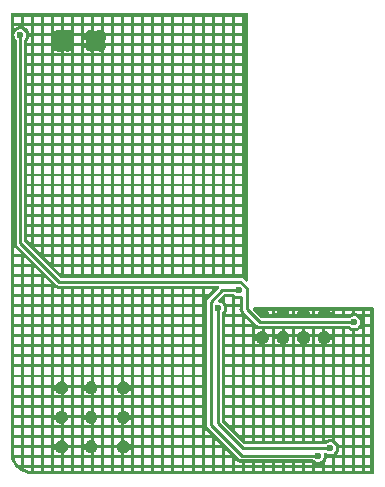
<source format=gbr>
%TF.GenerationSoftware,KiCad,Pcbnew,7.0.1*%
%TF.CreationDate,2024-06-25T20:02:14-07:00*%
%TF.ProjectId,project,70726f6a-6563-4742-9e6b-696361645f70,rev?*%
%TF.SameCoordinates,Original*%
%TF.FileFunction,Copper,L2,Bot*%
%TF.FilePolarity,Positive*%
%FSLAX46Y46*%
G04 Gerber Fmt 4.6, Leading zero omitted, Abs format (unit mm)*
G04 Created by KiCad (PCBNEW 7.0.1) date 2024-06-25 20:02:14*
%MOMM*%
%LPD*%
G01*
G04 APERTURE LIST*
%TA.AperFunction,ViaPad*%
%ADD10C,0.600000*%
%TD*%
%TA.AperFunction,Conductor*%
%ADD11C,0.250000*%
%TD*%
G04 APERTURE END LIST*
D10*
%TO.N,TOUCH*%
X116525000Y-77650000D03*
X144775000Y-101950500D03*
%TO.N,GND*%
X138750000Y-103250000D03*
X122500000Y-112500000D03*
X120500000Y-78500000D03*
X123250000Y-78500000D03*
X119750000Y-78500000D03*
X122500000Y-77750000D03*
X122500000Y-107500000D03*
X122500000Y-78500000D03*
X142250000Y-101250000D03*
X125250000Y-112500000D03*
X140500000Y-103250000D03*
X138750000Y-101250000D03*
X137000000Y-101250000D03*
X120500000Y-77750000D03*
X120000000Y-107500000D03*
X140500000Y-101250000D03*
X119750000Y-77750000D03*
X125250000Y-107500000D03*
X122500000Y-110000000D03*
X120000000Y-110000000D03*
X125250000Y-110000000D03*
X120000000Y-112500000D03*
X137000000Y-103250000D03*
X142250000Y-103250000D03*
X123250000Y-77750000D03*
%TO.N,LP*%
X133250000Y-100750000D03*
X142750000Y-112624500D03*
%TO.N,DCK*%
X135000000Y-99250000D03*
X141750000Y-113249000D03*
%TD*%
D11*
%TO.N,TOUCH*%
X119800000Y-98525000D02*
X116525000Y-95250000D01*
X135675000Y-99041116D02*
X135158884Y-98525000D01*
X135675000Y-100808884D02*
X135675000Y-99041116D01*
X136816616Y-101950500D02*
X135675000Y-100808884D01*
X135158884Y-98525000D02*
X119800000Y-98525000D01*
X144775000Y-101950500D02*
X136816616Y-101950500D01*
X116525000Y-95250000D02*
X116525000Y-77650000D01*
%TO.N,LP*%
X133250000Y-110500000D02*
X135374500Y-112624500D01*
X135374500Y-112624500D02*
X142750000Y-112624500D01*
X133250000Y-100750000D02*
X133250000Y-110500000D01*
%TO.N,DCK*%
X132625000Y-100241116D02*
X133616116Y-99250000D01*
X133616116Y-99250000D02*
X135000000Y-99250000D01*
X141749000Y-113250000D02*
X135250000Y-113250000D01*
X141750000Y-113249000D02*
X141749000Y-113250000D01*
X135250000Y-113250000D02*
X132625000Y-110625000D01*
X132625000Y-110625000D02*
X132625000Y-100241116D01*
%TD*%
%TA.AperFunction,Conductor*%
%TO.N,GND*%
G36*
X135737500Y-75766613D02*
G01*
X135782887Y-75812000D01*
X135799500Y-75874000D01*
X135799500Y-98405928D01*
X135785985Y-98462223D01*
X135748385Y-98506246D01*
X135694898Y-98528401D01*
X135637182Y-98523859D01*
X135587819Y-98493609D01*
X135402927Y-98308717D01*
X135395618Y-98300741D01*
X135371338Y-98271805D01*
X135338620Y-98252915D01*
X135329511Y-98247112D01*
X135298568Y-98225446D01*
X135297687Y-98224829D01*
X135272991Y-98214599D01*
X135234736Y-98207853D01*
X135224180Y-98205512D01*
X135187691Y-98195735D01*
X135150064Y-98199028D01*
X135139256Y-98199500D01*
X119986189Y-98199500D01*
X119938736Y-98190061D01*
X119898508Y-98163181D01*
X119008326Y-97273000D01*
X119394407Y-97273000D01*
X119954500Y-97833093D01*
X119954500Y-97273000D01*
X120203500Y-97273000D01*
X120203500Y-97875000D01*
X120805500Y-97875000D01*
X120805500Y-97273000D01*
X121054500Y-97273000D01*
X121054500Y-97875000D01*
X121656500Y-97875000D01*
X121656500Y-97273000D01*
X121905500Y-97273000D01*
X121905500Y-97875000D01*
X122507500Y-97875000D01*
X122507500Y-97273000D01*
X122756500Y-97273000D01*
X122756500Y-97875000D01*
X123358500Y-97875000D01*
X123358500Y-97273000D01*
X123607500Y-97273000D01*
X123607500Y-97875000D01*
X124209500Y-97875000D01*
X124209500Y-97273000D01*
X124458500Y-97273000D01*
X124458500Y-97875000D01*
X125060500Y-97875000D01*
X125060500Y-97273000D01*
X125309500Y-97273000D01*
X125309500Y-97875000D01*
X125911500Y-97875000D01*
X125911500Y-97273000D01*
X126160500Y-97273000D01*
X126160500Y-97875000D01*
X126762500Y-97875000D01*
X126762500Y-97273000D01*
X127011500Y-97273000D01*
X127011500Y-97875000D01*
X127613500Y-97875000D01*
X127613500Y-97273000D01*
X127862500Y-97273000D01*
X127862500Y-97875000D01*
X128464500Y-97875000D01*
X128464500Y-97273000D01*
X128713500Y-97273000D01*
X128713500Y-97875000D01*
X129315500Y-97875000D01*
X129315500Y-97273000D01*
X129564500Y-97273000D01*
X129564500Y-97875000D01*
X130166500Y-97875000D01*
X130166500Y-97273000D01*
X130415500Y-97273000D01*
X130415500Y-97875000D01*
X131017500Y-97875000D01*
X131017500Y-97273000D01*
X131266500Y-97273000D01*
X131266500Y-97875000D01*
X131868500Y-97875000D01*
X131868500Y-97273000D01*
X132117500Y-97273000D01*
X132117500Y-97875000D01*
X132719500Y-97875000D01*
X132719500Y-97273000D01*
X132968500Y-97273000D01*
X132968500Y-97875000D01*
X133570500Y-97875000D01*
X133570500Y-97273000D01*
X133819500Y-97273000D01*
X133819500Y-97875000D01*
X134421500Y-97875000D01*
X134421500Y-97273000D01*
X134670500Y-97273000D01*
X134670500Y-97875000D01*
X135272500Y-97875000D01*
X135272500Y-97273000D01*
X134670500Y-97273000D01*
X134421500Y-97273000D01*
X133819500Y-97273000D01*
X133570500Y-97273000D01*
X132968500Y-97273000D01*
X132719500Y-97273000D01*
X132117500Y-97273000D01*
X131868500Y-97273000D01*
X131266500Y-97273000D01*
X131017500Y-97273000D01*
X130415500Y-97273000D01*
X130166500Y-97273000D01*
X129564500Y-97273000D01*
X129315500Y-97273000D01*
X128713500Y-97273000D01*
X128464500Y-97273000D01*
X127862500Y-97273000D01*
X127613500Y-97273000D01*
X127011500Y-97273000D01*
X126762500Y-97273000D01*
X126160500Y-97273000D01*
X125911500Y-97273000D01*
X125309500Y-97273000D01*
X125060500Y-97273000D01*
X124458500Y-97273000D01*
X124209500Y-97273000D01*
X123607500Y-97273000D01*
X123358500Y-97273000D01*
X122756500Y-97273000D01*
X122507500Y-97273000D01*
X121905500Y-97273000D01*
X121656500Y-97273000D01*
X121054500Y-97273000D01*
X120805500Y-97273000D01*
X120203500Y-97273000D01*
X119954500Y-97273000D01*
X119394407Y-97273000D01*
X119008326Y-97273000D01*
X118157326Y-96422000D01*
X118543406Y-96422000D01*
X119103500Y-96982093D01*
X119103500Y-96422000D01*
X119352500Y-96422000D01*
X119352500Y-97024000D01*
X119954500Y-97024000D01*
X119954500Y-96422000D01*
X120203500Y-96422000D01*
X120203500Y-97024000D01*
X120805500Y-97024000D01*
X120805500Y-96422000D01*
X121054500Y-96422000D01*
X121054500Y-97024000D01*
X121656500Y-97024000D01*
X121656500Y-96422000D01*
X121905500Y-96422000D01*
X121905500Y-97024000D01*
X122507500Y-97024000D01*
X122507500Y-96422000D01*
X122756500Y-96422000D01*
X122756500Y-97024000D01*
X123358500Y-97024000D01*
X123358500Y-96422000D01*
X123607500Y-96422000D01*
X123607500Y-97024000D01*
X124209500Y-97024000D01*
X124209500Y-96422000D01*
X124458500Y-96422000D01*
X124458500Y-97024000D01*
X125060500Y-97024000D01*
X125060500Y-96422000D01*
X125309500Y-96422000D01*
X125309500Y-97024000D01*
X125911500Y-97024000D01*
X125911500Y-96422000D01*
X126160500Y-96422000D01*
X126160500Y-97024000D01*
X126762500Y-97024000D01*
X126762500Y-96422000D01*
X127011500Y-96422000D01*
X127011500Y-97024000D01*
X127613500Y-97024000D01*
X127613500Y-96422000D01*
X127862500Y-96422000D01*
X127862500Y-97024000D01*
X128464500Y-97024000D01*
X128464500Y-96422000D01*
X128713500Y-96422000D01*
X128713500Y-97024000D01*
X129315500Y-97024000D01*
X129315500Y-96422000D01*
X129564500Y-96422000D01*
X129564500Y-97024000D01*
X130166500Y-97024000D01*
X130166500Y-96422000D01*
X130415500Y-96422000D01*
X130415500Y-97024000D01*
X131017500Y-97024000D01*
X131017500Y-96422000D01*
X131266500Y-96422000D01*
X131266500Y-97024000D01*
X131868500Y-97024000D01*
X131868500Y-96422000D01*
X132117500Y-96422000D01*
X132117500Y-97024000D01*
X132719500Y-97024000D01*
X132719500Y-96422000D01*
X132968500Y-96422000D01*
X132968500Y-97024000D01*
X133570500Y-97024000D01*
X133570500Y-96422000D01*
X133819500Y-96422000D01*
X133819500Y-97024000D01*
X134421500Y-97024000D01*
X134421500Y-96422000D01*
X134670500Y-96422000D01*
X134670500Y-97024000D01*
X135272500Y-97024000D01*
X135272500Y-96422000D01*
X134670500Y-96422000D01*
X134421500Y-96422000D01*
X133819500Y-96422000D01*
X133570500Y-96422000D01*
X132968500Y-96422000D01*
X132719500Y-96422000D01*
X132117500Y-96422000D01*
X131868500Y-96422000D01*
X131266500Y-96422000D01*
X131017500Y-96422000D01*
X130415500Y-96422000D01*
X130166500Y-96422000D01*
X129564500Y-96422000D01*
X129315500Y-96422000D01*
X128713500Y-96422000D01*
X128464500Y-96422000D01*
X127862500Y-96422000D01*
X127613500Y-96422000D01*
X127011500Y-96422000D01*
X126762500Y-96422000D01*
X126160500Y-96422000D01*
X125911500Y-96422000D01*
X125309500Y-96422000D01*
X125060500Y-96422000D01*
X124458500Y-96422000D01*
X124209500Y-96422000D01*
X123607500Y-96422000D01*
X123358500Y-96422000D01*
X122756500Y-96422000D01*
X122507500Y-96422000D01*
X121905500Y-96422000D01*
X121656500Y-96422000D01*
X121054500Y-96422000D01*
X120805500Y-96422000D01*
X120203500Y-96422000D01*
X119954500Y-96422000D01*
X119352500Y-96422000D01*
X119103500Y-96422000D01*
X118543406Y-96422000D01*
X118157326Y-96422000D01*
X117306326Y-95571000D01*
X117692406Y-95571000D01*
X118252500Y-96131094D01*
X118252500Y-95571000D01*
X118501500Y-95571000D01*
X118501500Y-96173000D01*
X119103500Y-96173000D01*
X119103500Y-95571000D01*
X119352500Y-95571000D01*
X119352500Y-96173000D01*
X119954500Y-96173000D01*
X119954500Y-95571000D01*
X120203500Y-95571000D01*
X120203500Y-96173000D01*
X120805500Y-96173000D01*
X120805500Y-95571000D01*
X121054500Y-95571000D01*
X121054500Y-96173000D01*
X121656500Y-96173000D01*
X121656500Y-95571000D01*
X121905500Y-95571000D01*
X121905500Y-96173000D01*
X122507500Y-96173000D01*
X122507500Y-95571000D01*
X122756500Y-95571000D01*
X122756500Y-96173000D01*
X123358500Y-96173000D01*
X123358500Y-95571000D01*
X123607500Y-95571000D01*
X123607500Y-96173000D01*
X124209500Y-96173000D01*
X124209500Y-95571000D01*
X124458500Y-95571000D01*
X124458500Y-96173000D01*
X125060500Y-96173000D01*
X125060500Y-95571000D01*
X125309500Y-95571000D01*
X125309500Y-96173000D01*
X125911500Y-96173000D01*
X125911500Y-95571000D01*
X126160500Y-95571000D01*
X126160500Y-96173000D01*
X126762500Y-96173000D01*
X126762500Y-95571000D01*
X127011500Y-95571000D01*
X127011500Y-96173000D01*
X127613500Y-96173000D01*
X127613500Y-95571000D01*
X127862500Y-95571000D01*
X127862500Y-96173000D01*
X128464500Y-96173000D01*
X128464500Y-95571000D01*
X128713500Y-95571000D01*
X128713500Y-96173000D01*
X129315500Y-96173000D01*
X129315500Y-95571000D01*
X129564500Y-95571000D01*
X129564500Y-96173000D01*
X130166500Y-96173000D01*
X130166500Y-95571000D01*
X130415500Y-95571000D01*
X130415500Y-96173000D01*
X131017500Y-96173000D01*
X131017500Y-95571000D01*
X131266500Y-95571000D01*
X131266500Y-96173000D01*
X131868500Y-96173000D01*
X131868500Y-95571000D01*
X132117500Y-95571000D01*
X132117500Y-96173000D01*
X132719500Y-96173000D01*
X132719500Y-95571000D01*
X132968500Y-95571000D01*
X132968500Y-96173000D01*
X133570500Y-96173000D01*
X133570500Y-95571000D01*
X133819500Y-95571000D01*
X133819500Y-96173000D01*
X134421500Y-96173000D01*
X134421500Y-95571000D01*
X134670500Y-95571000D01*
X134670500Y-96173000D01*
X135272500Y-96173000D01*
X135272500Y-95571000D01*
X134670500Y-95571000D01*
X134421500Y-95571000D01*
X133819500Y-95571000D01*
X133570500Y-95571000D01*
X132968500Y-95571000D01*
X132719500Y-95571000D01*
X132117500Y-95571000D01*
X131868500Y-95571000D01*
X131266500Y-95571000D01*
X131017500Y-95571000D01*
X130415500Y-95571000D01*
X130166500Y-95571000D01*
X129564500Y-95571000D01*
X129315500Y-95571000D01*
X128713500Y-95571000D01*
X128464500Y-95571000D01*
X127862500Y-95571000D01*
X127613500Y-95571000D01*
X127011500Y-95571000D01*
X126762500Y-95571000D01*
X126160500Y-95571000D01*
X125911500Y-95571000D01*
X125309500Y-95571000D01*
X125060500Y-95571000D01*
X124458500Y-95571000D01*
X124209500Y-95571000D01*
X123607500Y-95571000D01*
X123358500Y-95571000D01*
X122756500Y-95571000D01*
X122507500Y-95571000D01*
X121905500Y-95571000D01*
X121656500Y-95571000D01*
X121054500Y-95571000D01*
X120805500Y-95571000D01*
X120203500Y-95571000D01*
X119954500Y-95571000D01*
X119352500Y-95571000D01*
X119103500Y-95571000D01*
X118501500Y-95571000D01*
X118252500Y-95571000D01*
X117692406Y-95571000D01*
X117306326Y-95571000D01*
X116886819Y-95151493D01*
X116859939Y-95111265D01*
X116850500Y-95063812D01*
X116850500Y-94720000D01*
X117123500Y-94720000D01*
X117123500Y-95002094D01*
X117401500Y-95280094D01*
X117401500Y-94720000D01*
X117650500Y-94720000D01*
X117650500Y-95322000D01*
X118252500Y-95322000D01*
X118252500Y-94720000D01*
X118501500Y-94720000D01*
X118501500Y-95322000D01*
X119103500Y-95322000D01*
X119103500Y-94720000D01*
X119352500Y-94720000D01*
X119352500Y-95322000D01*
X119954500Y-95322000D01*
X119954500Y-94720000D01*
X120203500Y-94720000D01*
X120203500Y-95322000D01*
X120805500Y-95322000D01*
X120805500Y-94720000D01*
X121054500Y-94720000D01*
X121054500Y-95322000D01*
X121656500Y-95322000D01*
X121656500Y-94720000D01*
X121905500Y-94720000D01*
X121905500Y-95322000D01*
X122507500Y-95322000D01*
X122507500Y-94720000D01*
X122756500Y-94720000D01*
X122756500Y-95322000D01*
X123358500Y-95322000D01*
X123358500Y-94720000D01*
X123607500Y-94720000D01*
X123607500Y-95322000D01*
X124209500Y-95322000D01*
X124209500Y-94720000D01*
X124458500Y-94720000D01*
X124458500Y-95322000D01*
X125060500Y-95322000D01*
X125060500Y-94720000D01*
X125309500Y-94720000D01*
X125309500Y-95322000D01*
X125911500Y-95322000D01*
X125911500Y-94720000D01*
X126160500Y-94720000D01*
X126160500Y-95322000D01*
X126762500Y-95322000D01*
X126762500Y-94720000D01*
X127011500Y-94720000D01*
X127011500Y-95322000D01*
X127613500Y-95322000D01*
X127613500Y-94720000D01*
X127862500Y-94720000D01*
X127862500Y-95322000D01*
X128464500Y-95322000D01*
X128464500Y-94720000D01*
X128713500Y-94720000D01*
X128713500Y-95322000D01*
X129315500Y-95322000D01*
X129315500Y-94720000D01*
X129564500Y-94720000D01*
X129564500Y-95322000D01*
X130166500Y-95322000D01*
X130166500Y-94720000D01*
X130415500Y-94720000D01*
X130415500Y-95322000D01*
X131017500Y-95322000D01*
X131017500Y-94720000D01*
X131266500Y-94720000D01*
X131266500Y-95322000D01*
X131868500Y-95322000D01*
X131868500Y-94720000D01*
X132117500Y-94720000D01*
X132117500Y-95322000D01*
X132719500Y-95322000D01*
X132719500Y-94720000D01*
X132968500Y-94720000D01*
X132968500Y-95322000D01*
X133570500Y-95322000D01*
X133570500Y-94720000D01*
X133819500Y-94720000D01*
X133819500Y-95322000D01*
X134421500Y-95322000D01*
X134421500Y-94720000D01*
X134670500Y-94720000D01*
X134670500Y-95322000D01*
X135272500Y-95322000D01*
X135272500Y-94720000D01*
X134670500Y-94720000D01*
X134421500Y-94720000D01*
X133819500Y-94720000D01*
X133570500Y-94720000D01*
X132968500Y-94720000D01*
X132719500Y-94720000D01*
X132117500Y-94720000D01*
X131868500Y-94720000D01*
X131266500Y-94720000D01*
X131017500Y-94720000D01*
X130415500Y-94720000D01*
X130166500Y-94720000D01*
X129564500Y-94720000D01*
X129315500Y-94720000D01*
X128713500Y-94720000D01*
X128464500Y-94720000D01*
X127862500Y-94720000D01*
X127613500Y-94720000D01*
X127011500Y-94720000D01*
X126762500Y-94720000D01*
X126160500Y-94720000D01*
X125911500Y-94720000D01*
X125309500Y-94720000D01*
X125060500Y-94720000D01*
X124458500Y-94720000D01*
X124209500Y-94720000D01*
X123607500Y-94720000D01*
X123358500Y-94720000D01*
X122756500Y-94720000D01*
X122507500Y-94720000D01*
X121905500Y-94720000D01*
X121656500Y-94720000D01*
X121054500Y-94720000D01*
X120805500Y-94720000D01*
X120203500Y-94720000D01*
X119954500Y-94720000D01*
X119352500Y-94720000D01*
X119103500Y-94720000D01*
X118501500Y-94720000D01*
X118252500Y-94720000D01*
X117650500Y-94720000D01*
X117401500Y-94720000D01*
X117123500Y-94720000D01*
X116850500Y-94720000D01*
X116850500Y-93869000D01*
X117123500Y-93869000D01*
X117123500Y-94471000D01*
X117401500Y-94471000D01*
X117401500Y-93869000D01*
X117650500Y-93869000D01*
X117650500Y-94471000D01*
X118252500Y-94471000D01*
X118252500Y-93869000D01*
X118501500Y-93869000D01*
X118501500Y-94471000D01*
X119103500Y-94471000D01*
X119103500Y-93869000D01*
X119352500Y-93869000D01*
X119352500Y-94471000D01*
X119954500Y-94471000D01*
X119954500Y-93869000D01*
X120203500Y-93869000D01*
X120203500Y-94471000D01*
X120805500Y-94471000D01*
X120805500Y-93869000D01*
X121054500Y-93869000D01*
X121054500Y-94471000D01*
X121656500Y-94471000D01*
X121656500Y-93869000D01*
X121905500Y-93869000D01*
X121905500Y-94471000D01*
X122507500Y-94471000D01*
X122507500Y-93869000D01*
X122756500Y-93869000D01*
X122756500Y-94471000D01*
X123358500Y-94471000D01*
X123358500Y-93869000D01*
X123607500Y-93869000D01*
X123607500Y-94471000D01*
X124209500Y-94471000D01*
X124209500Y-93869000D01*
X124458500Y-93869000D01*
X124458500Y-94471000D01*
X125060500Y-94471000D01*
X125060500Y-93869000D01*
X125309500Y-93869000D01*
X125309500Y-94471000D01*
X125911500Y-94471000D01*
X125911500Y-93869000D01*
X126160500Y-93869000D01*
X126160500Y-94471000D01*
X126762500Y-94471000D01*
X126762500Y-93869000D01*
X127011500Y-93869000D01*
X127011500Y-94471000D01*
X127613500Y-94471000D01*
X127613500Y-93869000D01*
X127862500Y-93869000D01*
X127862500Y-94471000D01*
X128464500Y-94471000D01*
X128464500Y-93869000D01*
X128713500Y-93869000D01*
X128713500Y-94471000D01*
X129315500Y-94471000D01*
X129315500Y-93869000D01*
X129564500Y-93869000D01*
X129564500Y-94471000D01*
X130166500Y-94471000D01*
X130166500Y-93869000D01*
X130415500Y-93869000D01*
X130415500Y-94471000D01*
X131017500Y-94471000D01*
X131017500Y-93869000D01*
X131266500Y-93869000D01*
X131266500Y-94471000D01*
X131868500Y-94471000D01*
X131868500Y-93869000D01*
X132117500Y-93869000D01*
X132117500Y-94471000D01*
X132719500Y-94471000D01*
X132719500Y-93869000D01*
X132968500Y-93869000D01*
X132968500Y-94471000D01*
X133570500Y-94471000D01*
X133570500Y-93869000D01*
X133819500Y-93869000D01*
X133819500Y-94471000D01*
X134421500Y-94471000D01*
X134421500Y-93869000D01*
X134670500Y-93869000D01*
X134670500Y-94471000D01*
X135272500Y-94471000D01*
X135272500Y-93869000D01*
X134670500Y-93869000D01*
X134421500Y-93869000D01*
X133819500Y-93869000D01*
X133570500Y-93869000D01*
X132968500Y-93869000D01*
X132719500Y-93869000D01*
X132117500Y-93869000D01*
X131868500Y-93869000D01*
X131266500Y-93869000D01*
X131017500Y-93869000D01*
X130415500Y-93869000D01*
X130166500Y-93869000D01*
X129564500Y-93869000D01*
X129315500Y-93869000D01*
X128713500Y-93869000D01*
X128464500Y-93869000D01*
X127862500Y-93869000D01*
X127613500Y-93869000D01*
X127011500Y-93869000D01*
X126762500Y-93869000D01*
X126160500Y-93869000D01*
X125911500Y-93869000D01*
X125309500Y-93869000D01*
X125060500Y-93869000D01*
X124458500Y-93869000D01*
X124209500Y-93869000D01*
X123607500Y-93869000D01*
X123358500Y-93869000D01*
X122756500Y-93869000D01*
X122507500Y-93869000D01*
X121905500Y-93869000D01*
X121656500Y-93869000D01*
X121054500Y-93869000D01*
X120805500Y-93869000D01*
X120203500Y-93869000D01*
X119954500Y-93869000D01*
X119352500Y-93869000D01*
X119103500Y-93869000D01*
X118501500Y-93869000D01*
X118252500Y-93869000D01*
X117650500Y-93869000D01*
X117401500Y-93869000D01*
X117123500Y-93869000D01*
X116850500Y-93869000D01*
X116850500Y-93018000D01*
X117123500Y-93018000D01*
X117123500Y-93620000D01*
X117401500Y-93620000D01*
X117401500Y-93018000D01*
X117650500Y-93018000D01*
X117650500Y-93620000D01*
X118252500Y-93620000D01*
X118252500Y-93018000D01*
X118501500Y-93018000D01*
X118501500Y-93620000D01*
X119103500Y-93620000D01*
X119103500Y-93018000D01*
X119352500Y-93018000D01*
X119352500Y-93620000D01*
X119954500Y-93620000D01*
X119954500Y-93018000D01*
X120203500Y-93018000D01*
X120203500Y-93620000D01*
X120805500Y-93620000D01*
X120805500Y-93018000D01*
X121054500Y-93018000D01*
X121054500Y-93620000D01*
X121656500Y-93620000D01*
X121656500Y-93018000D01*
X121905500Y-93018000D01*
X121905500Y-93620000D01*
X122507500Y-93620000D01*
X122507500Y-93018000D01*
X122756500Y-93018000D01*
X122756500Y-93620000D01*
X123358500Y-93620000D01*
X123358500Y-93018000D01*
X123607500Y-93018000D01*
X123607500Y-93620000D01*
X124209500Y-93620000D01*
X124209500Y-93018000D01*
X124458500Y-93018000D01*
X124458500Y-93620000D01*
X125060500Y-93620000D01*
X125060500Y-93018000D01*
X125309500Y-93018000D01*
X125309500Y-93620000D01*
X125911500Y-93620000D01*
X125911500Y-93018000D01*
X126160500Y-93018000D01*
X126160500Y-93620000D01*
X126762500Y-93620000D01*
X126762500Y-93018000D01*
X127011500Y-93018000D01*
X127011500Y-93620000D01*
X127613500Y-93620000D01*
X127613500Y-93018000D01*
X127862500Y-93018000D01*
X127862500Y-93620000D01*
X128464500Y-93620000D01*
X128464500Y-93018000D01*
X128713500Y-93018000D01*
X128713500Y-93620000D01*
X129315500Y-93620000D01*
X129315500Y-93018000D01*
X129564500Y-93018000D01*
X129564500Y-93620000D01*
X130166500Y-93620000D01*
X130166500Y-93018000D01*
X130415500Y-93018000D01*
X130415500Y-93620000D01*
X131017500Y-93620000D01*
X131017500Y-93018000D01*
X131266500Y-93018000D01*
X131266500Y-93620000D01*
X131868500Y-93620000D01*
X131868500Y-93018000D01*
X132117500Y-93018000D01*
X132117500Y-93620000D01*
X132719500Y-93620000D01*
X132719500Y-93018000D01*
X132968500Y-93018000D01*
X132968500Y-93620000D01*
X133570500Y-93620000D01*
X133570500Y-93018000D01*
X133819500Y-93018000D01*
X133819500Y-93620000D01*
X134421500Y-93620000D01*
X134421500Y-93018000D01*
X134670500Y-93018000D01*
X134670500Y-93620000D01*
X135272500Y-93620000D01*
X135272500Y-93018000D01*
X134670500Y-93018000D01*
X134421500Y-93018000D01*
X133819500Y-93018000D01*
X133570500Y-93018000D01*
X132968500Y-93018000D01*
X132719500Y-93018000D01*
X132117500Y-93018000D01*
X131868500Y-93018000D01*
X131266500Y-93018000D01*
X131017500Y-93018000D01*
X130415500Y-93018000D01*
X130166500Y-93018000D01*
X129564500Y-93018000D01*
X129315500Y-93018000D01*
X128713500Y-93018000D01*
X128464500Y-93018000D01*
X127862500Y-93018000D01*
X127613500Y-93018000D01*
X127011500Y-93018000D01*
X126762500Y-93018000D01*
X126160500Y-93018000D01*
X125911500Y-93018000D01*
X125309500Y-93018000D01*
X125060500Y-93018000D01*
X124458500Y-93018000D01*
X124209500Y-93018000D01*
X123607500Y-93018000D01*
X123358500Y-93018000D01*
X122756500Y-93018000D01*
X122507500Y-93018000D01*
X121905500Y-93018000D01*
X121656500Y-93018000D01*
X121054500Y-93018000D01*
X120805500Y-93018000D01*
X120203500Y-93018000D01*
X119954500Y-93018000D01*
X119352500Y-93018000D01*
X119103500Y-93018000D01*
X118501500Y-93018000D01*
X118252500Y-93018000D01*
X117650500Y-93018000D01*
X117401500Y-93018000D01*
X117123500Y-93018000D01*
X116850500Y-93018000D01*
X116850500Y-92167000D01*
X117123500Y-92167000D01*
X117123500Y-92769000D01*
X117401500Y-92769000D01*
X117401500Y-92167000D01*
X117650500Y-92167000D01*
X117650500Y-92769000D01*
X118252500Y-92769000D01*
X118252500Y-92167000D01*
X118501500Y-92167000D01*
X118501500Y-92769000D01*
X119103500Y-92769000D01*
X119103500Y-92167000D01*
X119352500Y-92167000D01*
X119352500Y-92769000D01*
X119954500Y-92769000D01*
X119954500Y-92167000D01*
X120203500Y-92167000D01*
X120203500Y-92769000D01*
X120805500Y-92769000D01*
X120805500Y-92167000D01*
X121054500Y-92167000D01*
X121054500Y-92769000D01*
X121656500Y-92769000D01*
X121656500Y-92167000D01*
X121905500Y-92167000D01*
X121905500Y-92769000D01*
X122507500Y-92769000D01*
X122507500Y-92167000D01*
X122756500Y-92167000D01*
X122756500Y-92769000D01*
X123358500Y-92769000D01*
X123358500Y-92167000D01*
X123607500Y-92167000D01*
X123607500Y-92769000D01*
X124209500Y-92769000D01*
X124209500Y-92167000D01*
X124458500Y-92167000D01*
X124458500Y-92769000D01*
X125060500Y-92769000D01*
X125060500Y-92167000D01*
X125309500Y-92167000D01*
X125309500Y-92769000D01*
X125911500Y-92769000D01*
X125911500Y-92167000D01*
X126160500Y-92167000D01*
X126160500Y-92769000D01*
X126762500Y-92769000D01*
X126762500Y-92167000D01*
X127011500Y-92167000D01*
X127011500Y-92769000D01*
X127613500Y-92769000D01*
X127613500Y-92167000D01*
X127862500Y-92167000D01*
X127862500Y-92769000D01*
X128464500Y-92769000D01*
X128464500Y-92167000D01*
X128713500Y-92167000D01*
X128713500Y-92769000D01*
X129315500Y-92769000D01*
X129315500Y-92167000D01*
X129564500Y-92167000D01*
X129564500Y-92769000D01*
X130166500Y-92769000D01*
X130166500Y-92167000D01*
X130415500Y-92167000D01*
X130415500Y-92769000D01*
X131017500Y-92769000D01*
X131017500Y-92167000D01*
X131266500Y-92167000D01*
X131266500Y-92769000D01*
X131868500Y-92769000D01*
X131868500Y-92167000D01*
X132117500Y-92167000D01*
X132117500Y-92769000D01*
X132719500Y-92769000D01*
X132719500Y-92167000D01*
X132968500Y-92167000D01*
X132968500Y-92769000D01*
X133570500Y-92769000D01*
X133570500Y-92167000D01*
X133819500Y-92167000D01*
X133819500Y-92769000D01*
X134421500Y-92769000D01*
X134421500Y-92167000D01*
X134670500Y-92167000D01*
X134670500Y-92769000D01*
X135272500Y-92769000D01*
X135272500Y-92167000D01*
X134670500Y-92167000D01*
X134421500Y-92167000D01*
X133819500Y-92167000D01*
X133570500Y-92167000D01*
X132968500Y-92167000D01*
X132719500Y-92167000D01*
X132117500Y-92167000D01*
X131868500Y-92167000D01*
X131266500Y-92167000D01*
X131017500Y-92167000D01*
X130415500Y-92167000D01*
X130166500Y-92167000D01*
X129564500Y-92167000D01*
X129315500Y-92167000D01*
X128713500Y-92167000D01*
X128464500Y-92167000D01*
X127862500Y-92167000D01*
X127613500Y-92167000D01*
X127011500Y-92167000D01*
X126762500Y-92167000D01*
X126160500Y-92167000D01*
X125911500Y-92167000D01*
X125309500Y-92167000D01*
X125060500Y-92167000D01*
X124458500Y-92167000D01*
X124209500Y-92167000D01*
X123607500Y-92167000D01*
X123358500Y-92167000D01*
X122756500Y-92167000D01*
X122507500Y-92167000D01*
X121905500Y-92167000D01*
X121656500Y-92167000D01*
X121054500Y-92167000D01*
X120805500Y-92167000D01*
X120203500Y-92167000D01*
X119954500Y-92167000D01*
X119352500Y-92167000D01*
X119103500Y-92167000D01*
X118501500Y-92167000D01*
X118252500Y-92167000D01*
X117650500Y-92167000D01*
X117401500Y-92167000D01*
X117123500Y-92167000D01*
X116850500Y-92167000D01*
X116850500Y-91316000D01*
X117123500Y-91316000D01*
X117123500Y-91918000D01*
X117401500Y-91918000D01*
X117401500Y-91316000D01*
X117650500Y-91316000D01*
X117650500Y-91918000D01*
X118252500Y-91918000D01*
X118252500Y-91316000D01*
X118501500Y-91316000D01*
X118501500Y-91918000D01*
X119103500Y-91918000D01*
X119103500Y-91316000D01*
X119352500Y-91316000D01*
X119352500Y-91918000D01*
X119954500Y-91918000D01*
X119954500Y-91316000D01*
X120203500Y-91316000D01*
X120203500Y-91918000D01*
X120805500Y-91918000D01*
X120805500Y-91316000D01*
X121054500Y-91316000D01*
X121054500Y-91918000D01*
X121656500Y-91918000D01*
X121656500Y-91316000D01*
X121905500Y-91316000D01*
X121905500Y-91918000D01*
X122507500Y-91918000D01*
X122507500Y-91316000D01*
X122756500Y-91316000D01*
X122756500Y-91918000D01*
X123358500Y-91918000D01*
X123358500Y-91316000D01*
X123607500Y-91316000D01*
X123607500Y-91918000D01*
X124209500Y-91918000D01*
X124209500Y-91316000D01*
X124458500Y-91316000D01*
X124458500Y-91918000D01*
X125060500Y-91918000D01*
X125060500Y-91316000D01*
X125309500Y-91316000D01*
X125309500Y-91918000D01*
X125911500Y-91918000D01*
X125911500Y-91316000D01*
X126160500Y-91316000D01*
X126160500Y-91918000D01*
X126762500Y-91918000D01*
X126762500Y-91316000D01*
X127011500Y-91316000D01*
X127011500Y-91918000D01*
X127613500Y-91918000D01*
X127613500Y-91316000D01*
X127862500Y-91316000D01*
X127862500Y-91918000D01*
X128464500Y-91918000D01*
X128464500Y-91316000D01*
X128713500Y-91316000D01*
X128713500Y-91918000D01*
X129315500Y-91918000D01*
X129315500Y-91316000D01*
X129564500Y-91316000D01*
X129564500Y-91918000D01*
X130166500Y-91918000D01*
X130166500Y-91316000D01*
X130415500Y-91316000D01*
X130415500Y-91918000D01*
X131017500Y-91918000D01*
X131017500Y-91316000D01*
X131266500Y-91316000D01*
X131266500Y-91918000D01*
X131868500Y-91918000D01*
X131868500Y-91316000D01*
X132117500Y-91316000D01*
X132117500Y-91918000D01*
X132719500Y-91918000D01*
X132719500Y-91316000D01*
X132968500Y-91316000D01*
X132968500Y-91918000D01*
X133570500Y-91918000D01*
X133570500Y-91316000D01*
X133819500Y-91316000D01*
X133819500Y-91918000D01*
X134421500Y-91918000D01*
X134421500Y-91316000D01*
X134670500Y-91316000D01*
X134670500Y-91918000D01*
X135272500Y-91918000D01*
X135272500Y-91316000D01*
X134670500Y-91316000D01*
X134421500Y-91316000D01*
X133819500Y-91316000D01*
X133570500Y-91316000D01*
X132968500Y-91316000D01*
X132719500Y-91316000D01*
X132117500Y-91316000D01*
X131868500Y-91316000D01*
X131266500Y-91316000D01*
X131017500Y-91316000D01*
X130415500Y-91316000D01*
X130166500Y-91316000D01*
X129564500Y-91316000D01*
X129315500Y-91316000D01*
X128713500Y-91316000D01*
X128464500Y-91316000D01*
X127862500Y-91316000D01*
X127613500Y-91316000D01*
X127011500Y-91316000D01*
X126762500Y-91316000D01*
X126160500Y-91316000D01*
X125911500Y-91316000D01*
X125309500Y-91316000D01*
X125060500Y-91316000D01*
X124458500Y-91316000D01*
X124209500Y-91316000D01*
X123607500Y-91316000D01*
X123358500Y-91316000D01*
X122756500Y-91316000D01*
X122507500Y-91316000D01*
X121905500Y-91316000D01*
X121656500Y-91316000D01*
X121054500Y-91316000D01*
X120805500Y-91316000D01*
X120203500Y-91316000D01*
X119954500Y-91316000D01*
X119352500Y-91316000D01*
X119103500Y-91316000D01*
X118501500Y-91316000D01*
X118252500Y-91316000D01*
X117650500Y-91316000D01*
X117401500Y-91316000D01*
X117123500Y-91316000D01*
X116850500Y-91316000D01*
X116850500Y-90465000D01*
X117123500Y-90465000D01*
X117123500Y-91067000D01*
X117401500Y-91067000D01*
X117401500Y-90465000D01*
X117650500Y-90465000D01*
X117650500Y-91067000D01*
X118252500Y-91067000D01*
X118252500Y-90465000D01*
X118501500Y-90465000D01*
X118501500Y-91067000D01*
X119103500Y-91067000D01*
X119103500Y-90465000D01*
X119352500Y-90465000D01*
X119352500Y-91067000D01*
X119954500Y-91067000D01*
X119954500Y-90465000D01*
X120203500Y-90465000D01*
X120203500Y-91067000D01*
X120805500Y-91067000D01*
X120805500Y-90465000D01*
X121054500Y-90465000D01*
X121054500Y-91067000D01*
X121656500Y-91067000D01*
X121656500Y-90465000D01*
X121905500Y-90465000D01*
X121905500Y-91067000D01*
X122507500Y-91067000D01*
X122507500Y-90465000D01*
X122756500Y-90465000D01*
X122756500Y-91067000D01*
X123358500Y-91067000D01*
X123358500Y-90465000D01*
X123607500Y-90465000D01*
X123607500Y-91067000D01*
X124209500Y-91067000D01*
X124209500Y-90465000D01*
X124458500Y-90465000D01*
X124458500Y-91067000D01*
X125060500Y-91067000D01*
X125060500Y-90465000D01*
X125309500Y-90465000D01*
X125309500Y-91067000D01*
X125911500Y-91067000D01*
X125911500Y-90465000D01*
X126160500Y-90465000D01*
X126160500Y-91067000D01*
X126762500Y-91067000D01*
X126762500Y-90465000D01*
X127011500Y-90465000D01*
X127011500Y-91067000D01*
X127613500Y-91067000D01*
X127613500Y-90465000D01*
X127862500Y-90465000D01*
X127862500Y-91067000D01*
X128464500Y-91067000D01*
X128464500Y-90465000D01*
X128713500Y-90465000D01*
X128713500Y-91067000D01*
X129315500Y-91067000D01*
X129315500Y-90465000D01*
X129564500Y-90465000D01*
X129564500Y-91067000D01*
X130166500Y-91067000D01*
X130166500Y-90465000D01*
X130415500Y-90465000D01*
X130415500Y-91067000D01*
X131017500Y-91067000D01*
X131017500Y-90465000D01*
X131266500Y-90465000D01*
X131266500Y-91067000D01*
X131868500Y-91067000D01*
X131868500Y-90465000D01*
X132117500Y-90465000D01*
X132117500Y-91067000D01*
X132719500Y-91067000D01*
X132719500Y-90465000D01*
X132968500Y-90465000D01*
X132968500Y-91067000D01*
X133570500Y-91067000D01*
X133570500Y-90465000D01*
X133819500Y-90465000D01*
X133819500Y-91067000D01*
X134421500Y-91067000D01*
X134421500Y-90465000D01*
X134670500Y-90465000D01*
X134670500Y-91067000D01*
X135272500Y-91067000D01*
X135272500Y-90465000D01*
X134670500Y-90465000D01*
X134421500Y-90465000D01*
X133819500Y-90465000D01*
X133570500Y-90465000D01*
X132968500Y-90465000D01*
X132719500Y-90465000D01*
X132117500Y-90465000D01*
X131868500Y-90465000D01*
X131266500Y-90465000D01*
X131017500Y-90465000D01*
X130415500Y-90465000D01*
X130166500Y-90465000D01*
X129564500Y-90465000D01*
X129315500Y-90465000D01*
X128713500Y-90465000D01*
X128464500Y-90465000D01*
X127862500Y-90465000D01*
X127613500Y-90465000D01*
X127011500Y-90465000D01*
X126762500Y-90465000D01*
X126160500Y-90465000D01*
X125911500Y-90465000D01*
X125309500Y-90465000D01*
X125060500Y-90465000D01*
X124458500Y-90465000D01*
X124209500Y-90465000D01*
X123607500Y-90465000D01*
X123358500Y-90465000D01*
X122756500Y-90465000D01*
X122507500Y-90465000D01*
X121905500Y-90465000D01*
X121656500Y-90465000D01*
X121054500Y-90465000D01*
X120805500Y-90465000D01*
X120203500Y-90465000D01*
X119954500Y-90465000D01*
X119352500Y-90465000D01*
X119103500Y-90465000D01*
X118501500Y-90465000D01*
X118252500Y-90465000D01*
X117650500Y-90465000D01*
X117401500Y-90465000D01*
X117123500Y-90465000D01*
X116850500Y-90465000D01*
X116850500Y-89614000D01*
X117123500Y-89614000D01*
X117123500Y-90216000D01*
X117401500Y-90216000D01*
X117401500Y-89614000D01*
X117650500Y-89614000D01*
X117650500Y-90216000D01*
X118252500Y-90216000D01*
X118252500Y-89614000D01*
X118501500Y-89614000D01*
X118501500Y-90216000D01*
X119103500Y-90216000D01*
X119103500Y-89614000D01*
X119352500Y-89614000D01*
X119352500Y-90216000D01*
X119954500Y-90216000D01*
X119954500Y-89614000D01*
X120203500Y-89614000D01*
X120203500Y-90216000D01*
X120805500Y-90216000D01*
X120805500Y-89614000D01*
X121054500Y-89614000D01*
X121054500Y-90216000D01*
X121656500Y-90216000D01*
X121656500Y-89614000D01*
X121905500Y-89614000D01*
X121905500Y-90216000D01*
X122507500Y-90216000D01*
X122507500Y-89614000D01*
X122756500Y-89614000D01*
X122756500Y-90216000D01*
X123358500Y-90216000D01*
X123358500Y-89614000D01*
X123607500Y-89614000D01*
X123607500Y-90216000D01*
X124209500Y-90216000D01*
X124209500Y-89614000D01*
X124458500Y-89614000D01*
X124458500Y-90216000D01*
X125060500Y-90216000D01*
X125060500Y-89614000D01*
X125309500Y-89614000D01*
X125309500Y-90216000D01*
X125911500Y-90216000D01*
X125911500Y-89614000D01*
X126160500Y-89614000D01*
X126160500Y-90216000D01*
X126762500Y-90216000D01*
X126762500Y-89614000D01*
X127011500Y-89614000D01*
X127011500Y-90216000D01*
X127613500Y-90216000D01*
X127613500Y-89614000D01*
X127862500Y-89614000D01*
X127862500Y-90216000D01*
X128464500Y-90216000D01*
X128464500Y-89614000D01*
X128713500Y-89614000D01*
X128713500Y-90216000D01*
X129315500Y-90216000D01*
X129315500Y-89614000D01*
X129564500Y-89614000D01*
X129564500Y-90216000D01*
X130166500Y-90216000D01*
X130166500Y-89614000D01*
X130415500Y-89614000D01*
X130415500Y-90216000D01*
X131017500Y-90216000D01*
X131017500Y-89614000D01*
X131266500Y-89614000D01*
X131266500Y-90216000D01*
X131868500Y-90216000D01*
X131868500Y-89614000D01*
X132117500Y-89614000D01*
X132117500Y-90216000D01*
X132719500Y-90216000D01*
X132719500Y-89614000D01*
X132968500Y-89614000D01*
X132968500Y-90216000D01*
X133570500Y-90216000D01*
X133570500Y-89614000D01*
X133819500Y-89614000D01*
X133819500Y-90216000D01*
X134421500Y-90216000D01*
X134421500Y-89614000D01*
X134670500Y-89614000D01*
X134670500Y-90216000D01*
X135272500Y-90216000D01*
X135272500Y-89614000D01*
X134670500Y-89614000D01*
X134421500Y-89614000D01*
X133819500Y-89614000D01*
X133570500Y-89614000D01*
X132968500Y-89614000D01*
X132719500Y-89614000D01*
X132117500Y-89614000D01*
X131868500Y-89614000D01*
X131266500Y-89614000D01*
X131017500Y-89614000D01*
X130415500Y-89614000D01*
X130166500Y-89614000D01*
X129564500Y-89614000D01*
X129315500Y-89614000D01*
X128713500Y-89614000D01*
X128464500Y-89614000D01*
X127862500Y-89614000D01*
X127613500Y-89614000D01*
X127011500Y-89614000D01*
X126762500Y-89614000D01*
X126160500Y-89614000D01*
X125911500Y-89614000D01*
X125309500Y-89614000D01*
X125060500Y-89614000D01*
X124458500Y-89614000D01*
X124209500Y-89614000D01*
X123607500Y-89614000D01*
X123358500Y-89614000D01*
X122756500Y-89614000D01*
X122507500Y-89614000D01*
X121905500Y-89614000D01*
X121656500Y-89614000D01*
X121054500Y-89614000D01*
X120805500Y-89614000D01*
X120203500Y-89614000D01*
X119954500Y-89614000D01*
X119352500Y-89614000D01*
X119103500Y-89614000D01*
X118501500Y-89614000D01*
X118252500Y-89614000D01*
X117650500Y-89614000D01*
X117401500Y-89614000D01*
X117123500Y-89614000D01*
X116850500Y-89614000D01*
X116850500Y-88763000D01*
X117123500Y-88763000D01*
X117123500Y-89365000D01*
X117401500Y-89365000D01*
X117401500Y-88763000D01*
X117650500Y-88763000D01*
X117650500Y-89365000D01*
X118252500Y-89365000D01*
X118252500Y-88763000D01*
X118501500Y-88763000D01*
X118501500Y-89365000D01*
X119103500Y-89365000D01*
X119103500Y-88763000D01*
X119352500Y-88763000D01*
X119352500Y-89365000D01*
X119954500Y-89365000D01*
X119954500Y-88763000D01*
X120203500Y-88763000D01*
X120203500Y-89365000D01*
X120805500Y-89365000D01*
X120805500Y-88763000D01*
X121054500Y-88763000D01*
X121054500Y-89365000D01*
X121656500Y-89365000D01*
X121656500Y-88763000D01*
X121905500Y-88763000D01*
X121905500Y-89365000D01*
X122507500Y-89365000D01*
X122507500Y-88763000D01*
X122756500Y-88763000D01*
X122756500Y-89365000D01*
X123358500Y-89365000D01*
X123358500Y-88763000D01*
X123607500Y-88763000D01*
X123607500Y-89365000D01*
X124209500Y-89365000D01*
X124209500Y-88763000D01*
X124458500Y-88763000D01*
X124458500Y-89365000D01*
X125060500Y-89365000D01*
X125060500Y-88763000D01*
X125309500Y-88763000D01*
X125309500Y-89365000D01*
X125911500Y-89365000D01*
X125911500Y-88763000D01*
X126160500Y-88763000D01*
X126160500Y-89365000D01*
X126762500Y-89365000D01*
X126762500Y-88763000D01*
X127011500Y-88763000D01*
X127011500Y-89365000D01*
X127613500Y-89365000D01*
X127613500Y-88763000D01*
X127862500Y-88763000D01*
X127862500Y-89365000D01*
X128464500Y-89365000D01*
X128464500Y-88763000D01*
X128713500Y-88763000D01*
X128713500Y-89365000D01*
X129315500Y-89365000D01*
X129315500Y-88763000D01*
X129564500Y-88763000D01*
X129564500Y-89365000D01*
X130166500Y-89365000D01*
X130166500Y-88763000D01*
X130415500Y-88763000D01*
X130415500Y-89365000D01*
X131017500Y-89365000D01*
X131017500Y-88763000D01*
X131266500Y-88763000D01*
X131266500Y-89365000D01*
X131868500Y-89365000D01*
X131868500Y-88763000D01*
X132117500Y-88763000D01*
X132117500Y-89365000D01*
X132719500Y-89365000D01*
X132719500Y-88763000D01*
X132968500Y-88763000D01*
X132968500Y-89365000D01*
X133570500Y-89365000D01*
X133570500Y-88763000D01*
X133819500Y-88763000D01*
X133819500Y-89365000D01*
X134421500Y-89365000D01*
X134421500Y-88763000D01*
X134670500Y-88763000D01*
X134670500Y-89365000D01*
X135272500Y-89365000D01*
X135272500Y-88763000D01*
X134670500Y-88763000D01*
X134421500Y-88763000D01*
X133819500Y-88763000D01*
X133570500Y-88763000D01*
X132968500Y-88763000D01*
X132719500Y-88763000D01*
X132117500Y-88763000D01*
X131868500Y-88763000D01*
X131266500Y-88763000D01*
X131017500Y-88763000D01*
X130415500Y-88763000D01*
X130166500Y-88763000D01*
X129564500Y-88763000D01*
X129315500Y-88763000D01*
X128713500Y-88763000D01*
X128464500Y-88763000D01*
X127862500Y-88763000D01*
X127613500Y-88763000D01*
X127011500Y-88763000D01*
X126762500Y-88763000D01*
X126160500Y-88763000D01*
X125911500Y-88763000D01*
X125309500Y-88763000D01*
X125060500Y-88763000D01*
X124458500Y-88763000D01*
X124209500Y-88763000D01*
X123607500Y-88763000D01*
X123358500Y-88763000D01*
X122756500Y-88763000D01*
X122507500Y-88763000D01*
X121905500Y-88763000D01*
X121656500Y-88763000D01*
X121054500Y-88763000D01*
X120805500Y-88763000D01*
X120203500Y-88763000D01*
X119954500Y-88763000D01*
X119352500Y-88763000D01*
X119103500Y-88763000D01*
X118501500Y-88763000D01*
X118252500Y-88763000D01*
X117650500Y-88763000D01*
X117401500Y-88763000D01*
X117123500Y-88763000D01*
X116850500Y-88763000D01*
X116850500Y-87912000D01*
X117123500Y-87912000D01*
X117123500Y-88514000D01*
X117401500Y-88514000D01*
X117401500Y-87912000D01*
X117650500Y-87912000D01*
X117650500Y-88514000D01*
X118252500Y-88514000D01*
X118252500Y-87912000D01*
X118501500Y-87912000D01*
X118501500Y-88514000D01*
X119103500Y-88514000D01*
X119103500Y-87912000D01*
X119352500Y-87912000D01*
X119352500Y-88514000D01*
X119954500Y-88514000D01*
X119954500Y-87912000D01*
X120203500Y-87912000D01*
X120203500Y-88514000D01*
X120805500Y-88514000D01*
X120805500Y-87912000D01*
X121054500Y-87912000D01*
X121054500Y-88514000D01*
X121656500Y-88514000D01*
X121656500Y-87912000D01*
X121905500Y-87912000D01*
X121905500Y-88514000D01*
X122507500Y-88514000D01*
X122507500Y-87912000D01*
X122756500Y-87912000D01*
X122756500Y-88514000D01*
X123358500Y-88514000D01*
X123358500Y-87912000D01*
X123607500Y-87912000D01*
X123607500Y-88514000D01*
X124209500Y-88514000D01*
X124209500Y-87912000D01*
X124458500Y-87912000D01*
X124458500Y-88514000D01*
X125060500Y-88514000D01*
X125060500Y-87912000D01*
X125309500Y-87912000D01*
X125309500Y-88514000D01*
X125911500Y-88514000D01*
X125911500Y-87912000D01*
X126160500Y-87912000D01*
X126160500Y-88514000D01*
X126762500Y-88514000D01*
X126762500Y-87912000D01*
X127011500Y-87912000D01*
X127011500Y-88514000D01*
X127613500Y-88514000D01*
X127613500Y-87912000D01*
X127862500Y-87912000D01*
X127862500Y-88514000D01*
X128464500Y-88514000D01*
X128464500Y-87912000D01*
X128713500Y-87912000D01*
X128713500Y-88514000D01*
X129315500Y-88514000D01*
X129315500Y-87912000D01*
X129564500Y-87912000D01*
X129564500Y-88514000D01*
X130166500Y-88514000D01*
X130166500Y-87912000D01*
X130415500Y-87912000D01*
X130415500Y-88514000D01*
X131017500Y-88514000D01*
X131017500Y-87912000D01*
X131266500Y-87912000D01*
X131266500Y-88514000D01*
X131868500Y-88514000D01*
X131868500Y-87912000D01*
X132117500Y-87912000D01*
X132117500Y-88514000D01*
X132719500Y-88514000D01*
X132719500Y-87912000D01*
X132968500Y-87912000D01*
X132968500Y-88514000D01*
X133570500Y-88514000D01*
X133570500Y-87912000D01*
X133819500Y-87912000D01*
X133819500Y-88514000D01*
X134421500Y-88514000D01*
X134421500Y-87912000D01*
X134670500Y-87912000D01*
X134670500Y-88514000D01*
X135272500Y-88514000D01*
X135272500Y-87912000D01*
X134670500Y-87912000D01*
X134421500Y-87912000D01*
X133819500Y-87912000D01*
X133570500Y-87912000D01*
X132968500Y-87912000D01*
X132719500Y-87912000D01*
X132117500Y-87912000D01*
X131868500Y-87912000D01*
X131266500Y-87912000D01*
X131017500Y-87912000D01*
X130415500Y-87912000D01*
X130166500Y-87912000D01*
X129564500Y-87912000D01*
X129315500Y-87912000D01*
X128713500Y-87912000D01*
X128464500Y-87912000D01*
X127862500Y-87912000D01*
X127613500Y-87912000D01*
X127011500Y-87912000D01*
X126762500Y-87912000D01*
X126160500Y-87912000D01*
X125911500Y-87912000D01*
X125309500Y-87912000D01*
X125060500Y-87912000D01*
X124458500Y-87912000D01*
X124209500Y-87912000D01*
X123607500Y-87912000D01*
X123358500Y-87912000D01*
X122756500Y-87912000D01*
X122507500Y-87912000D01*
X121905500Y-87912000D01*
X121656500Y-87912000D01*
X121054500Y-87912000D01*
X120805500Y-87912000D01*
X120203500Y-87912000D01*
X119954500Y-87912000D01*
X119352500Y-87912000D01*
X119103500Y-87912000D01*
X118501500Y-87912000D01*
X118252500Y-87912000D01*
X117650500Y-87912000D01*
X117401500Y-87912000D01*
X117123500Y-87912000D01*
X116850500Y-87912000D01*
X116850500Y-87061000D01*
X117123500Y-87061000D01*
X117123500Y-87663000D01*
X117401500Y-87663000D01*
X117401500Y-87061000D01*
X117650500Y-87061000D01*
X117650500Y-87663000D01*
X118252500Y-87663000D01*
X118252500Y-87061000D01*
X118501500Y-87061000D01*
X118501500Y-87663000D01*
X119103500Y-87663000D01*
X119103500Y-87061000D01*
X119352500Y-87061000D01*
X119352500Y-87663000D01*
X119954500Y-87663000D01*
X119954500Y-87061000D01*
X120203500Y-87061000D01*
X120203500Y-87663000D01*
X120805500Y-87663000D01*
X120805500Y-87061000D01*
X121054500Y-87061000D01*
X121054500Y-87663000D01*
X121656500Y-87663000D01*
X121656500Y-87061000D01*
X121905500Y-87061000D01*
X121905500Y-87663000D01*
X122507500Y-87663000D01*
X122507500Y-87061000D01*
X122756500Y-87061000D01*
X122756500Y-87663000D01*
X123358500Y-87663000D01*
X123358500Y-87061000D01*
X123607500Y-87061000D01*
X123607500Y-87663000D01*
X124209500Y-87663000D01*
X124209500Y-87061000D01*
X124458500Y-87061000D01*
X124458500Y-87663000D01*
X125060500Y-87663000D01*
X125060500Y-87061000D01*
X125309500Y-87061000D01*
X125309500Y-87663000D01*
X125911500Y-87663000D01*
X125911500Y-87061000D01*
X126160500Y-87061000D01*
X126160500Y-87663000D01*
X126762500Y-87663000D01*
X126762500Y-87061000D01*
X127011500Y-87061000D01*
X127011500Y-87663000D01*
X127613500Y-87663000D01*
X127613500Y-87061000D01*
X127862500Y-87061000D01*
X127862500Y-87663000D01*
X128464500Y-87663000D01*
X128464500Y-87061000D01*
X128713500Y-87061000D01*
X128713500Y-87663000D01*
X129315500Y-87663000D01*
X129315500Y-87061000D01*
X129564500Y-87061000D01*
X129564500Y-87663000D01*
X130166500Y-87663000D01*
X130166500Y-87061000D01*
X130415500Y-87061000D01*
X130415500Y-87663000D01*
X131017500Y-87663000D01*
X131017500Y-87061000D01*
X131266500Y-87061000D01*
X131266500Y-87663000D01*
X131868500Y-87663000D01*
X131868500Y-87061000D01*
X132117500Y-87061000D01*
X132117500Y-87663000D01*
X132719500Y-87663000D01*
X132719500Y-87061000D01*
X132968500Y-87061000D01*
X132968500Y-87663000D01*
X133570500Y-87663000D01*
X133570500Y-87061000D01*
X133819500Y-87061000D01*
X133819500Y-87663000D01*
X134421500Y-87663000D01*
X134421500Y-87061000D01*
X134670500Y-87061000D01*
X134670500Y-87663000D01*
X135272500Y-87663000D01*
X135272500Y-87061000D01*
X134670500Y-87061000D01*
X134421500Y-87061000D01*
X133819500Y-87061000D01*
X133570500Y-87061000D01*
X132968500Y-87061000D01*
X132719500Y-87061000D01*
X132117500Y-87061000D01*
X131868500Y-87061000D01*
X131266500Y-87061000D01*
X131017500Y-87061000D01*
X130415500Y-87061000D01*
X130166500Y-87061000D01*
X129564500Y-87061000D01*
X129315500Y-87061000D01*
X128713500Y-87061000D01*
X128464500Y-87061000D01*
X127862500Y-87061000D01*
X127613500Y-87061000D01*
X127011500Y-87061000D01*
X126762500Y-87061000D01*
X126160500Y-87061000D01*
X125911500Y-87061000D01*
X125309500Y-87061000D01*
X125060500Y-87061000D01*
X124458500Y-87061000D01*
X124209500Y-87061000D01*
X123607500Y-87061000D01*
X123358500Y-87061000D01*
X122756500Y-87061000D01*
X122507500Y-87061000D01*
X121905500Y-87061000D01*
X121656500Y-87061000D01*
X121054500Y-87061000D01*
X120805500Y-87061000D01*
X120203500Y-87061000D01*
X119954500Y-87061000D01*
X119352500Y-87061000D01*
X119103500Y-87061000D01*
X118501500Y-87061000D01*
X118252500Y-87061000D01*
X117650500Y-87061000D01*
X117401500Y-87061000D01*
X117123500Y-87061000D01*
X116850500Y-87061000D01*
X116850500Y-86210000D01*
X117123500Y-86210000D01*
X117123500Y-86812000D01*
X117401500Y-86812000D01*
X117401500Y-86210000D01*
X117650500Y-86210000D01*
X117650500Y-86812000D01*
X118252500Y-86812000D01*
X118252500Y-86210000D01*
X118501500Y-86210000D01*
X118501500Y-86812000D01*
X119103500Y-86812000D01*
X119103500Y-86210000D01*
X119352500Y-86210000D01*
X119352500Y-86812000D01*
X119954500Y-86812000D01*
X119954500Y-86210000D01*
X120203500Y-86210000D01*
X120203500Y-86812000D01*
X120805500Y-86812000D01*
X120805500Y-86210000D01*
X121054500Y-86210000D01*
X121054500Y-86812000D01*
X121656500Y-86812000D01*
X121656500Y-86210000D01*
X121905500Y-86210000D01*
X121905500Y-86812000D01*
X122507500Y-86812000D01*
X122507500Y-86210000D01*
X122756500Y-86210000D01*
X122756500Y-86812000D01*
X123358500Y-86812000D01*
X123358500Y-86210000D01*
X123607500Y-86210000D01*
X123607500Y-86812000D01*
X124209500Y-86812000D01*
X124209500Y-86210000D01*
X124458500Y-86210000D01*
X124458500Y-86812000D01*
X125060500Y-86812000D01*
X125060500Y-86210000D01*
X125309500Y-86210000D01*
X125309500Y-86812000D01*
X125911500Y-86812000D01*
X125911500Y-86210000D01*
X126160500Y-86210000D01*
X126160500Y-86812000D01*
X126762500Y-86812000D01*
X126762500Y-86210000D01*
X127011500Y-86210000D01*
X127011500Y-86812000D01*
X127613500Y-86812000D01*
X127613500Y-86210000D01*
X127862500Y-86210000D01*
X127862500Y-86812000D01*
X128464500Y-86812000D01*
X128464500Y-86210000D01*
X128713500Y-86210000D01*
X128713500Y-86812000D01*
X129315500Y-86812000D01*
X129315500Y-86210000D01*
X129564500Y-86210000D01*
X129564500Y-86812000D01*
X130166500Y-86812000D01*
X130166500Y-86210000D01*
X130415500Y-86210000D01*
X130415500Y-86812000D01*
X131017500Y-86812000D01*
X131017500Y-86210000D01*
X131266500Y-86210000D01*
X131266500Y-86812000D01*
X131868500Y-86812000D01*
X131868500Y-86210000D01*
X132117500Y-86210000D01*
X132117500Y-86812000D01*
X132719500Y-86812000D01*
X132719500Y-86210000D01*
X132968500Y-86210000D01*
X132968500Y-86812000D01*
X133570500Y-86812000D01*
X133570500Y-86210000D01*
X133819500Y-86210000D01*
X133819500Y-86812000D01*
X134421500Y-86812000D01*
X134421500Y-86210000D01*
X134670500Y-86210000D01*
X134670500Y-86812000D01*
X135272500Y-86812000D01*
X135272500Y-86210000D01*
X134670500Y-86210000D01*
X134421500Y-86210000D01*
X133819500Y-86210000D01*
X133570500Y-86210000D01*
X132968500Y-86210000D01*
X132719500Y-86210000D01*
X132117500Y-86210000D01*
X131868500Y-86210000D01*
X131266500Y-86210000D01*
X131017500Y-86210000D01*
X130415500Y-86210000D01*
X130166500Y-86210000D01*
X129564500Y-86210000D01*
X129315500Y-86210000D01*
X128713500Y-86210000D01*
X128464500Y-86210000D01*
X127862500Y-86210000D01*
X127613500Y-86210000D01*
X127011500Y-86210000D01*
X126762500Y-86210000D01*
X126160500Y-86210000D01*
X125911500Y-86210000D01*
X125309500Y-86210000D01*
X125060500Y-86210000D01*
X124458500Y-86210000D01*
X124209500Y-86210000D01*
X123607500Y-86210000D01*
X123358500Y-86210000D01*
X122756500Y-86210000D01*
X122507500Y-86210000D01*
X121905500Y-86210000D01*
X121656500Y-86210000D01*
X121054500Y-86210000D01*
X120805500Y-86210000D01*
X120203500Y-86210000D01*
X119954500Y-86210000D01*
X119352500Y-86210000D01*
X119103500Y-86210000D01*
X118501500Y-86210000D01*
X118252500Y-86210000D01*
X117650500Y-86210000D01*
X117401500Y-86210000D01*
X117123500Y-86210000D01*
X116850500Y-86210000D01*
X116850500Y-85359000D01*
X117123500Y-85359000D01*
X117123500Y-85961000D01*
X117401500Y-85961000D01*
X117401500Y-85359000D01*
X117650500Y-85359000D01*
X117650500Y-85961000D01*
X118252500Y-85961000D01*
X118252500Y-85359000D01*
X118501500Y-85359000D01*
X118501500Y-85961000D01*
X119103500Y-85961000D01*
X119103500Y-85359000D01*
X119352500Y-85359000D01*
X119352500Y-85961000D01*
X119954500Y-85961000D01*
X119954500Y-85359000D01*
X120203500Y-85359000D01*
X120203500Y-85961000D01*
X120805500Y-85961000D01*
X120805500Y-85359000D01*
X121054500Y-85359000D01*
X121054500Y-85961000D01*
X121656500Y-85961000D01*
X121656500Y-85359000D01*
X121905500Y-85359000D01*
X121905500Y-85961000D01*
X122507500Y-85961000D01*
X122507500Y-85359000D01*
X122756500Y-85359000D01*
X122756500Y-85961000D01*
X123358500Y-85961000D01*
X123358500Y-85359000D01*
X123607500Y-85359000D01*
X123607500Y-85961000D01*
X124209500Y-85961000D01*
X124209500Y-85359000D01*
X124458500Y-85359000D01*
X124458500Y-85961000D01*
X125060500Y-85961000D01*
X125060500Y-85359000D01*
X125309500Y-85359000D01*
X125309500Y-85961000D01*
X125911500Y-85961000D01*
X125911500Y-85359000D01*
X126160500Y-85359000D01*
X126160500Y-85961000D01*
X126762500Y-85961000D01*
X126762500Y-85359000D01*
X127011500Y-85359000D01*
X127011500Y-85961000D01*
X127613500Y-85961000D01*
X127613500Y-85359000D01*
X127862500Y-85359000D01*
X127862500Y-85961000D01*
X128464500Y-85961000D01*
X128464500Y-85359000D01*
X128713500Y-85359000D01*
X128713500Y-85961000D01*
X129315500Y-85961000D01*
X129315500Y-85359000D01*
X129564500Y-85359000D01*
X129564500Y-85961000D01*
X130166500Y-85961000D01*
X130166500Y-85359000D01*
X130415500Y-85359000D01*
X130415500Y-85961000D01*
X131017500Y-85961000D01*
X131017500Y-85359000D01*
X131266500Y-85359000D01*
X131266500Y-85961000D01*
X131868500Y-85961000D01*
X131868500Y-85359000D01*
X132117500Y-85359000D01*
X132117500Y-85961000D01*
X132719500Y-85961000D01*
X132719500Y-85359000D01*
X132968500Y-85359000D01*
X132968500Y-85961000D01*
X133570500Y-85961000D01*
X133570500Y-85359000D01*
X133819500Y-85359000D01*
X133819500Y-85961000D01*
X134421500Y-85961000D01*
X134421500Y-85359000D01*
X134670500Y-85359000D01*
X134670500Y-85961000D01*
X135272500Y-85961000D01*
X135272500Y-85359000D01*
X134670500Y-85359000D01*
X134421500Y-85359000D01*
X133819500Y-85359000D01*
X133570500Y-85359000D01*
X132968500Y-85359000D01*
X132719500Y-85359000D01*
X132117500Y-85359000D01*
X131868500Y-85359000D01*
X131266500Y-85359000D01*
X131017500Y-85359000D01*
X130415500Y-85359000D01*
X130166500Y-85359000D01*
X129564500Y-85359000D01*
X129315500Y-85359000D01*
X128713500Y-85359000D01*
X128464500Y-85359000D01*
X127862500Y-85359000D01*
X127613500Y-85359000D01*
X127011500Y-85359000D01*
X126762500Y-85359000D01*
X126160500Y-85359000D01*
X125911500Y-85359000D01*
X125309500Y-85359000D01*
X125060500Y-85359000D01*
X124458500Y-85359000D01*
X124209500Y-85359000D01*
X123607500Y-85359000D01*
X123358500Y-85359000D01*
X122756500Y-85359000D01*
X122507500Y-85359000D01*
X121905500Y-85359000D01*
X121656500Y-85359000D01*
X121054500Y-85359000D01*
X120805500Y-85359000D01*
X120203500Y-85359000D01*
X119954500Y-85359000D01*
X119352500Y-85359000D01*
X119103500Y-85359000D01*
X118501500Y-85359000D01*
X118252500Y-85359000D01*
X117650500Y-85359000D01*
X117401500Y-85359000D01*
X117123500Y-85359000D01*
X116850500Y-85359000D01*
X116850500Y-84508000D01*
X117123500Y-84508000D01*
X117123500Y-85110000D01*
X117401500Y-85110000D01*
X117401500Y-84508000D01*
X117650500Y-84508000D01*
X117650500Y-85110000D01*
X118252500Y-85110000D01*
X118252500Y-84508000D01*
X118501500Y-84508000D01*
X118501500Y-85110000D01*
X119103500Y-85110000D01*
X119103500Y-84508000D01*
X119352500Y-84508000D01*
X119352500Y-85110000D01*
X119954500Y-85110000D01*
X119954500Y-84508000D01*
X120203500Y-84508000D01*
X120203500Y-85110000D01*
X120805500Y-85110000D01*
X120805500Y-84508000D01*
X121054500Y-84508000D01*
X121054500Y-85110000D01*
X121656500Y-85110000D01*
X121656500Y-84508000D01*
X121905500Y-84508000D01*
X121905500Y-85110000D01*
X122507500Y-85110000D01*
X122507500Y-84508000D01*
X122756500Y-84508000D01*
X122756500Y-85110000D01*
X123358500Y-85110000D01*
X123358500Y-84508000D01*
X123607500Y-84508000D01*
X123607500Y-85110000D01*
X124209500Y-85110000D01*
X124209500Y-84508000D01*
X124458500Y-84508000D01*
X124458500Y-85110000D01*
X125060500Y-85110000D01*
X125060500Y-84508000D01*
X125309500Y-84508000D01*
X125309500Y-85110000D01*
X125911500Y-85110000D01*
X125911500Y-84508000D01*
X126160500Y-84508000D01*
X126160500Y-85110000D01*
X126762500Y-85110000D01*
X126762500Y-84508000D01*
X127011500Y-84508000D01*
X127011500Y-85110000D01*
X127613500Y-85110000D01*
X127613500Y-84508000D01*
X127862500Y-84508000D01*
X127862500Y-85110000D01*
X128464500Y-85110000D01*
X128464500Y-84508000D01*
X128713500Y-84508000D01*
X128713500Y-85110000D01*
X129315500Y-85110000D01*
X129315500Y-84508000D01*
X129564500Y-84508000D01*
X129564500Y-85110000D01*
X130166500Y-85110000D01*
X130166500Y-84508000D01*
X130415500Y-84508000D01*
X130415500Y-85110000D01*
X131017500Y-85110000D01*
X131017500Y-84508000D01*
X131266500Y-84508000D01*
X131266500Y-85110000D01*
X131868500Y-85110000D01*
X131868500Y-84508000D01*
X132117500Y-84508000D01*
X132117500Y-85110000D01*
X132719500Y-85110000D01*
X132719500Y-84508000D01*
X132968500Y-84508000D01*
X132968500Y-85110000D01*
X133570500Y-85110000D01*
X133570500Y-84508000D01*
X133819500Y-84508000D01*
X133819500Y-85110000D01*
X134421500Y-85110000D01*
X134421500Y-84508000D01*
X134670500Y-84508000D01*
X134670500Y-85110000D01*
X135272500Y-85110000D01*
X135272500Y-84508000D01*
X134670500Y-84508000D01*
X134421500Y-84508000D01*
X133819500Y-84508000D01*
X133570500Y-84508000D01*
X132968500Y-84508000D01*
X132719500Y-84508000D01*
X132117500Y-84508000D01*
X131868500Y-84508000D01*
X131266500Y-84508000D01*
X131017500Y-84508000D01*
X130415500Y-84508000D01*
X130166500Y-84508000D01*
X129564500Y-84508000D01*
X129315500Y-84508000D01*
X128713500Y-84508000D01*
X128464500Y-84508000D01*
X127862500Y-84508000D01*
X127613500Y-84508000D01*
X127011500Y-84508000D01*
X126762500Y-84508000D01*
X126160500Y-84508000D01*
X125911500Y-84508000D01*
X125309500Y-84508000D01*
X125060500Y-84508000D01*
X124458500Y-84508000D01*
X124209500Y-84508000D01*
X123607500Y-84508000D01*
X123358500Y-84508000D01*
X122756500Y-84508000D01*
X122507500Y-84508000D01*
X121905500Y-84508000D01*
X121656500Y-84508000D01*
X121054500Y-84508000D01*
X120805500Y-84508000D01*
X120203500Y-84508000D01*
X119954500Y-84508000D01*
X119352500Y-84508000D01*
X119103500Y-84508000D01*
X118501500Y-84508000D01*
X118252500Y-84508000D01*
X117650500Y-84508000D01*
X117401500Y-84508000D01*
X117123500Y-84508000D01*
X116850500Y-84508000D01*
X116850500Y-83657000D01*
X117123500Y-83657000D01*
X117123500Y-84259000D01*
X117401500Y-84259000D01*
X117401500Y-83657000D01*
X117650500Y-83657000D01*
X117650500Y-84259000D01*
X118252500Y-84259000D01*
X118252500Y-83657000D01*
X118501500Y-83657000D01*
X118501500Y-84259000D01*
X119103500Y-84259000D01*
X119103500Y-83657000D01*
X119352500Y-83657000D01*
X119352500Y-84259000D01*
X119954500Y-84259000D01*
X119954500Y-83657000D01*
X120203500Y-83657000D01*
X120203500Y-84259000D01*
X120805500Y-84259000D01*
X120805500Y-83657000D01*
X121054500Y-83657000D01*
X121054500Y-84259000D01*
X121656500Y-84259000D01*
X121656500Y-83657000D01*
X121905500Y-83657000D01*
X121905500Y-84259000D01*
X122507500Y-84259000D01*
X122507500Y-83657000D01*
X122756500Y-83657000D01*
X122756500Y-84259000D01*
X123358500Y-84259000D01*
X123358500Y-83657000D01*
X123607500Y-83657000D01*
X123607500Y-84259000D01*
X124209500Y-84259000D01*
X124209500Y-83657000D01*
X124458500Y-83657000D01*
X124458500Y-84259000D01*
X125060500Y-84259000D01*
X125060500Y-83657000D01*
X125309500Y-83657000D01*
X125309500Y-84259000D01*
X125911500Y-84259000D01*
X125911500Y-83657000D01*
X126160500Y-83657000D01*
X126160500Y-84259000D01*
X126762500Y-84259000D01*
X126762500Y-83657000D01*
X127011500Y-83657000D01*
X127011500Y-84259000D01*
X127613500Y-84259000D01*
X127613500Y-83657000D01*
X127862500Y-83657000D01*
X127862500Y-84259000D01*
X128464500Y-84259000D01*
X128464500Y-83657000D01*
X128713500Y-83657000D01*
X128713500Y-84259000D01*
X129315500Y-84259000D01*
X129315500Y-83657000D01*
X129564500Y-83657000D01*
X129564500Y-84259000D01*
X130166500Y-84259000D01*
X130166500Y-83657000D01*
X130415500Y-83657000D01*
X130415500Y-84259000D01*
X131017500Y-84259000D01*
X131017500Y-83657000D01*
X131266500Y-83657000D01*
X131266500Y-84259000D01*
X131868500Y-84259000D01*
X131868500Y-83657000D01*
X132117500Y-83657000D01*
X132117500Y-84259000D01*
X132719500Y-84259000D01*
X132719500Y-83657000D01*
X132968500Y-83657000D01*
X132968500Y-84259000D01*
X133570500Y-84259000D01*
X133570500Y-83657000D01*
X133819500Y-83657000D01*
X133819500Y-84259000D01*
X134421500Y-84259000D01*
X134421500Y-83657000D01*
X134670500Y-83657000D01*
X134670500Y-84259000D01*
X135272500Y-84259000D01*
X135272500Y-83657000D01*
X134670500Y-83657000D01*
X134421500Y-83657000D01*
X133819500Y-83657000D01*
X133570500Y-83657000D01*
X132968500Y-83657000D01*
X132719500Y-83657000D01*
X132117500Y-83657000D01*
X131868500Y-83657000D01*
X131266500Y-83657000D01*
X131017500Y-83657000D01*
X130415500Y-83657000D01*
X130166500Y-83657000D01*
X129564500Y-83657000D01*
X129315500Y-83657000D01*
X128713500Y-83657000D01*
X128464500Y-83657000D01*
X127862500Y-83657000D01*
X127613500Y-83657000D01*
X127011500Y-83657000D01*
X126762500Y-83657000D01*
X126160500Y-83657000D01*
X125911500Y-83657000D01*
X125309500Y-83657000D01*
X125060500Y-83657000D01*
X124458500Y-83657000D01*
X124209500Y-83657000D01*
X123607500Y-83657000D01*
X123358500Y-83657000D01*
X122756500Y-83657000D01*
X122507500Y-83657000D01*
X121905500Y-83657000D01*
X121656500Y-83657000D01*
X121054500Y-83657000D01*
X120805500Y-83657000D01*
X120203500Y-83657000D01*
X119954500Y-83657000D01*
X119352500Y-83657000D01*
X119103500Y-83657000D01*
X118501500Y-83657000D01*
X118252500Y-83657000D01*
X117650500Y-83657000D01*
X117401500Y-83657000D01*
X117123500Y-83657000D01*
X116850500Y-83657000D01*
X116850500Y-82806000D01*
X117123500Y-82806000D01*
X117123500Y-83408000D01*
X117401500Y-83408000D01*
X117401500Y-82806000D01*
X117650500Y-82806000D01*
X117650500Y-83408000D01*
X118252500Y-83408000D01*
X118252500Y-82806000D01*
X118501500Y-82806000D01*
X118501500Y-83408000D01*
X119103500Y-83408000D01*
X119103500Y-82806000D01*
X119352500Y-82806000D01*
X119352500Y-83408000D01*
X119954500Y-83408000D01*
X119954500Y-82806000D01*
X120203500Y-82806000D01*
X120203500Y-83408000D01*
X120805500Y-83408000D01*
X120805500Y-82806000D01*
X121054500Y-82806000D01*
X121054500Y-83408000D01*
X121656500Y-83408000D01*
X121656500Y-82806000D01*
X121905500Y-82806000D01*
X121905500Y-83408000D01*
X122507500Y-83408000D01*
X122507500Y-82806000D01*
X122756500Y-82806000D01*
X122756500Y-83408000D01*
X123358500Y-83408000D01*
X123358500Y-82806000D01*
X123607500Y-82806000D01*
X123607500Y-83408000D01*
X124209500Y-83408000D01*
X124209500Y-82806000D01*
X124458500Y-82806000D01*
X124458500Y-83408000D01*
X125060500Y-83408000D01*
X125060500Y-82806000D01*
X125309500Y-82806000D01*
X125309500Y-83408000D01*
X125911500Y-83408000D01*
X125911500Y-82806000D01*
X126160500Y-82806000D01*
X126160500Y-83408000D01*
X126762500Y-83408000D01*
X126762500Y-82806000D01*
X127011500Y-82806000D01*
X127011500Y-83408000D01*
X127613500Y-83408000D01*
X127613500Y-82806000D01*
X127862500Y-82806000D01*
X127862500Y-83408000D01*
X128464500Y-83408000D01*
X128464500Y-82806000D01*
X128713500Y-82806000D01*
X128713500Y-83408000D01*
X129315500Y-83408000D01*
X129315500Y-82806000D01*
X129564500Y-82806000D01*
X129564500Y-83408000D01*
X130166500Y-83408000D01*
X130166500Y-82806000D01*
X130415500Y-82806000D01*
X130415500Y-83408000D01*
X131017500Y-83408000D01*
X131017500Y-82806000D01*
X131266500Y-82806000D01*
X131266500Y-83408000D01*
X131868500Y-83408000D01*
X131868500Y-82806000D01*
X132117500Y-82806000D01*
X132117500Y-83408000D01*
X132719500Y-83408000D01*
X132719500Y-82806000D01*
X132968500Y-82806000D01*
X132968500Y-83408000D01*
X133570500Y-83408000D01*
X133570500Y-82806000D01*
X133819500Y-82806000D01*
X133819500Y-83408000D01*
X134421500Y-83408000D01*
X134421500Y-82806000D01*
X134670500Y-82806000D01*
X134670500Y-83408000D01*
X135272500Y-83408000D01*
X135272500Y-82806000D01*
X134670500Y-82806000D01*
X134421500Y-82806000D01*
X133819500Y-82806000D01*
X133570500Y-82806000D01*
X132968500Y-82806000D01*
X132719500Y-82806000D01*
X132117500Y-82806000D01*
X131868500Y-82806000D01*
X131266500Y-82806000D01*
X131017500Y-82806000D01*
X130415500Y-82806000D01*
X130166500Y-82806000D01*
X129564500Y-82806000D01*
X129315500Y-82806000D01*
X128713500Y-82806000D01*
X128464500Y-82806000D01*
X127862500Y-82806000D01*
X127613500Y-82806000D01*
X127011500Y-82806000D01*
X126762500Y-82806000D01*
X126160500Y-82806000D01*
X125911500Y-82806000D01*
X125309500Y-82806000D01*
X125060500Y-82806000D01*
X124458500Y-82806000D01*
X124209500Y-82806000D01*
X123607500Y-82806000D01*
X123358500Y-82806000D01*
X122756500Y-82806000D01*
X122507500Y-82806000D01*
X121905500Y-82806000D01*
X121656500Y-82806000D01*
X121054500Y-82806000D01*
X120805500Y-82806000D01*
X120203500Y-82806000D01*
X119954500Y-82806000D01*
X119352500Y-82806000D01*
X119103500Y-82806000D01*
X118501500Y-82806000D01*
X118252500Y-82806000D01*
X117650500Y-82806000D01*
X117401500Y-82806000D01*
X117123500Y-82806000D01*
X116850500Y-82806000D01*
X116850500Y-81955000D01*
X117123500Y-81955000D01*
X117123500Y-82557000D01*
X117401500Y-82557000D01*
X117401500Y-81955000D01*
X117650500Y-81955000D01*
X117650500Y-82557000D01*
X118252500Y-82557000D01*
X118252500Y-81955000D01*
X118501500Y-81955000D01*
X118501500Y-82557000D01*
X119103500Y-82557000D01*
X119103500Y-81955000D01*
X119352500Y-81955000D01*
X119352500Y-82557000D01*
X119954500Y-82557000D01*
X119954500Y-81955000D01*
X120203500Y-81955000D01*
X120203500Y-82557000D01*
X120805500Y-82557000D01*
X120805500Y-81955000D01*
X121054500Y-81955000D01*
X121054500Y-82557000D01*
X121656500Y-82557000D01*
X121656500Y-81955000D01*
X121905500Y-81955000D01*
X121905500Y-82557000D01*
X122507500Y-82557000D01*
X122507500Y-81955000D01*
X122756500Y-81955000D01*
X122756500Y-82557000D01*
X123358500Y-82557000D01*
X123358500Y-81955000D01*
X123607500Y-81955000D01*
X123607500Y-82557000D01*
X124209500Y-82557000D01*
X124209500Y-81955000D01*
X124458500Y-81955000D01*
X124458500Y-82557000D01*
X125060500Y-82557000D01*
X125060500Y-81955000D01*
X125309500Y-81955000D01*
X125309500Y-82557000D01*
X125911500Y-82557000D01*
X125911500Y-81955000D01*
X126160500Y-81955000D01*
X126160500Y-82557000D01*
X126762500Y-82557000D01*
X126762500Y-81955000D01*
X127011500Y-81955000D01*
X127011500Y-82557000D01*
X127613500Y-82557000D01*
X127613500Y-81955000D01*
X127862500Y-81955000D01*
X127862500Y-82557000D01*
X128464500Y-82557000D01*
X128464500Y-81955000D01*
X128713500Y-81955000D01*
X128713500Y-82557000D01*
X129315500Y-82557000D01*
X129315500Y-81955000D01*
X129564500Y-81955000D01*
X129564500Y-82557000D01*
X130166500Y-82557000D01*
X130166500Y-81955000D01*
X130415500Y-81955000D01*
X130415500Y-82557000D01*
X131017500Y-82557000D01*
X131017500Y-81955000D01*
X131266500Y-81955000D01*
X131266500Y-82557000D01*
X131868500Y-82557000D01*
X131868500Y-81955000D01*
X132117500Y-81955000D01*
X132117500Y-82557000D01*
X132719500Y-82557000D01*
X132719500Y-81955000D01*
X132968500Y-81955000D01*
X132968500Y-82557000D01*
X133570500Y-82557000D01*
X133570500Y-81955000D01*
X133819500Y-81955000D01*
X133819500Y-82557000D01*
X134421500Y-82557000D01*
X134421500Y-81955000D01*
X134670500Y-81955000D01*
X134670500Y-82557000D01*
X135272500Y-82557000D01*
X135272500Y-81955000D01*
X134670500Y-81955000D01*
X134421500Y-81955000D01*
X133819500Y-81955000D01*
X133570500Y-81955000D01*
X132968500Y-81955000D01*
X132719500Y-81955000D01*
X132117500Y-81955000D01*
X131868500Y-81955000D01*
X131266500Y-81955000D01*
X131017500Y-81955000D01*
X130415500Y-81955000D01*
X130166500Y-81955000D01*
X129564500Y-81955000D01*
X129315500Y-81955000D01*
X128713500Y-81955000D01*
X128464500Y-81955000D01*
X127862500Y-81955000D01*
X127613500Y-81955000D01*
X127011500Y-81955000D01*
X126762500Y-81955000D01*
X126160500Y-81955000D01*
X125911500Y-81955000D01*
X125309500Y-81955000D01*
X125060500Y-81955000D01*
X124458500Y-81955000D01*
X124209500Y-81955000D01*
X123607500Y-81955000D01*
X123358500Y-81955000D01*
X122756500Y-81955000D01*
X122507500Y-81955000D01*
X121905500Y-81955000D01*
X121656500Y-81955000D01*
X121054500Y-81955000D01*
X120805500Y-81955000D01*
X120203500Y-81955000D01*
X119954500Y-81955000D01*
X119352500Y-81955000D01*
X119103500Y-81955000D01*
X118501500Y-81955000D01*
X118252500Y-81955000D01*
X117650500Y-81955000D01*
X117401500Y-81955000D01*
X117123500Y-81955000D01*
X116850500Y-81955000D01*
X116850500Y-81104000D01*
X117123500Y-81104000D01*
X117123500Y-81706000D01*
X117401500Y-81706000D01*
X117401500Y-81104000D01*
X117650500Y-81104000D01*
X117650500Y-81706000D01*
X118252500Y-81706000D01*
X118252500Y-81104000D01*
X118501500Y-81104000D01*
X118501500Y-81706000D01*
X119103500Y-81706000D01*
X119103500Y-81104000D01*
X119352500Y-81104000D01*
X119352500Y-81706000D01*
X119954500Y-81706000D01*
X119954500Y-81104000D01*
X120203500Y-81104000D01*
X120203500Y-81706000D01*
X120805500Y-81706000D01*
X120805500Y-81104000D01*
X121054500Y-81104000D01*
X121054500Y-81706000D01*
X121656500Y-81706000D01*
X121656500Y-81104000D01*
X121905500Y-81104000D01*
X121905500Y-81706000D01*
X122507500Y-81706000D01*
X122507500Y-81104000D01*
X122756500Y-81104000D01*
X122756500Y-81706000D01*
X123358500Y-81706000D01*
X123358500Y-81104000D01*
X123607500Y-81104000D01*
X123607500Y-81706000D01*
X124209500Y-81706000D01*
X124209500Y-81104000D01*
X124458500Y-81104000D01*
X124458500Y-81706000D01*
X125060500Y-81706000D01*
X125060500Y-81104000D01*
X125309500Y-81104000D01*
X125309500Y-81706000D01*
X125911500Y-81706000D01*
X125911500Y-81104000D01*
X126160500Y-81104000D01*
X126160500Y-81706000D01*
X126762500Y-81706000D01*
X126762500Y-81104000D01*
X127011500Y-81104000D01*
X127011500Y-81706000D01*
X127613500Y-81706000D01*
X127613500Y-81104000D01*
X127862500Y-81104000D01*
X127862500Y-81706000D01*
X128464500Y-81706000D01*
X128464500Y-81104000D01*
X128713500Y-81104000D01*
X128713500Y-81706000D01*
X129315500Y-81706000D01*
X129315500Y-81104000D01*
X129564500Y-81104000D01*
X129564500Y-81706000D01*
X130166500Y-81706000D01*
X130166500Y-81104000D01*
X130415500Y-81104000D01*
X130415500Y-81706000D01*
X131017500Y-81706000D01*
X131017500Y-81104000D01*
X131266500Y-81104000D01*
X131266500Y-81706000D01*
X131868500Y-81706000D01*
X131868500Y-81104000D01*
X132117500Y-81104000D01*
X132117500Y-81706000D01*
X132719500Y-81706000D01*
X132719500Y-81104000D01*
X132968500Y-81104000D01*
X132968500Y-81706000D01*
X133570500Y-81706000D01*
X133570500Y-81104000D01*
X133819500Y-81104000D01*
X133819500Y-81706000D01*
X134421500Y-81706000D01*
X134421500Y-81104000D01*
X134670500Y-81104000D01*
X134670500Y-81706000D01*
X135272500Y-81706000D01*
X135272500Y-81104000D01*
X134670500Y-81104000D01*
X134421500Y-81104000D01*
X133819500Y-81104000D01*
X133570500Y-81104000D01*
X132968500Y-81104000D01*
X132719500Y-81104000D01*
X132117500Y-81104000D01*
X131868500Y-81104000D01*
X131266500Y-81104000D01*
X131017500Y-81104000D01*
X130415500Y-81104000D01*
X130166500Y-81104000D01*
X129564500Y-81104000D01*
X129315500Y-81104000D01*
X128713500Y-81104000D01*
X128464500Y-81104000D01*
X127862500Y-81104000D01*
X127613500Y-81104000D01*
X127011500Y-81104000D01*
X126762500Y-81104000D01*
X126160500Y-81104000D01*
X125911500Y-81104000D01*
X125309500Y-81104000D01*
X125060500Y-81104000D01*
X124458500Y-81104000D01*
X124209500Y-81104000D01*
X123607500Y-81104000D01*
X123358500Y-81104000D01*
X122756500Y-81104000D01*
X122507500Y-81104000D01*
X121905500Y-81104000D01*
X121656500Y-81104000D01*
X121054500Y-81104000D01*
X120805500Y-81104000D01*
X120203500Y-81104000D01*
X119954500Y-81104000D01*
X119352500Y-81104000D01*
X119103500Y-81104000D01*
X118501500Y-81104000D01*
X118252500Y-81104000D01*
X117650500Y-81104000D01*
X117401500Y-81104000D01*
X117123500Y-81104000D01*
X116850500Y-81104000D01*
X116850500Y-80253000D01*
X117123500Y-80253000D01*
X117123500Y-80855000D01*
X117401500Y-80855000D01*
X117401500Y-80253000D01*
X117650500Y-80253000D01*
X117650500Y-80855000D01*
X118252500Y-80855000D01*
X118252500Y-80253000D01*
X118501500Y-80253000D01*
X118501500Y-80855000D01*
X119103500Y-80855000D01*
X119103500Y-80253000D01*
X119352500Y-80253000D01*
X119352500Y-80855000D01*
X119954500Y-80855000D01*
X119954500Y-80253000D01*
X120203500Y-80253000D01*
X120203500Y-80855000D01*
X120805500Y-80855000D01*
X120805500Y-80253000D01*
X121054500Y-80253000D01*
X121054500Y-80855000D01*
X121656500Y-80855000D01*
X121656500Y-80253000D01*
X121905500Y-80253000D01*
X121905500Y-80855000D01*
X122507500Y-80855000D01*
X122507500Y-80253000D01*
X122756500Y-80253000D01*
X122756500Y-80855000D01*
X123358500Y-80855000D01*
X123358500Y-80253000D01*
X123607500Y-80253000D01*
X123607500Y-80855000D01*
X124209500Y-80855000D01*
X124209500Y-80253000D01*
X124458500Y-80253000D01*
X124458500Y-80855000D01*
X125060500Y-80855000D01*
X125060500Y-80253000D01*
X125309500Y-80253000D01*
X125309500Y-80855000D01*
X125911500Y-80855000D01*
X125911500Y-80253000D01*
X126160500Y-80253000D01*
X126160500Y-80855000D01*
X126762500Y-80855000D01*
X126762500Y-80253000D01*
X127011500Y-80253000D01*
X127011500Y-80855000D01*
X127613500Y-80855000D01*
X127613500Y-80253000D01*
X127862500Y-80253000D01*
X127862500Y-80855000D01*
X128464500Y-80855000D01*
X128464500Y-80253000D01*
X128713500Y-80253000D01*
X128713500Y-80855000D01*
X129315500Y-80855000D01*
X129315500Y-80253000D01*
X129564500Y-80253000D01*
X129564500Y-80855000D01*
X130166500Y-80855000D01*
X130166500Y-80253000D01*
X130415500Y-80253000D01*
X130415500Y-80855000D01*
X131017500Y-80855000D01*
X131017500Y-80253000D01*
X131266500Y-80253000D01*
X131266500Y-80855000D01*
X131868500Y-80855000D01*
X131868500Y-80253000D01*
X132117500Y-80253000D01*
X132117500Y-80855000D01*
X132719500Y-80855000D01*
X132719500Y-80253000D01*
X132968500Y-80253000D01*
X132968500Y-80855000D01*
X133570500Y-80855000D01*
X133570500Y-80253000D01*
X133819500Y-80253000D01*
X133819500Y-80855000D01*
X134421500Y-80855000D01*
X134421500Y-80253000D01*
X134670500Y-80253000D01*
X134670500Y-80855000D01*
X135272500Y-80855000D01*
X135272500Y-80253000D01*
X134670500Y-80253000D01*
X134421500Y-80253000D01*
X133819500Y-80253000D01*
X133570500Y-80253000D01*
X132968500Y-80253000D01*
X132719500Y-80253000D01*
X132117500Y-80253000D01*
X131868500Y-80253000D01*
X131266500Y-80253000D01*
X131017500Y-80253000D01*
X130415500Y-80253000D01*
X130166500Y-80253000D01*
X129564500Y-80253000D01*
X129315500Y-80253000D01*
X128713500Y-80253000D01*
X128464500Y-80253000D01*
X127862500Y-80253000D01*
X127613500Y-80253000D01*
X127011500Y-80253000D01*
X126762500Y-80253000D01*
X126160500Y-80253000D01*
X125911500Y-80253000D01*
X125309500Y-80253000D01*
X125060500Y-80253000D01*
X124458500Y-80253000D01*
X124209500Y-80253000D01*
X123607500Y-80253000D01*
X123358500Y-80253000D01*
X122756500Y-80253000D01*
X122507500Y-80253000D01*
X121905500Y-80253000D01*
X121656500Y-80253000D01*
X121054500Y-80253000D01*
X120805500Y-80253000D01*
X120203500Y-80253000D01*
X119954500Y-80253000D01*
X119352500Y-80253000D01*
X119103500Y-80253000D01*
X118501500Y-80253000D01*
X118252500Y-80253000D01*
X117650500Y-80253000D01*
X117401500Y-80253000D01*
X117123500Y-80253000D01*
X116850500Y-80253000D01*
X116850500Y-79402000D01*
X117123500Y-79402000D01*
X117123500Y-80004000D01*
X117401500Y-80004000D01*
X117401500Y-79402000D01*
X117650500Y-79402000D01*
X117650500Y-80004000D01*
X118252500Y-80004000D01*
X118252500Y-79402000D01*
X118501500Y-79402000D01*
X118501500Y-80004000D01*
X119103500Y-80004000D01*
X119103500Y-79402000D01*
X119352500Y-79402000D01*
X119352500Y-80004000D01*
X119954500Y-80004000D01*
X119954500Y-79402000D01*
X120203500Y-79402000D01*
X120203500Y-80004000D01*
X120805500Y-80004000D01*
X120805500Y-79402000D01*
X121054500Y-79402000D01*
X121054500Y-80004000D01*
X121656500Y-80004000D01*
X121656500Y-79402000D01*
X121905500Y-79402000D01*
X121905500Y-80004000D01*
X122507500Y-80004000D01*
X122507500Y-79402000D01*
X122756500Y-79402000D01*
X122756500Y-80004000D01*
X123358500Y-80004000D01*
X123358500Y-79402000D01*
X123607500Y-79402000D01*
X123607500Y-80004000D01*
X124209500Y-80004000D01*
X124209500Y-79402000D01*
X124458500Y-79402000D01*
X124458500Y-80004000D01*
X125060500Y-80004000D01*
X125060500Y-79402000D01*
X125309500Y-79402000D01*
X125309500Y-80004000D01*
X125911500Y-80004000D01*
X125911500Y-79402000D01*
X126160500Y-79402000D01*
X126160500Y-80004000D01*
X126762500Y-80004000D01*
X126762500Y-79402000D01*
X127011500Y-79402000D01*
X127011500Y-80004000D01*
X127613500Y-80004000D01*
X127613500Y-79402000D01*
X127862500Y-79402000D01*
X127862500Y-80004000D01*
X128464500Y-80004000D01*
X128464500Y-79402000D01*
X128713500Y-79402000D01*
X128713500Y-80004000D01*
X129315500Y-80004000D01*
X129315500Y-79402000D01*
X129564500Y-79402000D01*
X129564500Y-80004000D01*
X130166500Y-80004000D01*
X130166500Y-79402000D01*
X130415500Y-79402000D01*
X130415500Y-80004000D01*
X131017500Y-80004000D01*
X131017500Y-79402000D01*
X131266500Y-79402000D01*
X131266500Y-80004000D01*
X131868500Y-80004000D01*
X131868500Y-79402000D01*
X132117500Y-79402000D01*
X132117500Y-80004000D01*
X132719500Y-80004000D01*
X132719500Y-79402000D01*
X132968500Y-79402000D01*
X132968500Y-80004000D01*
X133570500Y-80004000D01*
X133570500Y-79402000D01*
X133819500Y-79402000D01*
X133819500Y-80004000D01*
X134421500Y-80004000D01*
X134421500Y-79402000D01*
X134670500Y-79402000D01*
X134670500Y-80004000D01*
X135272500Y-80004000D01*
X135272500Y-79402000D01*
X134670500Y-79402000D01*
X134421500Y-79402000D01*
X133819500Y-79402000D01*
X133570500Y-79402000D01*
X132968500Y-79402000D01*
X132719500Y-79402000D01*
X132117500Y-79402000D01*
X131868500Y-79402000D01*
X131266500Y-79402000D01*
X131017500Y-79402000D01*
X130415500Y-79402000D01*
X130166500Y-79402000D01*
X129564500Y-79402000D01*
X129315500Y-79402000D01*
X128713500Y-79402000D01*
X128464500Y-79402000D01*
X127862500Y-79402000D01*
X127613500Y-79402000D01*
X127011500Y-79402000D01*
X126762500Y-79402000D01*
X126160500Y-79402000D01*
X125911500Y-79402000D01*
X125309500Y-79402000D01*
X125060500Y-79402000D01*
X124458500Y-79402000D01*
X124209500Y-79402000D01*
X123607500Y-79402000D01*
X123358500Y-79402000D01*
X122756500Y-79402000D01*
X122507500Y-79402000D01*
X121905500Y-79402000D01*
X121656500Y-79402000D01*
X121054500Y-79402000D01*
X120805500Y-79402000D01*
X120203500Y-79402000D01*
X119954500Y-79402000D01*
X119352500Y-79402000D01*
X119103500Y-79402000D01*
X118501500Y-79402000D01*
X118252500Y-79402000D01*
X117650500Y-79402000D01*
X117401500Y-79402000D01*
X117123500Y-79402000D01*
X116850500Y-79402000D01*
X116850500Y-78551000D01*
X117123500Y-78551000D01*
X117123500Y-79153000D01*
X117401500Y-79153000D01*
X117401500Y-78551000D01*
X117650500Y-78551000D01*
X117650500Y-79153000D01*
X118252500Y-79153000D01*
X118252500Y-78551000D01*
X118501500Y-78551000D01*
X118501500Y-79153000D01*
X119103500Y-79153000D01*
X119103500Y-78878903D01*
X119352500Y-78878903D01*
X119352500Y-79153000D01*
X119954500Y-79153000D01*
X120203500Y-79153000D01*
X120805500Y-79153000D01*
X120805500Y-78960497D01*
X120689264Y-79019723D01*
X120652367Y-79031711D01*
X120519398Y-79052771D01*
X120480602Y-79052771D01*
X120347633Y-79031711D01*
X120310736Y-79019723D01*
X120203500Y-78965083D01*
X120203500Y-79153000D01*
X119954500Y-79153000D01*
X119954500Y-79011960D01*
X119939264Y-79019723D01*
X119902367Y-79031711D01*
X119769398Y-79052771D01*
X119730602Y-79052771D01*
X119597633Y-79031711D01*
X119560736Y-79019723D01*
X119440782Y-78958603D01*
X119409396Y-78935799D01*
X119352500Y-78878903D01*
X119103500Y-78878903D01*
X119103500Y-78551000D01*
X121054500Y-78551000D01*
X121054500Y-79153000D01*
X121656500Y-79153000D01*
X121656500Y-78551000D01*
X121905500Y-78551000D01*
X121905500Y-79153000D01*
X122507500Y-79153000D01*
X122756500Y-79153000D01*
X123358500Y-79153000D01*
X123607500Y-79153000D01*
X124209500Y-79153000D01*
X124209500Y-78551000D01*
X124458500Y-78551000D01*
X124458500Y-79153000D01*
X125060500Y-79153000D01*
X125060500Y-78551000D01*
X125309500Y-78551000D01*
X125309500Y-79153000D01*
X125911500Y-79153000D01*
X125911500Y-78551000D01*
X126160500Y-78551000D01*
X126160500Y-79153000D01*
X126762500Y-79153000D01*
X126762500Y-78551000D01*
X127011500Y-78551000D01*
X127011500Y-79153000D01*
X127613500Y-79153000D01*
X127613500Y-78551000D01*
X127862500Y-78551000D01*
X127862500Y-79153000D01*
X128464500Y-79153000D01*
X128464500Y-78551000D01*
X128713500Y-78551000D01*
X128713500Y-79153000D01*
X129315500Y-79153000D01*
X129315500Y-78551000D01*
X129564500Y-78551000D01*
X129564500Y-79153000D01*
X130166500Y-79153000D01*
X130166500Y-78551000D01*
X130415500Y-78551000D01*
X130415500Y-79153000D01*
X131017500Y-79153000D01*
X131017500Y-78551000D01*
X131266500Y-78551000D01*
X131266500Y-79153000D01*
X131868500Y-79153000D01*
X131868500Y-78551000D01*
X132117500Y-78551000D01*
X132117500Y-79153000D01*
X132719500Y-79153000D01*
X132719500Y-78551000D01*
X132968500Y-78551000D01*
X132968500Y-79153000D01*
X133570500Y-79153000D01*
X133570500Y-78551000D01*
X133819500Y-78551000D01*
X133819500Y-79153000D01*
X134421500Y-79153000D01*
X134421500Y-78551000D01*
X134670500Y-78551000D01*
X134670500Y-79153000D01*
X135272500Y-79153000D01*
X135272500Y-78551000D01*
X134670500Y-78551000D01*
X134421500Y-78551000D01*
X133819500Y-78551000D01*
X133570500Y-78551000D01*
X132968500Y-78551000D01*
X132719500Y-78551000D01*
X132117500Y-78551000D01*
X131868500Y-78551000D01*
X131266500Y-78551000D01*
X131017500Y-78551000D01*
X130415500Y-78551000D01*
X130166500Y-78551000D01*
X129564500Y-78551000D01*
X129315500Y-78551000D01*
X128713500Y-78551000D01*
X128464500Y-78551000D01*
X127862500Y-78551000D01*
X127613500Y-78551000D01*
X127011500Y-78551000D01*
X126762500Y-78551000D01*
X126160500Y-78551000D01*
X125911500Y-78551000D01*
X125309500Y-78551000D01*
X125060500Y-78551000D01*
X124458500Y-78551000D01*
X124209500Y-78551000D01*
X123797766Y-78551000D01*
X123781711Y-78652367D01*
X123769723Y-78689264D01*
X123708603Y-78809218D01*
X123685799Y-78840604D01*
X123607500Y-78918903D01*
X123607500Y-79153000D01*
X123358500Y-79153000D01*
X123358500Y-79038659D01*
X123269398Y-79052771D01*
X123230602Y-79052771D01*
X123097633Y-79031711D01*
X123060736Y-79019723D01*
X122940782Y-78958603D01*
X122909396Y-78935799D01*
X122875000Y-78901403D01*
X122840604Y-78935799D01*
X122809218Y-78958603D01*
X122756500Y-78985464D01*
X122756500Y-79153000D01*
X122507500Y-79153000D01*
X122507500Y-79052771D01*
X122480602Y-79052771D01*
X122347633Y-79031711D01*
X122310736Y-79019723D01*
X122190782Y-78958603D01*
X122159396Y-78935799D01*
X122064201Y-78840604D01*
X122041397Y-78809218D01*
X121980277Y-78689264D01*
X121968289Y-78652367D01*
X121952234Y-78551000D01*
X121905500Y-78551000D01*
X121656500Y-78551000D01*
X121054500Y-78551000D01*
X119103500Y-78551000D01*
X118501500Y-78551000D01*
X118252500Y-78551000D01*
X117650500Y-78551000D01*
X117401500Y-78551000D01*
X117123500Y-78551000D01*
X116850500Y-78551000D01*
X116850500Y-78302000D01*
X117123500Y-78302000D01*
X117401500Y-78302000D01*
X117401500Y-77700000D01*
X117650500Y-77700000D01*
X117650500Y-78302000D01*
X118252500Y-78302000D01*
X118252500Y-77700000D01*
X118501500Y-77700000D01*
X118501500Y-78302000D01*
X119103500Y-78302000D01*
X119103500Y-77700000D01*
X121054500Y-77700000D01*
X121054500Y-78302000D01*
X121656500Y-78302000D01*
X121656500Y-77700000D01*
X121905500Y-77700000D01*
X121905500Y-78302000D01*
X121984728Y-78302000D01*
X122041397Y-78190782D01*
X122064201Y-78159396D01*
X122098597Y-78125000D01*
X123651403Y-78125000D01*
X123685799Y-78159396D01*
X123708603Y-78190782D01*
X123765272Y-78302000D01*
X124209500Y-78302000D01*
X124209500Y-77700000D01*
X124458500Y-77700000D01*
X124458500Y-78302000D01*
X125060500Y-78302000D01*
X125060500Y-77700000D01*
X125309500Y-77700000D01*
X125309500Y-78302000D01*
X125911500Y-78302000D01*
X125911500Y-77700000D01*
X126160500Y-77700000D01*
X126160500Y-78302000D01*
X126762500Y-78302000D01*
X126762500Y-77700000D01*
X127011500Y-77700000D01*
X127011500Y-78302000D01*
X127613500Y-78302000D01*
X127613500Y-77700000D01*
X127862500Y-77700000D01*
X127862500Y-78302000D01*
X128464500Y-78302000D01*
X128464500Y-77700000D01*
X128713500Y-77700000D01*
X128713500Y-78302000D01*
X129315500Y-78302000D01*
X129315500Y-77700000D01*
X129564500Y-77700000D01*
X129564500Y-78302000D01*
X130166500Y-78302000D01*
X130166500Y-77700000D01*
X130415500Y-77700000D01*
X130415500Y-78302000D01*
X131017500Y-78302000D01*
X131017500Y-77700000D01*
X131266500Y-77700000D01*
X131266500Y-78302000D01*
X131868500Y-78302000D01*
X131868500Y-77700000D01*
X132117500Y-77700000D01*
X132117500Y-78302000D01*
X132719500Y-78302000D01*
X132719500Y-77700000D01*
X132968500Y-77700000D01*
X132968500Y-78302000D01*
X133570500Y-78302000D01*
X133570500Y-77700000D01*
X133819500Y-77700000D01*
X133819500Y-78302000D01*
X134421500Y-78302000D01*
X134421500Y-77700000D01*
X134670500Y-77700000D01*
X134670500Y-78302000D01*
X135272500Y-78302000D01*
X135272500Y-77700000D01*
X134670500Y-77700000D01*
X134421500Y-77700000D01*
X133819500Y-77700000D01*
X133570500Y-77700000D01*
X132968500Y-77700000D01*
X132719500Y-77700000D01*
X132117500Y-77700000D01*
X131868500Y-77700000D01*
X131266500Y-77700000D01*
X131017500Y-77700000D01*
X130415500Y-77700000D01*
X130166500Y-77700000D01*
X129564500Y-77700000D01*
X129315500Y-77700000D01*
X128713500Y-77700000D01*
X128464500Y-77700000D01*
X127862500Y-77700000D01*
X127613500Y-77700000D01*
X127011500Y-77700000D01*
X126762500Y-77700000D01*
X126160500Y-77700000D01*
X125911500Y-77700000D01*
X125309500Y-77700000D01*
X125060500Y-77700000D01*
X124458500Y-77700000D01*
X124209500Y-77700000D01*
X123797924Y-77700000D01*
X123802771Y-77730602D01*
X123802771Y-77769398D01*
X123781711Y-77902367D01*
X123769723Y-77939264D01*
X123708603Y-78059218D01*
X123685799Y-78090604D01*
X123651403Y-78125000D01*
X122098597Y-78125000D01*
X122064201Y-78090604D01*
X122041397Y-78059218D01*
X121980277Y-77939264D01*
X121968289Y-77902367D01*
X121947229Y-77769398D01*
X121947229Y-77730602D01*
X121952076Y-77700000D01*
X121905500Y-77700000D01*
X121656500Y-77700000D01*
X121054500Y-77700000D01*
X119103500Y-77700000D01*
X118501500Y-77700000D01*
X118252500Y-77700000D01*
X117650500Y-77700000D01*
X117401500Y-77700000D01*
X117299265Y-77700000D01*
X117277338Y-77852513D01*
X117267394Y-77886379D01*
X117189807Y-78056269D01*
X117170726Y-78085960D01*
X117123500Y-78140462D01*
X117123500Y-78302000D01*
X116850500Y-78302000D01*
X116850500Y-78084888D01*
X116858318Y-78041555D01*
X116880787Y-78003686D01*
X116950376Y-77923374D01*
X116950375Y-77923374D01*
X116950377Y-77923373D01*
X117010165Y-77792457D01*
X117030647Y-77650000D01*
X117010165Y-77507543D01*
X116984342Y-77451000D01*
X116950376Y-77376625D01*
X116856129Y-77267858D01*
X116856128Y-77267857D01*
X116735053Y-77190047D01*
X116596961Y-77149500D01*
X116453039Y-77149500D01*
X116314947Y-77190047D01*
X116193870Y-77267858D01*
X116099623Y-77376625D01*
X116039834Y-77507542D01*
X116019353Y-77650000D01*
X116039834Y-77792457D01*
X116099623Y-77923374D01*
X116169213Y-78003686D01*
X116191682Y-78041555D01*
X116199500Y-78084888D01*
X116199500Y-95230372D01*
X116199028Y-95241180D01*
X116195735Y-95278807D01*
X116205512Y-95315296D01*
X116207853Y-95325852D01*
X116214599Y-95364107D01*
X116224829Y-95388803D01*
X116225446Y-95389684D01*
X116247112Y-95420627D01*
X116252915Y-95429736D01*
X116271806Y-95462455D01*
X116300742Y-95486735D01*
X116308718Y-95494044D01*
X119555955Y-98741282D01*
X119563263Y-98749256D01*
X119587545Y-98778194D01*
X119601003Y-98785963D01*
X119620261Y-98797083D01*
X119629382Y-98802894D01*
X119661195Y-98825169D01*
X119685901Y-98835402D01*
X119686954Y-98835587D01*
X119686955Y-98835588D01*
X119724143Y-98842145D01*
X119734701Y-98844484D01*
X119771193Y-98854263D01*
X119771193Y-98854262D01*
X119771194Y-98854263D01*
X119792086Y-98852435D01*
X119808811Y-98850971D01*
X119819618Y-98850500D01*
X133255927Y-98850500D01*
X133312222Y-98864015D01*
X133356245Y-98901615D01*
X133378400Y-98955102D01*
X133373858Y-99012818D01*
X133343608Y-99062181D01*
X132408714Y-99997074D01*
X132400741Y-100004380D01*
X132371806Y-100028660D01*
X132352914Y-100061380D01*
X132347106Y-100070496D01*
X132324831Y-100102309D01*
X132314597Y-100127015D01*
X132307852Y-100165264D01*
X132305512Y-100175820D01*
X132295735Y-100212308D01*
X132299028Y-100249936D01*
X132299500Y-100260744D01*
X132299500Y-110605372D01*
X132299028Y-110616180D01*
X132295735Y-110653807D01*
X132305512Y-110690296D01*
X132307853Y-110700852D01*
X132314599Y-110739107D01*
X132324829Y-110763803D01*
X132325446Y-110764684D01*
X132347112Y-110795627D01*
X132352915Y-110804736D01*
X132371806Y-110837455D01*
X132400742Y-110861735D01*
X132408718Y-110869044D01*
X135005950Y-113466276D01*
X135013258Y-113474250D01*
X135037545Y-113503194D01*
X135061295Y-113516906D01*
X135070256Y-113522080D01*
X135079379Y-113527892D01*
X135110316Y-113549554D01*
X135110317Y-113549554D01*
X135111198Y-113550171D01*
X135135891Y-113560400D01*
X135136954Y-113560587D01*
X135136955Y-113560588D01*
X135174143Y-113567145D01*
X135184701Y-113569485D01*
X135221193Y-113579264D01*
X135258823Y-113575971D01*
X135269630Y-113575500D01*
X141314028Y-113575500D01*
X141365540Y-113586706D01*
X141407741Y-113618297D01*
X141418872Y-113631143D01*
X141539947Y-113708953D01*
X141678039Y-113749500D01*
X141821961Y-113749500D01*
X141960053Y-113708953D01*
X142081128Y-113631143D01*
X142175377Y-113522373D01*
X142235165Y-113391457D01*
X142255647Y-113249000D01*
X142247596Y-113193000D01*
X143280880Y-113193000D01*
X143782500Y-113193000D01*
X143782500Y-112591000D01*
X144031500Y-112591000D01*
X144031500Y-113193000D01*
X144633500Y-113193000D01*
X144633500Y-112591000D01*
X144882500Y-112591000D01*
X144882500Y-113193000D01*
X145484500Y-113193000D01*
X145484500Y-112591000D01*
X145733500Y-112591000D01*
X145733500Y-113193000D01*
X146101000Y-113193000D01*
X146101000Y-112591000D01*
X145733500Y-112591000D01*
X145484500Y-112591000D01*
X144882500Y-112591000D01*
X144633500Y-112591000D01*
X144031500Y-112591000D01*
X143782500Y-112591000D01*
X143526638Y-112591000D01*
X143528917Y-112606854D01*
X143528917Y-112642146D01*
X143502338Y-112827013D01*
X143492394Y-112860879D01*
X143414807Y-113030769D01*
X143395726Y-113060459D01*
X143280880Y-113193000D01*
X142247596Y-113193000D01*
X142239278Y-113135149D01*
X142249222Y-113065991D01*
X142294977Y-113013188D01*
X142362016Y-112993503D01*
X142429054Y-113013186D01*
X142539947Y-113084453D01*
X142678039Y-113125000D01*
X142821961Y-113125000D01*
X142960053Y-113084453D01*
X143081128Y-113006643D01*
X143175377Y-112897873D01*
X143235165Y-112766957D01*
X143255647Y-112624500D01*
X143235165Y-112482043D01*
X143175377Y-112351127D01*
X143175376Y-112351126D01*
X143175376Y-112351125D01*
X143081129Y-112242358D01*
X143081128Y-112242357D01*
X142960053Y-112164547D01*
X142821961Y-112124000D01*
X142678039Y-112124000D01*
X142539947Y-112164547D01*
X142418873Y-112242356D01*
X142418872Y-112242356D01*
X142418872Y-112242357D01*
X142406874Y-112256202D01*
X142364675Y-112287794D01*
X142313162Y-112299000D01*
X135560688Y-112299000D01*
X135513235Y-112289561D01*
X135473007Y-112262681D01*
X134950326Y-111740000D01*
X135521500Y-111740000D01*
X135521500Y-111925094D01*
X135622406Y-112026000D01*
X136123500Y-112026000D01*
X136123500Y-111740000D01*
X136372500Y-111740000D01*
X136372500Y-112026000D01*
X136974500Y-112026000D01*
X136974500Y-111740000D01*
X137223500Y-111740000D01*
X137223500Y-112026000D01*
X137825500Y-112026000D01*
X137825500Y-111740000D01*
X138074500Y-111740000D01*
X138074500Y-112026000D01*
X138676500Y-112026000D01*
X138676500Y-111740000D01*
X138925500Y-111740000D01*
X138925500Y-112026000D01*
X139527500Y-112026000D01*
X139527500Y-111740000D01*
X139776500Y-111740000D01*
X139776500Y-112026000D01*
X140378500Y-112026000D01*
X140378500Y-111740000D01*
X140627500Y-111740000D01*
X140627500Y-112026000D01*
X141229500Y-112026000D01*
X141229500Y-111740000D01*
X141478500Y-111740000D01*
X141478500Y-112026000D01*
X142080500Y-112026000D01*
X142080500Y-111740000D01*
X142329500Y-111740000D01*
X142329500Y-111975277D01*
X142410375Y-111923302D01*
X142442480Y-111908641D01*
X142621683Y-111856023D01*
X142656617Y-111851000D01*
X142843383Y-111851000D01*
X142878317Y-111856023D01*
X142931500Y-111871639D01*
X142931500Y-111740000D01*
X143180500Y-111740000D01*
X143180500Y-111981703D01*
X143246745Y-112024276D01*
X143273419Y-112047390D01*
X143395726Y-112188541D01*
X143414807Y-112218231D01*
X143471331Y-112342000D01*
X143782500Y-112342000D01*
X143782500Y-111740000D01*
X144031500Y-111740000D01*
X144031500Y-112342000D01*
X144633500Y-112342000D01*
X144633500Y-111740000D01*
X144882500Y-111740000D01*
X144882500Y-112342000D01*
X145484500Y-112342000D01*
X145484500Y-111740000D01*
X145733500Y-111740000D01*
X145733500Y-112342000D01*
X146101000Y-112342000D01*
X146101000Y-111740000D01*
X145733500Y-111740000D01*
X145484500Y-111740000D01*
X144882500Y-111740000D01*
X144633500Y-111740000D01*
X144031500Y-111740000D01*
X143782500Y-111740000D01*
X143180500Y-111740000D01*
X142931500Y-111740000D01*
X142329500Y-111740000D01*
X142080500Y-111740000D01*
X141478500Y-111740000D01*
X141229500Y-111740000D01*
X140627500Y-111740000D01*
X140378500Y-111740000D01*
X139776500Y-111740000D01*
X139527500Y-111740000D01*
X138925500Y-111740000D01*
X138676500Y-111740000D01*
X138074500Y-111740000D01*
X137825500Y-111740000D01*
X137223500Y-111740000D01*
X136974500Y-111740000D01*
X136372500Y-111740000D01*
X136123500Y-111740000D01*
X135521500Y-111740000D01*
X134950326Y-111740000D01*
X134099326Y-110889000D01*
X134670500Y-110889000D01*
X134670500Y-111074094D01*
X135087406Y-111491000D01*
X135272500Y-111491000D01*
X135272500Y-110889000D01*
X135521500Y-110889000D01*
X135521500Y-111491000D01*
X136123500Y-111491000D01*
X136123500Y-110889000D01*
X136372500Y-110889000D01*
X136372500Y-111491000D01*
X136974500Y-111491000D01*
X136974500Y-110889000D01*
X137223500Y-110889000D01*
X137223500Y-111491000D01*
X137825500Y-111491000D01*
X137825500Y-110889000D01*
X138074500Y-110889000D01*
X138074500Y-111491000D01*
X138676500Y-111491000D01*
X138676500Y-110889000D01*
X138925500Y-110889000D01*
X138925500Y-111491000D01*
X139527500Y-111491000D01*
X139527500Y-110889000D01*
X139776500Y-110889000D01*
X139776500Y-111491000D01*
X140378500Y-111491000D01*
X140378500Y-110889000D01*
X140627500Y-110889000D01*
X140627500Y-111491000D01*
X141229500Y-111491000D01*
X141229500Y-110889000D01*
X141478500Y-110889000D01*
X141478500Y-111491000D01*
X142080500Y-111491000D01*
X142080500Y-110889000D01*
X142329500Y-110889000D01*
X142329500Y-111491000D01*
X142931500Y-111491000D01*
X142931500Y-110889000D01*
X143180500Y-110889000D01*
X143180500Y-111491000D01*
X143782500Y-111491000D01*
X143782500Y-110889000D01*
X144031500Y-110889000D01*
X144031500Y-111491000D01*
X144633500Y-111491000D01*
X144633500Y-110889000D01*
X144882500Y-110889000D01*
X144882500Y-111491000D01*
X145484500Y-111491000D01*
X145484500Y-110889000D01*
X145733500Y-110889000D01*
X145733500Y-111491000D01*
X146101000Y-111491000D01*
X146101000Y-110889000D01*
X145733500Y-110889000D01*
X145484500Y-110889000D01*
X144882500Y-110889000D01*
X144633500Y-110889000D01*
X144031500Y-110889000D01*
X143782500Y-110889000D01*
X143180500Y-110889000D01*
X142931500Y-110889000D01*
X142329500Y-110889000D01*
X142080500Y-110889000D01*
X141478500Y-110889000D01*
X141229500Y-110889000D01*
X140627500Y-110889000D01*
X140378500Y-110889000D01*
X139776500Y-110889000D01*
X139527500Y-110889000D01*
X138925500Y-110889000D01*
X138676500Y-110889000D01*
X138074500Y-110889000D01*
X137825500Y-110889000D01*
X137223500Y-110889000D01*
X136974500Y-110889000D01*
X136372500Y-110889000D01*
X136123500Y-110889000D01*
X135521500Y-110889000D01*
X135272500Y-110889000D01*
X134670500Y-110889000D01*
X134099326Y-110889000D01*
X133611819Y-110401493D01*
X133584939Y-110361265D01*
X133575500Y-110313812D01*
X133575500Y-110038000D01*
X133848500Y-110038000D01*
X133848500Y-110252094D01*
X134236406Y-110640000D01*
X134421500Y-110640000D01*
X134421500Y-110038000D01*
X134670500Y-110038000D01*
X134670500Y-110640000D01*
X135272500Y-110640000D01*
X135272500Y-110038000D01*
X135521500Y-110038000D01*
X135521500Y-110640000D01*
X136123500Y-110640000D01*
X136123500Y-110038000D01*
X136372500Y-110038000D01*
X136372500Y-110640000D01*
X136974500Y-110640000D01*
X136974500Y-110038000D01*
X137223500Y-110038000D01*
X137223500Y-110640000D01*
X137825500Y-110640000D01*
X137825500Y-110038000D01*
X138074500Y-110038000D01*
X138074500Y-110640000D01*
X138676500Y-110640000D01*
X138676500Y-110038000D01*
X138925500Y-110038000D01*
X138925500Y-110640000D01*
X139527500Y-110640000D01*
X139527500Y-110038000D01*
X139776500Y-110038000D01*
X139776500Y-110640000D01*
X140378500Y-110640000D01*
X140378500Y-110038000D01*
X140627500Y-110038000D01*
X140627500Y-110640000D01*
X141229500Y-110640000D01*
X141229500Y-110038000D01*
X141478500Y-110038000D01*
X141478500Y-110640000D01*
X142080500Y-110640000D01*
X142080500Y-110038000D01*
X142329500Y-110038000D01*
X142329500Y-110640000D01*
X142931500Y-110640000D01*
X142931500Y-110038000D01*
X143180500Y-110038000D01*
X143180500Y-110640000D01*
X143782500Y-110640000D01*
X143782500Y-110038000D01*
X144031500Y-110038000D01*
X144031500Y-110640000D01*
X144633500Y-110640000D01*
X144633500Y-110038000D01*
X144882500Y-110038000D01*
X144882500Y-110640000D01*
X145484500Y-110640000D01*
X145484500Y-110038000D01*
X145733500Y-110038000D01*
X145733500Y-110640000D01*
X146101000Y-110640000D01*
X146101000Y-110038000D01*
X145733500Y-110038000D01*
X145484500Y-110038000D01*
X144882500Y-110038000D01*
X144633500Y-110038000D01*
X144031500Y-110038000D01*
X143782500Y-110038000D01*
X143180500Y-110038000D01*
X142931500Y-110038000D01*
X142329500Y-110038000D01*
X142080500Y-110038000D01*
X141478500Y-110038000D01*
X141229500Y-110038000D01*
X140627500Y-110038000D01*
X140378500Y-110038000D01*
X139776500Y-110038000D01*
X139527500Y-110038000D01*
X138925500Y-110038000D01*
X138676500Y-110038000D01*
X138074500Y-110038000D01*
X137825500Y-110038000D01*
X137223500Y-110038000D01*
X136974500Y-110038000D01*
X136372500Y-110038000D01*
X136123500Y-110038000D01*
X135521500Y-110038000D01*
X135272500Y-110038000D01*
X134670500Y-110038000D01*
X134421500Y-110038000D01*
X133848500Y-110038000D01*
X133575500Y-110038000D01*
X133575500Y-109187000D01*
X133848500Y-109187000D01*
X133848500Y-109789000D01*
X134421500Y-109789000D01*
X134421500Y-109187000D01*
X134670500Y-109187000D01*
X134670500Y-109789000D01*
X135272500Y-109789000D01*
X135272500Y-109187000D01*
X135521500Y-109187000D01*
X135521500Y-109789000D01*
X136123500Y-109789000D01*
X136123500Y-109187000D01*
X136372500Y-109187000D01*
X136372500Y-109789000D01*
X136974500Y-109789000D01*
X136974500Y-109187000D01*
X137223500Y-109187000D01*
X137223500Y-109789000D01*
X137825500Y-109789000D01*
X137825500Y-109187000D01*
X138074500Y-109187000D01*
X138074500Y-109789000D01*
X138676500Y-109789000D01*
X138676500Y-109187000D01*
X138925500Y-109187000D01*
X138925500Y-109789000D01*
X139527500Y-109789000D01*
X139527500Y-109187000D01*
X139776500Y-109187000D01*
X139776500Y-109789000D01*
X140378500Y-109789000D01*
X140378500Y-109187000D01*
X140627500Y-109187000D01*
X140627500Y-109789000D01*
X141229500Y-109789000D01*
X141229500Y-109187000D01*
X141478500Y-109187000D01*
X141478500Y-109789000D01*
X142080500Y-109789000D01*
X142080500Y-109187000D01*
X142329500Y-109187000D01*
X142329500Y-109789000D01*
X142931500Y-109789000D01*
X142931500Y-109187000D01*
X143180500Y-109187000D01*
X143180500Y-109789000D01*
X143782500Y-109789000D01*
X143782500Y-109187000D01*
X144031500Y-109187000D01*
X144031500Y-109789000D01*
X144633500Y-109789000D01*
X144633500Y-109187000D01*
X144882500Y-109187000D01*
X144882500Y-109789000D01*
X145484500Y-109789000D01*
X145484500Y-109187000D01*
X145733500Y-109187000D01*
X145733500Y-109789000D01*
X146101000Y-109789000D01*
X146101000Y-109187000D01*
X145733500Y-109187000D01*
X145484500Y-109187000D01*
X144882500Y-109187000D01*
X144633500Y-109187000D01*
X144031500Y-109187000D01*
X143782500Y-109187000D01*
X143180500Y-109187000D01*
X142931500Y-109187000D01*
X142329500Y-109187000D01*
X142080500Y-109187000D01*
X141478500Y-109187000D01*
X141229500Y-109187000D01*
X140627500Y-109187000D01*
X140378500Y-109187000D01*
X139776500Y-109187000D01*
X139527500Y-109187000D01*
X138925500Y-109187000D01*
X138676500Y-109187000D01*
X138074500Y-109187000D01*
X137825500Y-109187000D01*
X137223500Y-109187000D01*
X136974500Y-109187000D01*
X136372500Y-109187000D01*
X136123500Y-109187000D01*
X135521500Y-109187000D01*
X135272500Y-109187000D01*
X134670500Y-109187000D01*
X134421500Y-109187000D01*
X133848500Y-109187000D01*
X133575500Y-109187000D01*
X133575500Y-108336000D01*
X133848500Y-108336000D01*
X133848500Y-108938000D01*
X134421500Y-108938000D01*
X134421500Y-108336000D01*
X134670500Y-108336000D01*
X134670500Y-108938000D01*
X135272500Y-108938000D01*
X135272500Y-108336000D01*
X135521500Y-108336000D01*
X135521500Y-108938000D01*
X136123500Y-108938000D01*
X136123500Y-108336000D01*
X136372500Y-108336000D01*
X136372500Y-108938000D01*
X136974500Y-108938000D01*
X136974500Y-108336000D01*
X137223500Y-108336000D01*
X137223500Y-108938000D01*
X137825500Y-108938000D01*
X137825500Y-108336000D01*
X138074500Y-108336000D01*
X138074500Y-108938000D01*
X138676500Y-108938000D01*
X138676500Y-108336000D01*
X138925500Y-108336000D01*
X138925500Y-108938000D01*
X139527500Y-108938000D01*
X139527500Y-108336000D01*
X139776500Y-108336000D01*
X139776500Y-108938000D01*
X140378500Y-108938000D01*
X140378500Y-108336000D01*
X140627500Y-108336000D01*
X140627500Y-108938000D01*
X141229500Y-108938000D01*
X141229500Y-108336000D01*
X141478500Y-108336000D01*
X141478500Y-108938000D01*
X142080500Y-108938000D01*
X142080500Y-108336000D01*
X142329500Y-108336000D01*
X142329500Y-108938000D01*
X142931500Y-108938000D01*
X142931500Y-108336000D01*
X143180500Y-108336000D01*
X143180500Y-108938000D01*
X143782500Y-108938000D01*
X143782500Y-108336000D01*
X144031500Y-108336000D01*
X144031500Y-108938000D01*
X144633500Y-108938000D01*
X144633500Y-108336000D01*
X144882500Y-108336000D01*
X144882500Y-108938000D01*
X145484500Y-108938000D01*
X145484500Y-108336000D01*
X145733500Y-108336000D01*
X145733500Y-108938000D01*
X146101000Y-108938000D01*
X146101000Y-108336000D01*
X145733500Y-108336000D01*
X145484500Y-108336000D01*
X144882500Y-108336000D01*
X144633500Y-108336000D01*
X144031500Y-108336000D01*
X143782500Y-108336000D01*
X143180500Y-108336000D01*
X142931500Y-108336000D01*
X142329500Y-108336000D01*
X142080500Y-108336000D01*
X141478500Y-108336000D01*
X141229500Y-108336000D01*
X140627500Y-108336000D01*
X140378500Y-108336000D01*
X139776500Y-108336000D01*
X139527500Y-108336000D01*
X138925500Y-108336000D01*
X138676500Y-108336000D01*
X138074500Y-108336000D01*
X137825500Y-108336000D01*
X137223500Y-108336000D01*
X136974500Y-108336000D01*
X136372500Y-108336000D01*
X136123500Y-108336000D01*
X135521500Y-108336000D01*
X135272500Y-108336000D01*
X134670500Y-108336000D01*
X134421500Y-108336000D01*
X133848500Y-108336000D01*
X133575500Y-108336000D01*
X133575500Y-107485000D01*
X133848500Y-107485000D01*
X133848500Y-108087000D01*
X134421500Y-108087000D01*
X134421500Y-107485000D01*
X134670500Y-107485000D01*
X134670500Y-108087000D01*
X135272500Y-108087000D01*
X135272500Y-107485000D01*
X135521500Y-107485000D01*
X135521500Y-108087000D01*
X136123500Y-108087000D01*
X136123500Y-107485000D01*
X136372500Y-107485000D01*
X136372500Y-108087000D01*
X136974500Y-108087000D01*
X136974500Y-107485000D01*
X137223500Y-107485000D01*
X137223500Y-108087000D01*
X137825500Y-108087000D01*
X137825500Y-107485000D01*
X138074500Y-107485000D01*
X138074500Y-108087000D01*
X138676500Y-108087000D01*
X138676500Y-107485000D01*
X138925500Y-107485000D01*
X138925500Y-108087000D01*
X139527500Y-108087000D01*
X139527500Y-107485000D01*
X139776500Y-107485000D01*
X139776500Y-108087000D01*
X140378500Y-108087000D01*
X140378500Y-107485000D01*
X140627500Y-107485000D01*
X140627500Y-108087000D01*
X141229500Y-108087000D01*
X141229500Y-107485000D01*
X141478500Y-107485000D01*
X141478500Y-108087000D01*
X142080500Y-108087000D01*
X142080500Y-107485000D01*
X142329500Y-107485000D01*
X142329500Y-108087000D01*
X142931500Y-108087000D01*
X142931500Y-107485000D01*
X143180500Y-107485000D01*
X143180500Y-108087000D01*
X143782500Y-108087000D01*
X143782500Y-107485000D01*
X144031500Y-107485000D01*
X144031500Y-108087000D01*
X144633500Y-108087000D01*
X144633500Y-107485000D01*
X144882500Y-107485000D01*
X144882500Y-108087000D01*
X145484500Y-108087000D01*
X145484500Y-107485000D01*
X145733500Y-107485000D01*
X145733500Y-108087000D01*
X146101000Y-108087000D01*
X146101000Y-107485000D01*
X145733500Y-107485000D01*
X145484500Y-107485000D01*
X144882500Y-107485000D01*
X144633500Y-107485000D01*
X144031500Y-107485000D01*
X143782500Y-107485000D01*
X143180500Y-107485000D01*
X142931500Y-107485000D01*
X142329500Y-107485000D01*
X142080500Y-107485000D01*
X141478500Y-107485000D01*
X141229500Y-107485000D01*
X140627500Y-107485000D01*
X140378500Y-107485000D01*
X139776500Y-107485000D01*
X139527500Y-107485000D01*
X138925500Y-107485000D01*
X138676500Y-107485000D01*
X138074500Y-107485000D01*
X137825500Y-107485000D01*
X137223500Y-107485000D01*
X136974500Y-107485000D01*
X136372500Y-107485000D01*
X136123500Y-107485000D01*
X135521500Y-107485000D01*
X135272500Y-107485000D01*
X134670500Y-107485000D01*
X134421500Y-107485000D01*
X133848500Y-107485000D01*
X133575500Y-107485000D01*
X133575500Y-106634000D01*
X133848500Y-106634000D01*
X133848500Y-107236000D01*
X134421500Y-107236000D01*
X134421500Y-106634000D01*
X134670500Y-106634000D01*
X134670500Y-107236000D01*
X135272500Y-107236000D01*
X135272500Y-106634000D01*
X135521500Y-106634000D01*
X135521500Y-107236000D01*
X136123500Y-107236000D01*
X136123500Y-106634000D01*
X136372500Y-106634000D01*
X136372500Y-107236000D01*
X136974500Y-107236000D01*
X136974500Y-106634000D01*
X137223500Y-106634000D01*
X137223500Y-107236000D01*
X137825500Y-107236000D01*
X137825500Y-106634000D01*
X138074500Y-106634000D01*
X138074500Y-107236000D01*
X138676500Y-107236000D01*
X138676500Y-106634000D01*
X138925500Y-106634000D01*
X138925500Y-107236000D01*
X139527500Y-107236000D01*
X139527500Y-106634000D01*
X139776500Y-106634000D01*
X139776500Y-107236000D01*
X140378500Y-107236000D01*
X140378500Y-106634000D01*
X140627500Y-106634000D01*
X140627500Y-107236000D01*
X141229500Y-107236000D01*
X141229500Y-106634000D01*
X141478500Y-106634000D01*
X141478500Y-107236000D01*
X142080500Y-107236000D01*
X142080500Y-106634000D01*
X142329500Y-106634000D01*
X142329500Y-107236000D01*
X142931500Y-107236000D01*
X142931500Y-106634000D01*
X143180500Y-106634000D01*
X143180500Y-107236000D01*
X143782500Y-107236000D01*
X143782500Y-106634000D01*
X144031500Y-106634000D01*
X144031500Y-107236000D01*
X144633500Y-107236000D01*
X144633500Y-106634000D01*
X144882500Y-106634000D01*
X144882500Y-107236000D01*
X145484500Y-107236000D01*
X145484500Y-106634000D01*
X145733500Y-106634000D01*
X145733500Y-107236000D01*
X146101000Y-107236000D01*
X146101000Y-106634000D01*
X145733500Y-106634000D01*
X145484500Y-106634000D01*
X144882500Y-106634000D01*
X144633500Y-106634000D01*
X144031500Y-106634000D01*
X143782500Y-106634000D01*
X143180500Y-106634000D01*
X142931500Y-106634000D01*
X142329500Y-106634000D01*
X142080500Y-106634000D01*
X141478500Y-106634000D01*
X141229500Y-106634000D01*
X140627500Y-106634000D01*
X140378500Y-106634000D01*
X139776500Y-106634000D01*
X139527500Y-106634000D01*
X138925500Y-106634000D01*
X138676500Y-106634000D01*
X138074500Y-106634000D01*
X137825500Y-106634000D01*
X137223500Y-106634000D01*
X136974500Y-106634000D01*
X136372500Y-106634000D01*
X136123500Y-106634000D01*
X135521500Y-106634000D01*
X135272500Y-106634000D01*
X134670500Y-106634000D01*
X134421500Y-106634000D01*
X133848500Y-106634000D01*
X133575500Y-106634000D01*
X133575500Y-105783000D01*
X133848500Y-105783000D01*
X133848500Y-106385000D01*
X134421500Y-106385000D01*
X134421500Y-105783000D01*
X134670500Y-105783000D01*
X134670500Y-106385000D01*
X135272500Y-106385000D01*
X135272500Y-105783000D01*
X135521500Y-105783000D01*
X135521500Y-106385000D01*
X136123500Y-106385000D01*
X136123500Y-105783000D01*
X136372500Y-105783000D01*
X136372500Y-106385000D01*
X136974500Y-106385000D01*
X136974500Y-105783000D01*
X137223500Y-105783000D01*
X137223500Y-106385000D01*
X137825500Y-106385000D01*
X137825500Y-105783000D01*
X138074500Y-105783000D01*
X138074500Y-106385000D01*
X138676500Y-106385000D01*
X138676500Y-105783000D01*
X138925500Y-105783000D01*
X138925500Y-106385000D01*
X139527500Y-106385000D01*
X139527500Y-105783000D01*
X139776500Y-105783000D01*
X139776500Y-106385000D01*
X140378500Y-106385000D01*
X140378500Y-105783000D01*
X140627500Y-105783000D01*
X140627500Y-106385000D01*
X141229500Y-106385000D01*
X141229500Y-105783000D01*
X141478500Y-105783000D01*
X141478500Y-106385000D01*
X142080500Y-106385000D01*
X142080500Y-105783000D01*
X142329500Y-105783000D01*
X142329500Y-106385000D01*
X142931500Y-106385000D01*
X142931500Y-105783000D01*
X143180500Y-105783000D01*
X143180500Y-106385000D01*
X143782500Y-106385000D01*
X143782500Y-105783000D01*
X144031500Y-105783000D01*
X144031500Y-106385000D01*
X144633500Y-106385000D01*
X144633500Y-105783000D01*
X144882500Y-105783000D01*
X144882500Y-106385000D01*
X145484500Y-106385000D01*
X145484500Y-105783000D01*
X145733500Y-105783000D01*
X145733500Y-106385000D01*
X146101000Y-106385000D01*
X146101000Y-105783000D01*
X145733500Y-105783000D01*
X145484500Y-105783000D01*
X144882500Y-105783000D01*
X144633500Y-105783000D01*
X144031500Y-105783000D01*
X143782500Y-105783000D01*
X143180500Y-105783000D01*
X142931500Y-105783000D01*
X142329500Y-105783000D01*
X142080500Y-105783000D01*
X141478500Y-105783000D01*
X141229500Y-105783000D01*
X140627500Y-105783000D01*
X140378500Y-105783000D01*
X139776500Y-105783000D01*
X139527500Y-105783000D01*
X138925500Y-105783000D01*
X138676500Y-105783000D01*
X138074500Y-105783000D01*
X137825500Y-105783000D01*
X137223500Y-105783000D01*
X136974500Y-105783000D01*
X136372500Y-105783000D01*
X136123500Y-105783000D01*
X135521500Y-105783000D01*
X135272500Y-105783000D01*
X134670500Y-105783000D01*
X134421500Y-105783000D01*
X133848500Y-105783000D01*
X133575500Y-105783000D01*
X133575500Y-104932000D01*
X133848500Y-104932000D01*
X133848500Y-105534000D01*
X134421500Y-105534000D01*
X134421500Y-104932000D01*
X134670500Y-104932000D01*
X134670500Y-105534000D01*
X135272500Y-105534000D01*
X135272500Y-104932000D01*
X135521500Y-104932000D01*
X135521500Y-105534000D01*
X136123500Y-105534000D01*
X136123500Y-104932000D01*
X136372500Y-104932000D01*
X136372500Y-105534000D01*
X136974500Y-105534000D01*
X136974500Y-104932000D01*
X137223500Y-104932000D01*
X137223500Y-105534000D01*
X137825500Y-105534000D01*
X137825500Y-104932000D01*
X138074500Y-104932000D01*
X138074500Y-105534000D01*
X138676500Y-105534000D01*
X138676500Y-104932000D01*
X138925500Y-104932000D01*
X138925500Y-105534000D01*
X139527500Y-105534000D01*
X139527500Y-104932000D01*
X139776500Y-104932000D01*
X139776500Y-105534000D01*
X140378500Y-105534000D01*
X140378500Y-104932000D01*
X140627500Y-104932000D01*
X140627500Y-105534000D01*
X141229500Y-105534000D01*
X141229500Y-104932000D01*
X141478500Y-104932000D01*
X141478500Y-105534000D01*
X142080500Y-105534000D01*
X142080500Y-104932000D01*
X142329500Y-104932000D01*
X142329500Y-105534000D01*
X142931500Y-105534000D01*
X142931500Y-104932000D01*
X143180500Y-104932000D01*
X143180500Y-105534000D01*
X143782500Y-105534000D01*
X143782500Y-104932000D01*
X144031500Y-104932000D01*
X144031500Y-105534000D01*
X144633500Y-105534000D01*
X144633500Y-104932000D01*
X144882500Y-104932000D01*
X144882500Y-105534000D01*
X145484500Y-105534000D01*
X145484500Y-104932000D01*
X145733500Y-104932000D01*
X145733500Y-105534000D01*
X146101000Y-105534000D01*
X146101000Y-104932000D01*
X145733500Y-104932000D01*
X145484500Y-104932000D01*
X144882500Y-104932000D01*
X144633500Y-104932000D01*
X144031500Y-104932000D01*
X143782500Y-104932000D01*
X143180500Y-104932000D01*
X142931500Y-104932000D01*
X142329500Y-104932000D01*
X142080500Y-104932000D01*
X141478500Y-104932000D01*
X141229500Y-104932000D01*
X140627500Y-104932000D01*
X140378500Y-104932000D01*
X139776500Y-104932000D01*
X139527500Y-104932000D01*
X138925500Y-104932000D01*
X138676500Y-104932000D01*
X138074500Y-104932000D01*
X137825500Y-104932000D01*
X137223500Y-104932000D01*
X136974500Y-104932000D01*
X136372500Y-104932000D01*
X136123500Y-104932000D01*
X135521500Y-104932000D01*
X135272500Y-104932000D01*
X134670500Y-104932000D01*
X134421500Y-104932000D01*
X133848500Y-104932000D01*
X133575500Y-104932000D01*
X133575500Y-104081000D01*
X133848500Y-104081000D01*
X133848500Y-104683000D01*
X134421500Y-104683000D01*
X134421500Y-104081000D01*
X134670500Y-104081000D01*
X134670500Y-104683000D01*
X135272500Y-104683000D01*
X135272500Y-104081000D01*
X135521500Y-104081000D01*
X135521500Y-104683000D01*
X136123500Y-104683000D01*
X136123500Y-104081000D01*
X136372500Y-104081000D01*
X136372500Y-104683000D01*
X136974500Y-104683000D01*
X136974500Y-104081000D01*
X137223500Y-104081000D01*
X137223500Y-104683000D01*
X137825500Y-104683000D01*
X137825500Y-104081000D01*
X138074500Y-104081000D01*
X138074500Y-104683000D01*
X138676500Y-104683000D01*
X138676500Y-104081000D01*
X138925500Y-104081000D01*
X138925500Y-104683000D01*
X139527500Y-104683000D01*
X139527500Y-104081000D01*
X139776500Y-104081000D01*
X139776500Y-104683000D01*
X140378500Y-104683000D01*
X140378500Y-104081000D01*
X140627500Y-104081000D01*
X140627500Y-104683000D01*
X141229500Y-104683000D01*
X141229500Y-104081000D01*
X141478500Y-104081000D01*
X141478500Y-104683000D01*
X142080500Y-104683000D01*
X142080500Y-104081000D01*
X142329500Y-104081000D01*
X142329500Y-104683000D01*
X142931500Y-104683000D01*
X142931500Y-104081000D01*
X143180500Y-104081000D01*
X143180500Y-104683000D01*
X143782500Y-104683000D01*
X143782500Y-104081000D01*
X144031500Y-104081000D01*
X144031500Y-104683000D01*
X144633500Y-104683000D01*
X144633500Y-104081000D01*
X144882500Y-104081000D01*
X144882500Y-104683000D01*
X145484500Y-104683000D01*
X145484500Y-104081000D01*
X145733500Y-104081000D01*
X145733500Y-104683000D01*
X146101000Y-104683000D01*
X146101000Y-104081000D01*
X145733500Y-104081000D01*
X145484500Y-104081000D01*
X144882500Y-104081000D01*
X144633500Y-104081000D01*
X144031500Y-104081000D01*
X143782500Y-104081000D01*
X143180500Y-104081000D01*
X142931500Y-104081000D01*
X142329500Y-104081000D01*
X142080500Y-104081000D01*
X141478500Y-104081000D01*
X141229500Y-104081000D01*
X140627500Y-104081000D01*
X140378500Y-104081000D01*
X139776500Y-104081000D01*
X139527500Y-104081000D01*
X138925500Y-104081000D01*
X138676500Y-104081000D01*
X138074500Y-104081000D01*
X137825500Y-104081000D01*
X137223500Y-104081000D01*
X136974500Y-104081000D01*
X136372500Y-104081000D01*
X136123500Y-104081000D01*
X135521500Y-104081000D01*
X135272500Y-104081000D01*
X134670500Y-104081000D01*
X134421500Y-104081000D01*
X133848500Y-104081000D01*
X133575500Y-104081000D01*
X133575500Y-103230000D01*
X133848500Y-103230000D01*
X133848500Y-103832000D01*
X134421500Y-103832000D01*
X134421500Y-103230000D01*
X134670500Y-103230000D01*
X134670500Y-103832000D01*
X135272500Y-103832000D01*
X135272500Y-103230000D01*
X135521500Y-103230000D01*
X135521500Y-103832000D01*
X136123500Y-103832000D01*
X136123500Y-103230000D01*
X136372500Y-103230000D01*
X136372500Y-103832000D01*
X136974500Y-103832000D01*
X137223500Y-103832000D01*
X137825500Y-103832000D01*
X137825500Y-103230000D01*
X138074500Y-103230000D01*
X138074500Y-103832000D01*
X138676500Y-103832000D01*
X138925500Y-103832000D01*
X139527500Y-103832000D01*
X139527500Y-103230000D01*
X139776500Y-103230000D01*
X139776500Y-103832000D01*
X140378500Y-103832000D01*
X140627500Y-103832000D01*
X141229500Y-103832000D01*
X141229500Y-103230000D01*
X141478500Y-103230000D01*
X141478500Y-103832000D01*
X142080500Y-103832000D01*
X142329500Y-103832000D01*
X142931500Y-103832000D01*
X142931500Y-103230000D01*
X143180500Y-103230000D01*
X143180500Y-103832000D01*
X143782500Y-103832000D01*
X143782500Y-103230000D01*
X144031500Y-103230000D01*
X144031500Y-103832000D01*
X144633500Y-103832000D01*
X144633500Y-103230000D01*
X144882500Y-103230000D01*
X144882500Y-103832000D01*
X145484500Y-103832000D01*
X145484500Y-103230000D01*
X145733500Y-103230000D01*
X145733500Y-103832000D01*
X146101000Y-103832000D01*
X146101000Y-103230000D01*
X145733500Y-103230000D01*
X145484500Y-103230000D01*
X144882500Y-103230000D01*
X144633500Y-103230000D01*
X144031500Y-103230000D01*
X143782500Y-103230000D01*
X143180500Y-103230000D01*
X142931500Y-103230000D01*
X142802676Y-103230000D01*
X142802771Y-103230602D01*
X142802771Y-103269398D01*
X142781711Y-103402367D01*
X142769723Y-103439264D01*
X142708603Y-103559218D01*
X142685799Y-103590604D01*
X142590604Y-103685799D01*
X142559218Y-103708603D01*
X142439264Y-103769723D01*
X142402367Y-103781711D01*
X142329500Y-103793252D01*
X142329500Y-103832000D01*
X142080500Y-103832000D01*
X142080500Y-103776144D01*
X142060736Y-103769723D01*
X141940782Y-103708603D01*
X141909396Y-103685799D01*
X141814201Y-103590604D01*
X141791397Y-103559218D01*
X141730277Y-103439264D01*
X141718289Y-103402367D01*
X141697229Y-103269398D01*
X141697229Y-103230602D01*
X141697324Y-103230000D01*
X141478500Y-103230000D01*
X141229500Y-103230000D01*
X141052676Y-103230000D01*
X141052771Y-103230602D01*
X141052771Y-103269398D01*
X141031711Y-103402367D01*
X141019723Y-103439264D01*
X140958603Y-103559218D01*
X140935799Y-103590604D01*
X140840604Y-103685799D01*
X140809218Y-103708603D01*
X140689264Y-103769723D01*
X140652367Y-103781711D01*
X140627500Y-103785650D01*
X140627500Y-103832000D01*
X140378500Y-103832000D01*
X140378500Y-103786600D01*
X140347633Y-103781711D01*
X140310736Y-103769723D01*
X140190782Y-103708603D01*
X140159396Y-103685799D01*
X140064201Y-103590604D01*
X140041397Y-103559218D01*
X139980277Y-103439264D01*
X139968289Y-103402367D01*
X139947229Y-103269398D01*
X139947229Y-103230602D01*
X139947324Y-103230000D01*
X139776500Y-103230000D01*
X139527500Y-103230000D01*
X139302676Y-103230000D01*
X139302771Y-103230602D01*
X139302771Y-103269398D01*
X139281711Y-103402367D01*
X139269723Y-103439264D01*
X139208603Y-103559218D01*
X139185799Y-103590604D01*
X139090604Y-103685799D01*
X139059218Y-103708603D01*
X138939264Y-103769723D01*
X138925500Y-103774195D01*
X138925500Y-103832000D01*
X138676500Y-103832000D01*
X138676500Y-103794202D01*
X138597633Y-103781711D01*
X138560736Y-103769723D01*
X138440782Y-103708603D01*
X138409396Y-103685799D01*
X138314201Y-103590604D01*
X138291397Y-103559218D01*
X138230277Y-103439264D01*
X138218289Y-103402367D01*
X138197229Y-103269398D01*
X138197229Y-103230602D01*
X138197324Y-103230000D01*
X138074500Y-103230000D01*
X137825500Y-103230000D01*
X137552676Y-103230000D01*
X137552771Y-103230602D01*
X137552771Y-103269398D01*
X137531711Y-103402367D01*
X137519723Y-103439264D01*
X137458603Y-103559218D01*
X137435799Y-103590604D01*
X137340604Y-103685799D01*
X137309218Y-103708603D01*
X137223500Y-103752279D01*
X137223500Y-103832000D01*
X136974500Y-103832000D01*
X136974500Y-103801805D01*
X136847633Y-103781711D01*
X136810736Y-103769723D01*
X136690782Y-103708603D01*
X136659396Y-103685799D01*
X136564201Y-103590604D01*
X136541397Y-103559218D01*
X136480277Y-103439264D01*
X136468289Y-103402367D01*
X136447229Y-103269398D01*
X136447229Y-103230602D01*
X136447324Y-103230000D01*
X136372500Y-103230000D01*
X136123500Y-103230000D01*
X135521500Y-103230000D01*
X135272500Y-103230000D01*
X134670500Y-103230000D01*
X134421500Y-103230000D01*
X133848500Y-103230000D01*
X133575500Y-103230000D01*
X133575500Y-102379000D01*
X133848500Y-102379000D01*
X133848500Y-102981000D01*
X134421500Y-102981000D01*
X134421500Y-102379000D01*
X134670500Y-102379000D01*
X134670500Y-102981000D01*
X135272500Y-102981000D01*
X135272500Y-102379000D01*
X135521500Y-102379000D01*
X135521500Y-102981000D01*
X136123500Y-102981000D01*
X136123500Y-102379000D01*
X136372500Y-102379000D01*
X136372500Y-102981000D01*
X136520905Y-102981000D01*
X136541397Y-102940782D01*
X136564201Y-102909396D01*
X136659396Y-102814201D01*
X136690782Y-102791397D01*
X136810736Y-102730277D01*
X136847633Y-102718289D01*
X136974500Y-102698195D01*
X136974500Y-102549000D01*
X137223500Y-102549000D01*
X137223500Y-102747721D01*
X137309218Y-102791397D01*
X137340604Y-102814201D01*
X137435799Y-102909396D01*
X137458603Y-102940782D01*
X137479095Y-102981000D01*
X137825500Y-102981000D01*
X137825500Y-102549000D01*
X138074500Y-102549000D01*
X138074500Y-102981000D01*
X138270905Y-102981000D01*
X138291397Y-102940782D01*
X138314201Y-102909396D01*
X138409396Y-102814201D01*
X138440782Y-102791397D01*
X138560736Y-102730277D01*
X138597633Y-102718289D01*
X138676500Y-102705798D01*
X138676500Y-102549000D01*
X138925500Y-102549000D01*
X138925500Y-102725805D01*
X138939264Y-102730277D01*
X139059218Y-102791397D01*
X139090604Y-102814201D01*
X139185799Y-102909396D01*
X139208603Y-102940782D01*
X139229095Y-102981000D01*
X139527500Y-102981000D01*
X139527500Y-102549000D01*
X139776500Y-102549000D01*
X139776500Y-102981000D01*
X140020905Y-102981000D01*
X140041397Y-102940782D01*
X140064201Y-102909396D01*
X140159396Y-102814201D01*
X140190782Y-102791397D01*
X140310736Y-102730277D01*
X140347633Y-102718289D01*
X140378500Y-102713400D01*
X140378500Y-102549000D01*
X140627500Y-102549000D01*
X140627500Y-102714350D01*
X140652367Y-102718289D01*
X140689264Y-102730277D01*
X140809218Y-102791397D01*
X140840604Y-102814201D01*
X140935799Y-102909396D01*
X140958603Y-102940782D01*
X140979095Y-102981000D01*
X141229500Y-102981000D01*
X141229500Y-102549000D01*
X141478500Y-102549000D01*
X141478500Y-102981000D01*
X141770905Y-102981000D01*
X141791397Y-102940782D01*
X141814201Y-102909396D01*
X141909396Y-102814201D01*
X141940782Y-102791397D01*
X142060736Y-102730277D01*
X142080500Y-102723856D01*
X142080500Y-102549000D01*
X142329500Y-102549000D01*
X142329500Y-102706748D01*
X142402367Y-102718289D01*
X142439264Y-102730277D01*
X142559218Y-102791397D01*
X142590604Y-102814201D01*
X142685799Y-102909396D01*
X142708603Y-102940782D01*
X142729095Y-102981000D01*
X142931500Y-102981000D01*
X142931500Y-102549000D01*
X143180500Y-102549000D01*
X143180500Y-102981000D01*
X143782500Y-102981000D01*
X143782500Y-102549000D01*
X144031500Y-102549000D01*
X144031500Y-102981000D01*
X144633500Y-102981000D01*
X144882500Y-102981000D01*
X145484500Y-102981000D01*
X145484500Y-102379000D01*
X145733500Y-102379000D01*
X145733500Y-102981000D01*
X146101000Y-102981000D01*
X146101000Y-102379000D01*
X145733500Y-102379000D01*
X145484500Y-102379000D01*
X145425520Y-102379000D01*
X145420726Y-102386459D01*
X145298419Y-102527610D01*
X145271745Y-102550724D01*
X145114625Y-102651698D01*
X145082520Y-102666359D01*
X144903317Y-102718977D01*
X144882500Y-102721970D01*
X144882500Y-102981000D01*
X144633500Y-102981000D01*
X144633500Y-102715106D01*
X144467480Y-102666359D01*
X144435375Y-102651698D01*
X144278255Y-102550724D01*
X144276265Y-102549000D01*
X144031500Y-102549000D01*
X143782500Y-102549000D01*
X143180500Y-102549000D01*
X142931500Y-102549000D01*
X142329500Y-102549000D01*
X142080500Y-102549000D01*
X141478500Y-102549000D01*
X141229500Y-102549000D01*
X140627500Y-102549000D01*
X140378500Y-102549000D01*
X139776500Y-102549000D01*
X139527500Y-102549000D01*
X138925500Y-102549000D01*
X138676500Y-102549000D01*
X138074500Y-102549000D01*
X137825500Y-102549000D01*
X137223500Y-102549000D01*
X136974500Y-102549000D01*
X136842751Y-102549000D01*
X136785428Y-102554015D01*
X136742523Y-102550261D01*
X136686941Y-102535366D01*
X136630294Y-102525379D01*
X136589824Y-102510650D01*
X136585602Y-102508212D01*
X136580904Y-102506954D01*
X136541871Y-102488754D01*
X136494739Y-102455752D01*
X136444909Y-102426983D01*
X136411921Y-102399303D01*
X136394884Y-102379000D01*
X136372500Y-102379000D01*
X136123500Y-102379000D01*
X135521500Y-102379000D01*
X135272500Y-102379000D01*
X134670500Y-102379000D01*
X134421500Y-102379000D01*
X133848500Y-102379000D01*
X133575500Y-102379000D01*
X133575500Y-101528000D01*
X133848500Y-101528000D01*
X133848500Y-102130000D01*
X134421500Y-102130000D01*
X134421500Y-101528000D01*
X134670500Y-101528000D01*
X134670500Y-102130000D01*
X135272500Y-102130000D01*
X135272500Y-101528000D01*
X135521500Y-101528000D01*
X135521500Y-102130000D01*
X136123500Y-102130000D01*
X136123500Y-102103790D01*
X135547710Y-101528000D01*
X135521500Y-101528000D01*
X135272500Y-101528000D01*
X134670500Y-101528000D01*
X134421500Y-101528000D01*
X133848500Y-101528000D01*
X133575500Y-101528000D01*
X133575500Y-101279000D01*
X133848500Y-101279000D01*
X134421500Y-101279000D01*
X134421500Y-100677000D01*
X134670500Y-100677000D01*
X134670500Y-101279000D01*
X135272500Y-101279000D01*
X135272500Y-101252790D01*
X135270276Y-101250566D01*
X135226201Y-101213583D01*
X135198519Y-101180594D01*
X135169742Y-101130753D01*
X135136749Y-101083634D01*
X135118550Y-101044609D01*
X135117287Y-101039897D01*
X135114850Y-101035676D01*
X135100122Y-100995212D01*
X135090128Y-100938543D01*
X135075238Y-100882968D01*
X135071485Y-100840068D01*
X135076500Y-100782750D01*
X135076500Y-100677000D01*
X134670500Y-100677000D01*
X134421500Y-100677000D01*
X134020959Y-100677000D01*
X134028917Y-100732354D01*
X134028917Y-100767646D01*
X134002338Y-100952513D01*
X133992394Y-100986379D01*
X133914807Y-101156269D01*
X133895726Y-101185960D01*
X133848500Y-101240462D01*
X133848500Y-101279000D01*
X133575500Y-101279000D01*
X133575500Y-101184888D01*
X133583318Y-101141555D01*
X133605787Y-101103686D01*
X133675376Y-101023374D01*
X133675375Y-101023374D01*
X133675377Y-101023373D01*
X133735165Y-100892457D01*
X133755647Y-100750000D01*
X133735165Y-100607543D01*
X133675377Y-100476627D01*
X133675376Y-100476626D01*
X133675376Y-100476625D01*
X133581129Y-100367858D01*
X133581128Y-100367857D01*
X133460053Y-100290047D01*
X133460052Y-100290046D01*
X133460051Y-100290046D01*
X133333080Y-100252764D01*
X133288991Y-100226070D01*
X133819500Y-100226070D01*
X133895726Y-100314041D01*
X133914807Y-100343731D01*
X133953292Y-100428000D01*
X134421500Y-100428000D01*
X134421500Y-99955822D01*
X134670500Y-99955822D01*
X134670500Y-100428000D01*
X135076500Y-100428000D01*
X135076500Y-100023500D01*
X134906617Y-100023500D01*
X134871683Y-100018477D01*
X134692480Y-99965859D01*
X134670500Y-99955822D01*
X134421500Y-99955822D01*
X134421500Y-99848500D01*
X133864023Y-99848500D01*
X133819500Y-99893022D01*
X133819500Y-100226070D01*
X133288991Y-100226070D01*
X133278782Y-100219889D01*
X133247867Y-100164453D01*
X133248433Y-100100981D01*
X133280332Y-100046109D01*
X133714622Y-99611819D01*
X133754851Y-99584939D01*
X133802304Y-99575500D01*
X134563162Y-99575500D01*
X134614675Y-99586706D01*
X134656874Y-99618297D01*
X134668872Y-99632143D01*
X134789947Y-99709953D01*
X134928039Y-99750500D01*
X135071961Y-99750500D01*
X135190565Y-99715674D01*
X135247517Y-99712622D01*
X135299811Y-99735385D01*
X135336384Y-99779148D01*
X135349500Y-99834652D01*
X135349500Y-100789256D01*
X135349028Y-100800064D01*
X135345735Y-100837691D01*
X135355512Y-100874180D01*
X135357853Y-100884736D01*
X135364599Y-100922991D01*
X135374829Y-100947687D01*
X135375446Y-100948568D01*
X135397112Y-100979511D01*
X135402915Y-100988620D01*
X135421806Y-101021339D01*
X135450742Y-101045619D01*
X135458718Y-101052928D01*
X136572566Y-102166776D01*
X136579874Y-102174750D01*
X136604161Y-102203694D01*
X136628210Y-102217579D01*
X136636872Y-102222580D01*
X136645995Y-102228392D01*
X136676932Y-102250054D01*
X136676933Y-102250054D01*
X136677814Y-102250671D01*
X136702507Y-102260900D01*
X136703570Y-102261087D01*
X136703571Y-102261088D01*
X136740759Y-102267645D01*
X136751317Y-102269985D01*
X136787809Y-102279764D01*
X136825439Y-102276471D01*
X136836246Y-102276000D01*
X144338162Y-102276000D01*
X144389675Y-102287206D01*
X144431874Y-102318797D01*
X144443872Y-102332643D01*
X144564947Y-102410453D01*
X144703039Y-102451000D01*
X144846961Y-102451000D01*
X144985053Y-102410453D01*
X145106128Y-102332643D01*
X145200377Y-102223873D01*
X145260165Y-102092957D01*
X145280647Y-101950500D01*
X145260165Y-101808043D01*
X145200377Y-101677127D01*
X145200376Y-101677126D01*
X145200376Y-101677125D01*
X145106129Y-101568358D01*
X145106128Y-101568357D01*
X145043331Y-101528000D01*
X145733500Y-101528000D01*
X145733500Y-102130000D01*
X146101000Y-102130000D01*
X146101000Y-101528000D01*
X145733500Y-101528000D01*
X145043331Y-101528000D01*
X144985053Y-101490547D01*
X144846961Y-101450000D01*
X144703039Y-101450000D01*
X144564947Y-101490547D01*
X144443873Y-101568356D01*
X144443872Y-101568356D01*
X144443872Y-101568357D01*
X144431874Y-101582202D01*
X144389675Y-101613794D01*
X144338162Y-101625000D01*
X137002804Y-101625000D01*
X136955351Y-101615561D01*
X136915123Y-101588681D01*
X136299942Y-100973500D01*
X137475274Y-100973500D01*
X137519723Y-101060736D01*
X137531711Y-101097633D01*
X137552771Y-101230602D01*
X137552771Y-101269398D01*
X137551250Y-101279000D01*
X137825500Y-101279000D01*
X137825500Y-100973500D01*
X138074500Y-100973500D01*
X138074500Y-101279000D01*
X138198750Y-101279000D01*
X138197229Y-101269398D01*
X138197229Y-101230602D01*
X138218289Y-101097633D01*
X138230277Y-101060736D01*
X138274726Y-100973500D01*
X139225274Y-100973500D01*
X139269723Y-101060736D01*
X139281711Y-101097633D01*
X139302771Y-101230602D01*
X139302771Y-101269398D01*
X139301250Y-101279000D01*
X139527500Y-101279000D01*
X139527500Y-100973500D01*
X139776500Y-100973500D01*
X139776500Y-101279000D01*
X139948750Y-101279000D01*
X139947229Y-101269398D01*
X139947229Y-101230602D01*
X139968289Y-101097633D01*
X139980277Y-101060736D01*
X140024726Y-100973500D01*
X140975274Y-100973500D01*
X141019723Y-101060736D01*
X141031711Y-101097633D01*
X141052771Y-101230602D01*
X141052771Y-101269398D01*
X141051250Y-101279000D01*
X141229500Y-101279000D01*
X141229500Y-100973500D01*
X141478500Y-100973500D01*
X141478500Y-101279000D01*
X141698750Y-101279000D01*
X141697229Y-101269398D01*
X141697229Y-101230602D01*
X141718289Y-101097633D01*
X141730277Y-101060736D01*
X141774726Y-100973500D01*
X142725274Y-100973500D01*
X142769723Y-101060736D01*
X142781711Y-101097633D01*
X142802771Y-101230602D01*
X142802771Y-101269398D01*
X142801250Y-101279000D01*
X142931500Y-101279000D01*
X142931500Y-100973500D01*
X143180500Y-100973500D01*
X143180500Y-101279000D01*
X143782500Y-101279000D01*
X143782500Y-100973500D01*
X144031500Y-100973500D01*
X144031500Y-101279000D01*
X144389163Y-101279000D01*
X144435375Y-101249302D01*
X144467480Y-101234641D01*
X144633500Y-101185894D01*
X144633500Y-100973500D01*
X144882500Y-100973500D01*
X144882500Y-101179030D01*
X144903317Y-101182023D01*
X145082520Y-101234641D01*
X145114625Y-101249302D01*
X145160837Y-101279000D01*
X145484500Y-101279000D01*
X145484500Y-100973500D01*
X145733500Y-100973500D01*
X145733500Y-101279000D01*
X146101000Y-101279000D01*
X146101000Y-100973500D01*
X145733500Y-100973500D01*
X145484500Y-100973500D01*
X144882500Y-100973500D01*
X144633500Y-100973500D01*
X144031500Y-100973500D01*
X143782500Y-100973500D01*
X143180500Y-100973500D01*
X142931500Y-100973500D01*
X142725274Y-100973500D01*
X141774726Y-100973500D01*
X141478500Y-100973500D01*
X141229500Y-100973500D01*
X140975274Y-100973500D01*
X140024726Y-100973500D01*
X139776500Y-100973500D01*
X139527500Y-100973500D01*
X139225274Y-100973500D01*
X138274726Y-100973500D01*
X138074500Y-100973500D01*
X137825500Y-100973500D01*
X137475274Y-100973500D01*
X136299942Y-100973500D01*
X136238623Y-100912181D01*
X136208373Y-100862818D01*
X136203831Y-100805102D01*
X136225986Y-100751615D01*
X136270009Y-100714015D01*
X136326304Y-100700500D01*
X146376000Y-100700500D01*
X146438000Y-100717113D01*
X146483387Y-100762500D01*
X146500000Y-100824500D01*
X146500000Y-114675500D01*
X146483387Y-114737500D01*
X146438000Y-114782887D01*
X146376000Y-114799500D01*
X117504067Y-114799500D01*
X117495957Y-114799235D01*
X117273221Y-114784636D01*
X117257140Y-114782518D01*
X117042228Y-114739769D01*
X117026561Y-114735571D01*
X116819057Y-114665133D01*
X116804071Y-114658926D01*
X116607539Y-114562007D01*
X116593492Y-114553897D01*
X116411291Y-114432154D01*
X116398423Y-114422280D01*
X116251007Y-114293000D01*
X116799500Y-114293000D01*
X116799500Y-114352280D01*
X116916061Y-114409762D01*
X117105059Y-114473918D01*
X117300829Y-114512859D01*
X117401500Y-114519458D01*
X117401500Y-114293000D01*
X117650500Y-114293000D01*
X117650500Y-114526500D01*
X118252500Y-114526500D01*
X118252500Y-114293000D01*
X118501500Y-114293000D01*
X118501500Y-114526500D01*
X119103500Y-114526500D01*
X119103500Y-114293000D01*
X119352500Y-114293000D01*
X119352500Y-114526500D01*
X119954500Y-114526500D01*
X119954500Y-114293000D01*
X120203500Y-114293000D01*
X120203500Y-114526500D01*
X120805500Y-114526500D01*
X120805500Y-114293000D01*
X121054500Y-114293000D01*
X121054500Y-114526500D01*
X121656500Y-114526500D01*
X121656500Y-114293000D01*
X121905500Y-114293000D01*
X121905500Y-114526500D01*
X122507500Y-114526500D01*
X122507500Y-114293000D01*
X122756500Y-114293000D01*
X122756500Y-114526500D01*
X123358500Y-114526500D01*
X123358500Y-114293000D01*
X123607500Y-114293000D01*
X123607500Y-114526500D01*
X124209500Y-114526500D01*
X124209500Y-114293000D01*
X124458500Y-114293000D01*
X124458500Y-114526500D01*
X125060500Y-114526500D01*
X125060500Y-114293000D01*
X125309500Y-114293000D01*
X125309500Y-114526500D01*
X125911500Y-114526500D01*
X125911500Y-114293000D01*
X126160500Y-114293000D01*
X126160500Y-114526500D01*
X126762500Y-114526500D01*
X126762500Y-114293000D01*
X127011500Y-114293000D01*
X127011500Y-114526500D01*
X127613500Y-114526500D01*
X127613500Y-114293000D01*
X127862500Y-114293000D01*
X127862500Y-114526500D01*
X128464500Y-114526500D01*
X128464500Y-114293000D01*
X128713500Y-114293000D01*
X128713500Y-114526500D01*
X129315500Y-114526500D01*
X129315500Y-114293000D01*
X129564500Y-114293000D01*
X129564500Y-114526500D01*
X130166500Y-114526500D01*
X130166500Y-114293000D01*
X130415500Y-114293000D01*
X130415500Y-114526500D01*
X131017500Y-114526500D01*
X131017500Y-114293000D01*
X131266500Y-114293000D01*
X131266500Y-114526500D01*
X131868500Y-114526500D01*
X131868500Y-114293000D01*
X132117500Y-114293000D01*
X132117500Y-114526500D01*
X132719500Y-114526500D01*
X132719500Y-114293000D01*
X132968500Y-114293000D01*
X132968500Y-114526500D01*
X133570500Y-114526500D01*
X133570500Y-114293000D01*
X133819500Y-114293000D01*
X133819500Y-114526500D01*
X134421500Y-114526500D01*
X134421500Y-114293000D01*
X134670500Y-114293000D01*
X134670500Y-114526500D01*
X135272500Y-114526500D01*
X135272500Y-114293000D01*
X135521500Y-114293000D01*
X135521500Y-114526500D01*
X136123500Y-114526500D01*
X136123500Y-114293000D01*
X136372500Y-114293000D01*
X136372500Y-114526500D01*
X136974500Y-114526500D01*
X136974500Y-114293000D01*
X137223500Y-114293000D01*
X137223500Y-114526500D01*
X137825500Y-114526500D01*
X137825500Y-114293000D01*
X138074500Y-114293000D01*
X138074500Y-114526500D01*
X138676500Y-114526500D01*
X138676500Y-114293000D01*
X138925500Y-114293000D01*
X138925500Y-114526500D01*
X139527500Y-114526500D01*
X139527500Y-114293000D01*
X139776500Y-114293000D01*
X139776500Y-114526500D01*
X140378500Y-114526500D01*
X140378500Y-114293000D01*
X140627500Y-114293000D01*
X140627500Y-114526500D01*
X141229500Y-114526500D01*
X141229500Y-114293000D01*
X141478500Y-114293000D01*
X141478500Y-114526500D01*
X142080500Y-114526500D01*
X142080500Y-114293000D01*
X142329500Y-114293000D01*
X142329500Y-114526500D01*
X142931500Y-114526500D01*
X142931500Y-114293000D01*
X143180500Y-114293000D01*
X143180500Y-114526500D01*
X143782500Y-114526500D01*
X143782500Y-114293000D01*
X144031500Y-114293000D01*
X144031500Y-114526500D01*
X144633500Y-114526500D01*
X144633500Y-114293000D01*
X144882500Y-114293000D01*
X144882500Y-114526500D01*
X145484500Y-114526500D01*
X145484500Y-114293000D01*
X145733500Y-114293000D01*
X145733500Y-114526500D01*
X146101000Y-114526500D01*
X146101000Y-114293000D01*
X145733500Y-114293000D01*
X145484500Y-114293000D01*
X144882500Y-114293000D01*
X144633500Y-114293000D01*
X144031500Y-114293000D01*
X143782500Y-114293000D01*
X143180500Y-114293000D01*
X142931500Y-114293000D01*
X142329500Y-114293000D01*
X142080500Y-114293000D01*
X141478500Y-114293000D01*
X141229500Y-114293000D01*
X140627500Y-114293000D01*
X140378500Y-114293000D01*
X139776500Y-114293000D01*
X139527500Y-114293000D01*
X138925500Y-114293000D01*
X138676500Y-114293000D01*
X138074500Y-114293000D01*
X137825500Y-114293000D01*
X137223500Y-114293000D01*
X136974500Y-114293000D01*
X136372500Y-114293000D01*
X136123500Y-114293000D01*
X135521500Y-114293000D01*
X135272500Y-114293000D01*
X134670500Y-114293000D01*
X134421500Y-114293000D01*
X133819500Y-114293000D01*
X133570500Y-114293000D01*
X132968500Y-114293000D01*
X132719500Y-114293000D01*
X132117500Y-114293000D01*
X131868500Y-114293000D01*
X131266500Y-114293000D01*
X131017500Y-114293000D01*
X130415500Y-114293000D01*
X130166500Y-114293000D01*
X129564500Y-114293000D01*
X129315500Y-114293000D01*
X128713500Y-114293000D01*
X128464500Y-114293000D01*
X127862500Y-114293000D01*
X127613500Y-114293000D01*
X127011500Y-114293000D01*
X126762500Y-114293000D01*
X126160500Y-114293000D01*
X125911500Y-114293000D01*
X125309500Y-114293000D01*
X125060500Y-114293000D01*
X124458500Y-114293000D01*
X124209500Y-114293000D01*
X123607500Y-114293000D01*
X123358500Y-114293000D01*
X122756500Y-114293000D01*
X122507500Y-114293000D01*
X121905500Y-114293000D01*
X121656500Y-114293000D01*
X121054500Y-114293000D01*
X120805500Y-114293000D01*
X120203500Y-114293000D01*
X119954500Y-114293000D01*
X119352500Y-114293000D01*
X119103500Y-114293000D01*
X118501500Y-114293000D01*
X118252500Y-114293000D01*
X117650500Y-114293000D01*
X117401500Y-114293000D01*
X116799500Y-114293000D01*
X116251007Y-114293000D01*
X116233671Y-114277797D01*
X116222202Y-114266328D01*
X116169730Y-114206495D01*
X116077716Y-114101573D01*
X116067845Y-114088708D01*
X115946102Y-113906507D01*
X115937992Y-113892460D01*
X115935196Y-113886791D01*
X115841070Y-113695921D01*
X115834866Y-113680942D01*
X115764428Y-113473438D01*
X115760230Y-113457771D01*
X115757093Y-113442000D01*
X116042055Y-113442000D01*
X116090235Y-113583937D01*
X116178518Y-113762955D01*
X116289408Y-113928915D01*
X116390335Y-114044000D01*
X116550500Y-114044000D01*
X116550500Y-113442000D01*
X116799500Y-113442000D01*
X116799500Y-114044000D01*
X117401500Y-114044000D01*
X117401500Y-113442000D01*
X117650500Y-113442000D01*
X117650500Y-114044000D01*
X118252500Y-114044000D01*
X118252500Y-113442000D01*
X118501500Y-113442000D01*
X118501500Y-114044000D01*
X119103500Y-114044000D01*
X119103500Y-113442000D01*
X119352500Y-113442000D01*
X119352500Y-114044000D01*
X119954500Y-114044000D01*
X119954500Y-113442000D01*
X120203500Y-113442000D01*
X120203500Y-114044000D01*
X120805500Y-114044000D01*
X120805500Y-113442000D01*
X121054500Y-113442000D01*
X121054500Y-114044000D01*
X121656500Y-114044000D01*
X121656500Y-113442000D01*
X121905500Y-113442000D01*
X121905500Y-114044000D01*
X122507500Y-114044000D01*
X122507500Y-113442000D01*
X122756500Y-113442000D01*
X122756500Y-114044000D01*
X123358500Y-114044000D01*
X123358500Y-113442000D01*
X123607500Y-113442000D01*
X123607500Y-114044000D01*
X124209500Y-114044000D01*
X124209500Y-113442000D01*
X124458500Y-113442000D01*
X124458500Y-114044000D01*
X125060500Y-114044000D01*
X125060500Y-113442000D01*
X125309500Y-113442000D01*
X125309500Y-114044000D01*
X125911500Y-114044000D01*
X125911500Y-113442000D01*
X126160500Y-113442000D01*
X126160500Y-114044000D01*
X126762500Y-114044000D01*
X126762500Y-113442000D01*
X127011500Y-113442000D01*
X127011500Y-114044000D01*
X127613500Y-114044000D01*
X127613500Y-113442000D01*
X127862500Y-113442000D01*
X127862500Y-114044000D01*
X128464500Y-114044000D01*
X128464500Y-113442000D01*
X128713500Y-113442000D01*
X128713500Y-114044000D01*
X129315500Y-114044000D01*
X129315500Y-113442000D01*
X129564500Y-113442000D01*
X129564500Y-114044000D01*
X130166500Y-114044000D01*
X130166500Y-113442000D01*
X130415500Y-113442000D01*
X130415500Y-114044000D01*
X131017500Y-114044000D01*
X131017500Y-113442000D01*
X131266500Y-113442000D01*
X131266500Y-114044000D01*
X131868500Y-114044000D01*
X131868500Y-113442000D01*
X132117500Y-113442000D01*
X132117500Y-114044000D01*
X132719500Y-114044000D01*
X132719500Y-113442000D01*
X132968500Y-113442000D01*
X132968500Y-114044000D01*
X133570500Y-114044000D01*
X133570500Y-113442000D01*
X133819500Y-113442000D01*
X133819500Y-114044000D01*
X134421500Y-114044000D01*
X134421500Y-113516906D01*
X134670500Y-113516906D01*
X134670500Y-114044000D01*
X135272500Y-114044000D01*
X135272500Y-113848818D01*
X135218812Y-113853515D01*
X135175907Y-113849761D01*
X135171201Y-113848500D01*
X135521500Y-113848500D01*
X135521500Y-114044000D01*
X136123500Y-114044000D01*
X136123500Y-113848500D01*
X136372500Y-113848500D01*
X136372500Y-114044000D01*
X136974500Y-114044000D01*
X136974500Y-113848500D01*
X137223500Y-113848500D01*
X137223500Y-114044000D01*
X137825500Y-114044000D01*
X137825500Y-113848500D01*
X138074500Y-113848500D01*
X138074500Y-114044000D01*
X138676500Y-114044000D01*
X138676500Y-113848500D01*
X138925500Y-113848500D01*
X138925500Y-114044000D01*
X139527500Y-114044000D01*
X139527500Y-113848500D01*
X139776500Y-113848500D01*
X139776500Y-114044000D01*
X140378500Y-114044000D01*
X140378500Y-113848500D01*
X140627500Y-113848500D01*
X140627500Y-114044000D01*
X141229500Y-114044000D01*
X141478500Y-114044000D01*
X142080500Y-114044000D01*
X142329500Y-114044000D01*
X142931500Y-114044000D01*
X142931500Y-113442000D01*
X143180500Y-113442000D01*
X143180500Y-114044000D01*
X143782500Y-114044000D01*
X143782500Y-113442000D01*
X144031500Y-113442000D01*
X144031500Y-114044000D01*
X144633500Y-114044000D01*
X144633500Y-113442000D01*
X144882500Y-113442000D01*
X144882500Y-114044000D01*
X145484500Y-114044000D01*
X145484500Y-113442000D01*
X145733500Y-113442000D01*
X145733500Y-114044000D01*
X146101000Y-114044000D01*
X146101000Y-113442000D01*
X145733500Y-113442000D01*
X145484500Y-113442000D01*
X144882500Y-113442000D01*
X144633500Y-113442000D01*
X144031500Y-113442000D01*
X143782500Y-113442000D01*
X143180500Y-113442000D01*
X142931500Y-113442000D01*
X142503706Y-113442000D01*
X142502338Y-113451514D01*
X142492394Y-113485379D01*
X142414807Y-113655269D01*
X142395726Y-113684959D01*
X142329500Y-113761389D01*
X142329500Y-114044000D01*
X142080500Y-114044000D01*
X142080500Y-113954365D01*
X142057520Y-113964859D01*
X141878317Y-114017477D01*
X141843383Y-114022500D01*
X141656617Y-114022500D01*
X141621683Y-114017477D01*
X141478500Y-113975435D01*
X141478500Y-114044000D01*
X141229500Y-114044000D01*
X141229500Y-113848500D01*
X140627500Y-113848500D01*
X140378500Y-113848500D01*
X139776500Y-113848500D01*
X139527500Y-113848500D01*
X138925500Y-113848500D01*
X138676500Y-113848500D01*
X138074500Y-113848500D01*
X137825500Y-113848500D01*
X137223500Y-113848500D01*
X136974500Y-113848500D01*
X136372500Y-113848500D01*
X136123500Y-113848500D01*
X135521500Y-113848500D01*
X135171201Y-113848500D01*
X135120325Y-113834866D01*
X135063678Y-113824879D01*
X135023208Y-113810150D01*
X135018986Y-113807712D01*
X135014288Y-113806454D01*
X134975255Y-113788254D01*
X134928123Y-113755252D01*
X134878293Y-113726483D01*
X134845305Y-113698803D01*
X134808313Y-113654719D01*
X134670500Y-113516906D01*
X134421500Y-113516906D01*
X134421500Y-113442000D01*
X133819500Y-113442000D01*
X133570500Y-113442000D01*
X132968500Y-113442000D01*
X132719500Y-113442000D01*
X132117500Y-113442000D01*
X131868500Y-113442000D01*
X131266500Y-113442000D01*
X131017500Y-113442000D01*
X130415500Y-113442000D01*
X130166500Y-113442000D01*
X129564500Y-113442000D01*
X129315500Y-113442000D01*
X128713500Y-113442000D01*
X128464500Y-113442000D01*
X127862500Y-113442000D01*
X127613500Y-113442000D01*
X127011500Y-113442000D01*
X126762500Y-113442000D01*
X126160500Y-113442000D01*
X125911500Y-113442000D01*
X125309500Y-113442000D01*
X125060500Y-113442000D01*
X124458500Y-113442000D01*
X124209500Y-113442000D01*
X123607500Y-113442000D01*
X123358500Y-113442000D01*
X122756500Y-113442000D01*
X122507500Y-113442000D01*
X121905500Y-113442000D01*
X121656500Y-113442000D01*
X121054500Y-113442000D01*
X120805500Y-113442000D01*
X120203500Y-113442000D01*
X119954500Y-113442000D01*
X119352500Y-113442000D01*
X119103500Y-113442000D01*
X118501500Y-113442000D01*
X118252500Y-113442000D01*
X117650500Y-113442000D01*
X117401500Y-113442000D01*
X116799500Y-113442000D01*
X116550500Y-113442000D01*
X116042055Y-113442000D01*
X115757093Y-113442000D01*
X115718703Y-113249000D01*
X115717479Y-113242848D01*
X115715364Y-113226790D01*
X115700765Y-113004043D01*
X115700500Y-112995933D01*
X115700500Y-112591000D01*
X115973500Y-112591000D01*
X115973500Y-112991056D01*
X115986735Y-113193000D01*
X116550500Y-113193000D01*
X116550500Y-112591000D01*
X116799500Y-112591000D01*
X116799500Y-113193000D01*
X117401500Y-113193000D01*
X117401500Y-112591000D01*
X117650500Y-112591000D01*
X117650500Y-113193000D01*
X118252500Y-113193000D01*
X118252500Y-112591000D01*
X118501500Y-112591000D01*
X118501500Y-113193000D01*
X119103500Y-113193000D01*
X119103500Y-112591000D01*
X119352500Y-112591000D01*
X119352500Y-113193000D01*
X119954500Y-113193000D01*
X120203500Y-113193000D01*
X120805500Y-113193000D01*
X120805500Y-112591000D01*
X121054500Y-112591000D01*
X121054500Y-113193000D01*
X121656500Y-113193000D01*
X121656500Y-112591000D01*
X121905500Y-112591000D01*
X121905500Y-113193000D01*
X122507500Y-113193000D01*
X122756500Y-113193000D01*
X123358500Y-113193000D01*
X123358500Y-112591000D01*
X123607500Y-112591000D01*
X123607500Y-113193000D01*
X124209500Y-113193000D01*
X124209500Y-112591000D01*
X124458500Y-112591000D01*
X124458500Y-113193000D01*
X125060500Y-113193000D01*
X125309500Y-113193000D01*
X125911500Y-113193000D01*
X125911500Y-112591000D01*
X126160500Y-112591000D01*
X126160500Y-113193000D01*
X126762500Y-113193000D01*
X126762500Y-112591000D01*
X127011500Y-112591000D01*
X127011500Y-113193000D01*
X127613500Y-113193000D01*
X127613500Y-112591000D01*
X127862500Y-112591000D01*
X127862500Y-113193000D01*
X128464500Y-113193000D01*
X128464500Y-112591000D01*
X128713500Y-112591000D01*
X128713500Y-113193000D01*
X129315500Y-113193000D01*
X129315500Y-112591000D01*
X129564500Y-112591000D01*
X129564500Y-113193000D01*
X130166500Y-113193000D01*
X130166500Y-112591000D01*
X130415500Y-112591000D01*
X130415500Y-113193000D01*
X131017500Y-113193000D01*
X131017500Y-112591000D01*
X131266500Y-112591000D01*
X131266500Y-113193000D01*
X131868500Y-113193000D01*
X131868500Y-112591000D01*
X132117500Y-112591000D01*
X132117500Y-113193000D01*
X132719500Y-113193000D01*
X132719500Y-112591000D01*
X132968500Y-112591000D01*
X132968500Y-113193000D01*
X133570500Y-113193000D01*
X133570500Y-112665906D01*
X133819500Y-112665906D01*
X133819500Y-113193000D01*
X134346594Y-113193000D01*
X133819500Y-112665906D01*
X133570500Y-112665906D01*
X133570500Y-112591000D01*
X132968500Y-112591000D01*
X132719500Y-112591000D01*
X132117500Y-112591000D01*
X131868500Y-112591000D01*
X131266500Y-112591000D01*
X131017500Y-112591000D01*
X130415500Y-112591000D01*
X130166500Y-112591000D01*
X129564500Y-112591000D01*
X129315500Y-112591000D01*
X128713500Y-112591000D01*
X128464500Y-112591000D01*
X127862500Y-112591000D01*
X127613500Y-112591000D01*
X127011500Y-112591000D01*
X126762500Y-112591000D01*
X126160500Y-112591000D01*
X125911500Y-112591000D01*
X125791430Y-112591000D01*
X125781711Y-112652367D01*
X125769723Y-112689264D01*
X125708603Y-112809218D01*
X125685799Y-112840604D01*
X125590604Y-112935799D01*
X125559218Y-112958603D01*
X125439264Y-113019723D01*
X125402367Y-113031711D01*
X125309500Y-113046420D01*
X125309500Y-113193000D01*
X125060500Y-113193000D01*
X125060500Y-113019603D01*
X124940782Y-112958603D01*
X124909396Y-112935799D01*
X124814201Y-112840604D01*
X124791397Y-112809218D01*
X124730277Y-112689264D01*
X124718289Y-112652367D01*
X124708570Y-112591000D01*
X124458500Y-112591000D01*
X124209500Y-112591000D01*
X123607500Y-112591000D01*
X123358500Y-112591000D01*
X123041430Y-112591000D01*
X123031711Y-112652367D01*
X123019723Y-112689264D01*
X122958603Y-112809218D01*
X122935799Y-112840604D01*
X122840604Y-112935799D01*
X122809218Y-112958603D01*
X122756500Y-112985464D01*
X122756500Y-113193000D01*
X122507500Y-113193000D01*
X122507500Y-113052771D01*
X122480602Y-113052771D01*
X122347633Y-113031711D01*
X122310736Y-113019723D01*
X122190782Y-112958603D01*
X122159396Y-112935799D01*
X122064201Y-112840604D01*
X122041397Y-112809218D01*
X121980277Y-112689264D01*
X121968289Y-112652367D01*
X121958570Y-112591000D01*
X121905500Y-112591000D01*
X121656500Y-112591000D01*
X121054500Y-112591000D01*
X120805500Y-112591000D01*
X120541430Y-112591000D01*
X120531711Y-112652367D01*
X120519723Y-112689264D01*
X120458603Y-112809218D01*
X120435799Y-112840604D01*
X120340604Y-112935799D01*
X120309218Y-112958603D01*
X120203500Y-113012469D01*
X120203500Y-113193000D01*
X119954500Y-113193000D01*
X119954500Y-113048637D01*
X119847633Y-113031711D01*
X119810736Y-113019723D01*
X119690782Y-112958603D01*
X119659396Y-112935799D01*
X119564201Y-112840604D01*
X119541397Y-112809218D01*
X119480277Y-112689264D01*
X119468289Y-112652367D01*
X119458570Y-112591000D01*
X119352500Y-112591000D01*
X119103500Y-112591000D01*
X118501500Y-112591000D01*
X118252500Y-112591000D01*
X117650500Y-112591000D01*
X117401500Y-112591000D01*
X116799500Y-112591000D01*
X116550500Y-112591000D01*
X115973500Y-112591000D01*
X115700500Y-112591000D01*
X115700500Y-111740000D01*
X115973500Y-111740000D01*
X115973500Y-112342000D01*
X116550500Y-112342000D01*
X116550500Y-111740000D01*
X116799500Y-111740000D01*
X116799500Y-112342000D01*
X117401500Y-112342000D01*
X117401500Y-111740000D01*
X117650500Y-111740000D01*
X117650500Y-112342000D01*
X118252500Y-112342000D01*
X118252500Y-111740000D01*
X118501500Y-111740000D01*
X118501500Y-112342000D01*
X119103500Y-112342000D01*
X119103500Y-111740000D01*
X119352500Y-111740000D01*
X119352500Y-112342000D01*
X119470119Y-112342000D01*
X119480277Y-112310736D01*
X119541397Y-112190782D01*
X119564201Y-112159396D01*
X119659396Y-112064201D01*
X119690782Y-112041397D01*
X119810736Y-111980277D01*
X119847633Y-111968289D01*
X119954500Y-111951363D01*
X119954500Y-111740000D01*
X120203500Y-111740000D01*
X120203500Y-111987531D01*
X120309218Y-112041397D01*
X120340604Y-112064201D01*
X120435799Y-112159396D01*
X120458603Y-112190782D01*
X120519723Y-112310736D01*
X120529881Y-112342000D01*
X120805500Y-112342000D01*
X120805500Y-111740000D01*
X121054500Y-111740000D01*
X121054500Y-112342000D01*
X121656500Y-112342000D01*
X121656500Y-111740000D01*
X121905500Y-111740000D01*
X121905500Y-112342000D01*
X121970119Y-112342000D01*
X121980277Y-112310736D01*
X122041397Y-112190782D01*
X122064201Y-112159396D01*
X122159396Y-112064201D01*
X122190782Y-112041397D01*
X122310736Y-111980277D01*
X122347633Y-111968289D01*
X122480602Y-111947229D01*
X122507500Y-111947229D01*
X122507500Y-111740000D01*
X122756500Y-111740000D01*
X122756500Y-112014536D01*
X122809218Y-112041397D01*
X122840604Y-112064201D01*
X122935799Y-112159396D01*
X122958603Y-112190782D01*
X123019723Y-112310736D01*
X123029881Y-112342000D01*
X123358500Y-112342000D01*
X123358500Y-111740000D01*
X123607500Y-111740000D01*
X123607500Y-112342000D01*
X124209500Y-112342000D01*
X124209500Y-111740000D01*
X124458500Y-111740000D01*
X124458500Y-112342000D01*
X124720119Y-112342000D01*
X124730277Y-112310736D01*
X124791397Y-112190782D01*
X124814201Y-112159396D01*
X124909396Y-112064201D01*
X124940782Y-112041397D01*
X125060500Y-111980397D01*
X125060500Y-111740000D01*
X125309500Y-111740000D01*
X125309500Y-111953580D01*
X125402367Y-111968289D01*
X125439264Y-111980277D01*
X125559218Y-112041397D01*
X125590604Y-112064201D01*
X125685799Y-112159396D01*
X125708603Y-112190782D01*
X125769723Y-112310736D01*
X125779881Y-112342000D01*
X125911500Y-112342000D01*
X125911500Y-111740000D01*
X126160500Y-111740000D01*
X126160500Y-112342000D01*
X126762500Y-112342000D01*
X126762500Y-111740000D01*
X127011500Y-111740000D01*
X127011500Y-112342000D01*
X127613500Y-112342000D01*
X127613500Y-111740000D01*
X127862500Y-111740000D01*
X127862500Y-112342000D01*
X128464500Y-112342000D01*
X128464500Y-111740000D01*
X128713500Y-111740000D01*
X128713500Y-112342000D01*
X129315500Y-112342000D01*
X129315500Y-111740000D01*
X129564500Y-111740000D01*
X129564500Y-112342000D01*
X130166500Y-112342000D01*
X130166500Y-111740000D01*
X130415500Y-111740000D01*
X130415500Y-112342000D01*
X131017500Y-112342000D01*
X131017500Y-111740000D01*
X131266500Y-111740000D01*
X131266500Y-112342000D01*
X131868500Y-112342000D01*
X131868500Y-111740000D01*
X132117500Y-111740000D01*
X132117500Y-112342000D01*
X132719500Y-112342000D01*
X132719500Y-111814906D01*
X132968500Y-111814906D01*
X132968500Y-112342000D01*
X133495594Y-112342000D01*
X132968500Y-111814906D01*
X132719500Y-111814906D01*
X132719500Y-111740000D01*
X132117500Y-111740000D01*
X131868500Y-111740000D01*
X131266500Y-111740000D01*
X131017500Y-111740000D01*
X130415500Y-111740000D01*
X130166500Y-111740000D01*
X129564500Y-111740000D01*
X129315500Y-111740000D01*
X128713500Y-111740000D01*
X128464500Y-111740000D01*
X127862500Y-111740000D01*
X127613500Y-111740000D01*
X127011500Y-111740000D01*
X126762500Y-111740000D01*
X126160500Y-111740000D01*
X125911500Y-111740000D01*
X125309500Y-111740000D01*
X125060500Y-111740000D01*
X124458500Y-111740000D01*
X124209500Y-111740000D01*
X123607500Y-111740000D01*
X123358500Y-111740000D01*
X122756500Y-111740000D01*
X122507500Y-111740000D01*
X121905500Y-111740000D01*
X121656500Y-111740000D01*
X121054500Y-111740000D01*
X120805500Y-111740000D01*
X120203500Y-111740000D01*
X119954500Y-111740000D01*
X119352500Y-111740000D01*
X119103500Y-111740000D01*
X118501500Y-111740000D01*
X118252500Y-111740000D01*
X117650500Y-111740000D01*
X117401500Y-111740000D01*
X116799500Y-111740000D01*
X116550500Y-111740000D01*
X115973500Y-111740000D01*
X115700500Y-111740000D01*
X115700500Y-110889000D01*
X115973500Y-110889000D01*
X115973500Y-111491000D01*
X116550500Y-111491000D01*
X116550500Y-110889000D01*
X116799500Y-110889000D01*
X116799500Y-111491000D01*
X117401500Y-111491000D01*
X117401500Y-110889000D01*
X117650500Y-110889000D01*
X117650500Y-111491000D01*
X118252500Y-111491000D01*
X118252500Y-110889000D01*
X118501500Y-110889000D01*
X118501500Y-111491000D01*
X119103500Y-111491000D01*
X119103500Y-110889000D01*
X119352500Y-110889000D01*
X119352500Y-111491000D01*
X119954500Y-111491000D01*
X119954500Y-110889000D01*
X120203500Y-110889000D01*
X120203500Y-111491000D01*
X120805500Y-111491000D01*
X120805500Y-110889000D01*
X121054500Y-110889000D01*
X121054500Y-111491000D01*
X121656500Y-111491000D01*
X121656500Y-110889000D01*
X121905500Y-110889000D01*
X121905500Y-111491000D01*
X122507500Y-111491000D01*
X122507500Y-110889000D01*
X122756500Y-110889000D01*
X122756500Y-111491000D01*
X123358500Y-111491000D01*
X123358500Y-110889000D01*
X123607500Y-110889000D01*
X123607500Y-111491000D01*
X124209500Y-111491000D01*
X124209500Y-110889000D01*
X124458500Y-110889000D01*
X124458500Y-111491000D01*
X125060500Y-111491000D01*
X125060500Y-110889000D01*
X125309500Y-110889000D01*
X125309500Y-111491000D01*
X125911500Y-111491000D01*
X125911500Y-110889000D01*
X126160500Y-110889000D01*
X126160500Y-111491000D01*
X126762500Y-111491000D01*
X126762500Y-110889000D01*
X127011500Y-110889000D01*
X127011500Y-111491000D01*
X127613500Y-111491000D01*
X127613500Y-110889000D01*
X127862500Y-110889000D01*
X127862500Y-111491000D01*
X128464500Y-111491000D01*
X128464500Y-110889000D01*
X128713500Y-110889000D01*
X128713500Y-111491000D01*
X129315500Y-111491000D01*
X129315500Y-110889000D01*
X129564500Y-110889000D01*
X129564500Y-111491000D01*
X130166500Y-111491000D01*
X130166500Y-110889000D01*
X130415500Y-110889000D01*
X130415500Y-111491000D01*
X131017500Y-111491000D01*
X131017500Y-110889000D01*
X131266500Y-110889000D01*
X131266500Y-111491000D01*
X131868500Y-111491000D01*
X131868500Y-110943666D01*
X132117500Y-110943666D01*
X132117500Y-111491000D01*
X132644594Y-111491000D01*
X132220276Y-111066682D01*
X132176201Y-111029699D01*
X132148519Y-110996710D01*
X132119742Y-110946869D01*
X132117500Y-110943666D01*
X131868500Y-110943666D01*
X131868500Y-110889000D01*
X131266500Y-110889000D01*
X131017500Y-110889000D01*
X130415500Y-110889000D01*
X130166500Y-110889000D01*
X129564500Y-110889000D01*
X129315500Y-110889000D01*
X128713500Y-110889000D01*
X128464500Y-110889000D01*
X127862500Y-110889000D01*
X127613500Y-110889000D01*
X127011500Y-110889000D01*
X126762500Y-110889000D01*
X126160500Y-110889000D01*
X125911500Y-110889000D01*
X125309500Y-110889000D01*
X125060500Y-110889000D01*
X124458500Y-110889000D01*
X124209500Y-110889000D01*
X123607500Y-110889000D01*
X123358500Y-110889000D01*
X122756500Y-110889000D01*
X122507500Y-110889000D01*
X121905500Y-110889000D01*
X121656500Y-110889000D01*
X121054500Y-110889000D01*
X120805500Y-110889000D01*
X120203500Y-110889000D01*
X119954500Y-110889000D01*
X119352500Y-110889000D01*
X119103500Y-110889000D01*
X118501500Y-110889000D01*
X118252500Y-110889000D01*
X117650500Y-110889000D01*
X117401500Y-110889000D01*
X116799500Y-110889000D01*
X116550500Y-110889000D01*
X115973500Y-110889000D01*
X115700500Y-110889000D01*
X115700500Y-110038000D01*
X115973500Y-110038000D01*
X115973500Y-110640000D01*
X116550500Y-110640000D01*
X116550500Y-110038000D01*
X116799500Y-110038000D01*
X116799500Y-110640000D01*
X117401500Y-110640000D01*
X117401500Y-110038000D01*
X117650500Y-110038000D01*
X117650500Y-110640000D01*
X118252500Y-110640000D01*
X118252500Y-110038000D01*
X118501500Y-110038000D01*
X118501500Y-110640000D01*
X119103500Y-110640000D01*
X119103500Y-110038000D01*
X119352500Y-110038000D01*
X119352500Y-110640000D01*
X119954500Y-110640000D01*
X120203500Y-110640000D01*
X120805500Y-110640000D01*
X120805500Y-110038000D01*
X121054500Y-110038000D01*
X121054500Y-110640000D01*
X121656500Y-110640000D01*
X121656500Y-110038000D01*
X121905500Y-110038000D01*
X121905500Y-110640000D01*
X122507500Y-110640000D01*
X122756500Y-110640000D01*
X123358500Y-110640000D01*
X123358500Y-110038000D01*
X123607500Y-110038000D01*
X123607500Y-110640000D01*
X124209500Y-110640000D01*
X124209500Y-110038000D01*
X124458500Y-110038000D01*
X124458500Y-110640000D01*
X125060500Y-110640000D01*
X125309500Y-110640000D01*
X125911500Y-110640000D01*
X125911500Y-110038000D01*
X126160500Y-110038000D01*
X126160500Y-110640000D01*
X126762500Y-110640000D01*
X126762500Y-110038000D01*
X127011500Y-110038000D01*
X127011500Y-110640000D01*
X127613500Y-110640000D01*
X127613500Y-110038000D01*
X127862500Y-110038000D01*
X127862500Y-110640000D01*
X128464500Y-110640000D01*
X128464500Y-110038000D01*
X128713500Y-110038000D01*
X128713500Y-110640000D01*
X129315500Y-110640000D01*
X129315500Y-110038000D01*
X129564500Y-110038000D01*
X129564500Y-110640000D01*
X130166500Y-110640000D01*
X130166500Y-110038000D01*
X130415500Y-110038000D01*
X130415500Y-110640000D01*
X131017500Y-110640000D01*
X131017500Y-110038000D01*
X131266500Y-110038000D01*
X131266500Y-110640000D01*
X131868500Y-110640000D01*
X131868500Y-110038000D01*
X131266500Y-110038000D01*
X131017500Y-110038000D01*
X130415500Y-110038000D01*
X130166500Y-110038000D01*
X129564500Y-110038000D01*
X129315500Y-110038000D01*
X128713500Y-110038000D01*
X128464500Y-110038000D01*
X127862500Y-110038000D01*
X127613500Y-110038000D01*
X127011500Y-110038000D01*
X126762500Y-110038000D01*
X126160500Y-110038000D01*
X125911500Y-110038000D01*
X125799825Y-110038000D01*
X125781711Y-110152367D01*
X125769723Y-110189264D01*
X125708603Y-110309218D01*
X125685799Y-110340604D01*
X125590604Y-110435799D01*
X125559218Y-110458603D01*
X125439264Y-110519723D01*
X125402367Y-110531711D01*
X125309500Y-110546420D01*
X125309500Y-110640000D01*
X125060500Y-110640000D01*
X125060500Y-110519603D01*
X124940782Y-110458603D01*
X124909396Y-110435799D01*
X124814201Y-110340604D01*
X124791397Y-110309218D01*
X124730277Y-110189264D01*
X124718289Y-110152367D01*
X124700175Y-110038000D01*
X124458500Y-110038000D01*
X124209500Y-110038000D01*
X123607500Y-110038000D01*
X123358500Y-110038000D01*
X123049825Y-110038000D01*
X123031711Y-110152367D01*
X123019723Y-110189264D01*
X122958603Y-110309218D01*
X122935799Y-110340604D01*
X122840604Y-110435799D01*
X122809218Y-110458603D01*
X122756500Y-110485464D01*
X122756500Y-110640000D01*
X122507500Y-110640000D01*
X122507500Y-110552771D01*
X122480602Y-110552771D01*
X122347633Y-110531711D01*
X122310736Y-110519723D01*
X122190782Y-110458603D01*
X122159396Y-110435799D01*
X122064201Y-110340604D01*
X122041397Y-110309218D01*
X121980277Y-110189264D01*
X121968289Y-110152367D01*
X121950175Y-110038000D01*
X121905500Y-110038000D01*
X121656500Y-110038000D01*
X121054500Y-110038000D01*
X120805500Y-110038000D01*
X120549825Y-110038000D01*
X120531711Y-110152367D01*
X120519723Y-110189264D01*
X120458603Y-110309218D01*
X120435799Y-110340604D01*
X120340604Y-110435799D01*
X120309218Y-110458603D01*
X120203500Y-110512469D01*
X120203500Y-110640000D01*
X119954500Y-110640000D01*
X119954500Y-110548637D01*
X119847633Y-110531711D01*
X119810736Y-110519723D01*
X119690782Y-110458603D01*
X119659396Y-110435799D01*
X119564201Y-110340604D01*
X119541397Y-110309218D01*
X119480277Y-110189264D01*
X119468289Y-110152367D01*
X119450175Y-110038000D01*
X119352500Y-110038000D01*
X119103500Y-110038000D01*
X118501500Y-110038000D01*
X118252500Y-110038000D01*
X117650500Y-110038000D01*
X117401500Y-110038000D01*
X116799500Y-110038000D01*
X116550500Y-110038000D01*
X115973500Y-110038000D01*
X115700500Y-110038000D01*
X115700500Y-109187000D01*
X115973500Y-109187000D01*
X115973500Y-109789000D01*
X116550500Y-109789000D01*
X116550500Y-109187000D01*
X116799500Y-109187000D01*
X116799500Y-109789000D01*
X117401500Y-109789000D01*
X117401500Y-109187000D01*
X117650500Y-109187000D01*
X117650500Y-109789000D01*
X118252500Y-109789000D01*
X118252500Y-109187000D01*
X118501500Y-109187000D01*
X118501500Y-109789000D01*
X119103500Y-109789000D01*
X119103500Y-109187000D01*
X119352500Y-109187000D01*
X119352500Y-109789000D01*
X119491352Y-109789000D01*
X119541397Y-109690782D01*
X119564201Y-109659396D01*
X119659396Y-109564201D01*
X119690782Y-109541397D01*
X119810736Y-109480277D01*
X119847633Y-109468289D01*
X119954500Y-109451363D01*
X119954500Y-109187000D01*
X120203500Y-109187000D01*
X120203500Y-109487531D01*
X120309218Y-109541397D01*
X120340604Y-109564201D01*
X120435799Y-109659396D01*
X120458603Y-109690782D01*
X120508648Y-109789000D01*
X120805500Y-109789000D01*
X120805500Y-109187000D01*
X121054500Y-109187000D01*
X121054500Y-109789000D01*
X121656500Y-109789000D01*
X121656500Y-109187000D01*
X121905500Y-109187000D01*
X121905500Y-109789000D01*
X121991352Y-109789000D01*
X122041397Y-109690782D01*
X122064201Y-109659396D01*
X122159396Y-109564201D01*
X122190782Y-109541397D01*
X122310736Y-109480277D01*
X122347633Y-109468289D01*
X122480602Y-109447229D01*
X122507500Y-109447229D01*
X122507500Y-109187000D01*
X122756500Y-109187000D01*
X122756500Y-109514536D01*
X122809218Y-109541397D01*
X122840604Y-109564201D01*
X122935799Y-109659396D01*
X122958603Y-109690782D01*
X123008648Y-109789000D01*
X123358500Y-109789000D01*
X123358500Y-109187000D01*
X123607500Y-109187000D01*
X123607500Y-109789000D01*
X124209500Y-109789000D01*
X124209500Y-109187000D01*
X124458500Y-109187000D01*
X124458500Y-109789000D01*
X124741352Y-109789000D01*
X124791397Y-109690782D01*
X124814201Y-109659396D01*
X124909396Y-109564201D01*
X124940782Y-109541397D01*
X125060500Y-109480397D01*
X125060500Y-109187000D01*
X125309500Y-109187000D01*
X125309500Y-109453580D01*
X125402367Y-109468289D01*
X125439264Y-109480277D01*
X125559218Y-109541397D01*
X125590604Y-109564201D01*
X125685799Y-109659396D01*
X125708603Y-109690782D01*
X125758648Y-109789000D01*
X125911500Y-109789000D01*
X125911500Y-109187000D01*
X126160500Y-109187000D01*
X126160500Y-109789000D01*
X126762500Y-109789000D01*
X126762500Y-109187000D01*
X127011500Y-109187000D01*
X127011500Y-109789000D01*
X127613500Y-109789000D01*
X127613500Y-109187000D01*
X127862500Y-109187000D01*
X127862500Y-109789000D01*
X128464500Y-109789000D01*
X128464500Y-109187000D01*
X128713500Y-109187000D01*
X128713500Y-109789000D01*
X129315500Y-109789000D01*
X129315500Y-109187000D01*
X129564500Y-109187000D01*
X129564500Y-109789000D01*
X130166500Y-109789000D01*
X130166500Y-109187000D01*
X130415500Y-109187000D01*
X130415500Y-109789000D01*
X131017500Y-109789000D01*
X131017500Y-109187000D01*
X131266500Y-109187000D01*
X131266500Y-109789000D01*
X131868500Y-109789000D01*
X131868500Y-109187000D01*
X131266500Y-109187000D01*
X131017500Y-109187000D01*
X130415500Y-109187000D01*
X130166500Y-109187000D01*
X129564500Y-109187000D01*
X129315500Y-109187000D01*
X128713500Y-109187000D01*
X128464500Y-109187000D01*
X127862500Y-109187000D01*
X127613500Y-109187000D01*
X127011500Y-109187000D01*
X126762500Y-109187000D01*
X126160500Y-109187000D01*
X125911500Y-109187000D01*
X125309500Y-109187000D01*
X125060500Y-109187000D01*
X124458500Y-109187000D01*
X124209500Y-109187000D01*
X123607500Y-109187000D01*
X123358500Y-109187000D01*
X122756500Y-109187000D01*
X122507500Y-109187000D01*
X121905500Y-109187000D01*
X121656500Y-109187000D01*
X121054500Y-109187000D01*
X120805500Y-109187000D01*
X120203500Y-109187000D01*
X119954500Y-109187000D01*
X119352500Y-109187000D01*
X119103500Y-109187000D01*
X118501500Y-109187000D01*
X118252500Y-109187000D01*
X117650500Y-109187000D01*
X117401500Y-109187000D01*
X116799500Y-109187000D01*
X116550500Y-109187000D01*
X115973500Y-109187000D01*
X115700500Y-109187000D01*
X115700500Y-108336000D01*
X115973500Y-108336000D01*
X115973500Y-108938000D01*
X116550500Y-108938000D01*
X116550500Y-108336000D01*
X116799500Y-108336000D01*
X116799500Y-108938000D01*
X117401500Y-108938000D01*
X117401500Y-108336000D01*
X117650500Y-108336000D01*
X117650500Y-108938000D01*
X118252500Y-108938000D01*
X118252500Y-108336000D01*
X118501500Y-108336000D01*
X118501500Y-108938000D01*
X119103500Y-108938000D01*
X119103500Y-108336000D01*
X119352500Y-108336000D01*
X119352500Y-108938000D01*
X119954500Y-108938000D01*
X119954500Y-108336000D01*
X120203500Y-108336000D01*
X120203500Y-108938000D01*
X120805500Y-108938000D01*
X120805500Y-108336000D01*
X121054500Y-108336000D01*
X121054500Y-108938000D01*
X121656500Y-108938000D01*
X121656500Y-108336000D01*
X121905500Y-108336000D01*
X121905500Y-108938000D01*
X122507500Y-108938000D01*
X122507500Y-108336000D01*
X122756500Y-108336000D01*
X122756500Y-108938000D01*
X123358500Y-108938000D01*
X123358500Y-108336000D01*
X123607500Y-108336000D01*
X123607500Y-108938000D01*
X124209500Y-108938000D01*
X124209500Y-108336000D01*
X124458500Y-108336000D01*
X124458500Y-108938000D01*
X125060500Y-108938000D01*
X125060500Y-108336000D01*
X125309500Y-108336000D01*
X125309500Y-108938000D01*
X125911500Y-108938000D01*
X125911500Y-108336000D01*
X126160500Y-108336000D01*
X126160500Y-108938000D01*
X126762500Y-108938000D01*
X126762500Y-108336000D01*
X127011500Y-108336000D01*
X127011500Y-108938000D01*
X127613500Y-108938000D01*
X127613500Y-108336000D01*
X127862500Y-108336000D01*
X127862500Y-108938000D01*
X128464500Y-108938000D01*
X128464500Y-108336000D01*
X128713500Y-108336000D01*
X128713500Y-108938000D01*
X129315500Y-108938000D01*
X129315500Y-108336000D01*
X129564500Y-108336000D01*
X129564500Y-108938000D01*
X130166500Y-108938000D01*
X130166500Y-108336000D01*
X130415500Y-108336000D01*
X130415500Y-108938000D01*
X131017500Y-108938000D01*
X131017500Y-108336000D01*
X131266500Y-108336000D01*
X131266500Y-108938000D01*
X131868500Y-108938000D01*
X131868500Y-108336000D01*
X131266500Y-108336000D01*
X131017500Y-108336000D01*
X130415500Y-108336000D01*
X130166500Y-108336000D01*
X129564500Y-108336000D01*
X129315500Y-108336000D01*
X128713500Y-108336000D01*
X128464500Y-108336000D01*
X127862500Y-108336000D01*
X127613500Y-108336000D01*
X127011500Y-108336000D01*
X126762500Y-108336000D01*
X126160500Y-108336000D01*
X125911500Y-108336000D01*
X125309500Y-108336000D01*
X125060500Y-108336000D01*
X124458500Y-108336000D01*
X124209500Y-108336000D01*
X123607500Y-108336000D01*
X123358500Y-108336000D01*
X122756500Y-108336000D01*
X122507500Y-108336000D01*
X121905500Y-108336000D01*
X121656500Y-108336000D01*
X121054500Y-108336000D01*
X120805500Y-108336000D01*
X120203500Y-108336000D01*
X119954500Y-108336000D01*
X119352500Y-108336000D01*
X119103500Y-108336000D01*
X118501500Y-108336000D01*
X118252500Y-108336000D01*
X117650500Y-108336000D01*
X117401500Y-108336000D01*
X116799500Y-108336000D01*
X116550500Y-108336000D01*
X115973500Y-108336000D01*
X115700500Y-108336000D01*
X115700500Y-107485000D01*
X115973500Y-107485000D01*
X115973500Y-108087000D01*
X116550500Y-108087000D01*
X116550500Y-107485000D01*
X116799500Y-107485000D01*
X116799500Y-108087000D01*
X117401500Y-108087000D01*
X117401500Y-107485000D01*
X117650500Y-107485000D01*
X117650500Y-108087000D01*
X118252500Y-108087000D01*
X118252500Y-107485000D01*
X118501500Y-107485000D01*
X118501500Y-108087000D01*
X119103500Y-108087000D01*
X119103500Y-107485000D01*
X119352500Y-107485000D01*
X119352500Y-108087000D01*
X119954500Y-108087000D01*
X120203500Y-108087000D01*
X120805500Y-108087000D01*
X120805500Y-107485000D01*
X121054500Y-107485000D01*
X121054500Y-108087000D01*
X121656500Y-108087000D01*
X121656500Y-107485000D01*
X121905500Y-107485000D01*
X121905500Y-108087000D01*
X122507500Y-108087000D01*
X122756500Y-108087000D01*
X123358500Y-108087000D01*
X123358500Y-107485000D01*
X123607500Y-107485000D01*
X123607500Y-108087000D01*
X124209500Y-108087000D01*
X124209500Y-107485000D01*
X124458500Y-107485000D01*
X124458500Y-108087000D01*
X125060500Y-108087000D01*
X125309500Y-108087000D01*
X125911500Y-108087000D01*
X125911500Y-107485000D01*
X126160500Y-107485000D01*
X126160500Y-108087000D01*
X126762500Y-108087000D01*
X126762500Y-107485000D01*
X127011500Y-107485000D01*
X127011500Y-108087000D01*
X127613500Y-108087000D01*
X127613500Y-107485000D01*
X127862500Y-107485000D01*
X127862500Y-108087000D01*
X128464500Y-108087000D01*
X128464500Y-107485000D01*
X128713500Y-107485000D01*
X128713500Y-108087000D01*
X129315500Y-108087000D01*
X129315500Y-107485000D01*
X129564500Y-107485000D01*
X129564500Y-108087000D01*
X130166500Y-108087000D01*
X130166500Y-107485000D01*
X130415500Y-107485000D01*
X130415500Y-108087000D01*
X131017500Y-108087000D01*
X131017500Y-107485000D01*
X131266500Y-107485000D01*
X131266500Y-108087000D01*
X131868500Y-108087000D01*
X131868500Y-107485000D01*
X131266500Y-107485000D01*
X131017500Y-107485000D01*
X130415500Y-107485000D01*
X130166500Y-107485000D01*
X129564500Y-107485000D01*
X129315500Y-107485000D01*
X128713500Y-107485000D01*
X128464500Y-107485000D01*
X127862500Y-107485000D01*
X127613500Y-107485000D01*
X127011500Y-107485000D01*
X126762500Y-107485000D01*
X126160500Y-107485000D01*
X125911500Y-107485000D01*
X125802771Y-107485000D01*
X125802771Y-107519398D01*
X125781711Y-107652367D01*
X125769723Y-107689264D01*
X125708603Y-107809218D01*
X125685799Y-107840604D01*
X125590604Y-107935799D01*
X125559218Y-107958603D01*
X125439264Y-108019723D01*
X125402367Y-108031711D01*
X125309500Y-108046420D01*
X125309500Y-108087000D01*
X125060500Y-108087000D01*
X125060500Y-108019603D01*
X124940782Y-107958603D01*
X124909396Y-107935799D01*
X124814201Y-107840604D01*
X124791397Y-107809218D01*
X124730277Y-107689264D01*
X124718289Y-107652367D01*
X124697229Y-107519398D01*
X124697229Y-107485000D01*
X124458500Y-107485000D01*
X124209500Y-107485000D01*
X123607500Y-107485000D01*
X123358500Y-107485000D01*
X123052771Y-107485000D01*
X123052771Y-107519398D01*
X123031711Y-107652367D01*
X123019723Y-107689264D01*
X122958603Y-107809218D01*
X122935799Y-107840604D01*
X122840604Y-107935799D01*
X122809218Y-107958603D01*
X122756500Y-107985464D01*
X122756500Y-108087000D01*
X122507500Y-108087000D01*
X122507500Y-108052771D01*
X122480602Y-108052771D01*
X122347633Y-108031711D01*
X122310736Y-108019723D01*
X122190782Y-107958603D01*
X122159396Y-107935799D01*
X122064201Y-107840604D01*
X122041397Y-107809218D01*
X121980277Y-107689264D01*
X121968289Y-107652367D01*
X121947229Y-107519398D01*
X121947229Y-107485000D01*
X121905500Y-107485000D01*
X121656500Y-107485000D01*
X121054500Y-107485000D01*
X120805500Y-107485000D01*
X120552771Y-107485000D01*
X120552771Y-107519398D01*
X120531711Y-107652367D01*
X120519723Y-107689264D01*
X120458603Y-107809218D01*
X120435799Y-107840604D01*
X120340604Y-107935799D01*
X120309218Y-107958603D01*
X120203500Y-108012469D01*
X120203500Y-108087000D01*
X119954500Y-108087000D01*
X119954500Y-108048637D01*
X119847633Y-108031711D01*
X119810736Y-108019723D01*
X119690782Y-107958603D01*
X119659396Y-107935799D01*
X119564201Y-107840604D01*
X119541397Y-107809218D01*
X119480277Y-107689264D01*
X119468289Y-107652367D01*
X119447229Y-107519398D01*
X119447229Y-107485000D01*
X119352500Y-107485000D01*
X119103500Y-107485000D01*
X118501500Y-107485000D01*
X118252500Y-107485000D01*
X117650500Y-107485000D01*
X117401500Y-107485000D01*
X116799500Y-107485000D01*
X116550500Y-107485000D01*
X115973500Y-107485000D01*
X115700500Y-107485000D01*
X115700500Y-106634000D01*
X115973500Y-106634000D01*
X115973500Y-107236000D01*
X116550500Y-107236000D01*
X116550500Y-106634000D01*
X116799500Y-106634000D01*
X116799500Y-107236000D01*
X117401500Y-107236000D01*
X117401500Y-106634000D01*
X117650500Y-106634000D01*
X117650500Y-107236000D01*
X118252500Y-107236000D01*
X118252500Y-106634000D01*
X118501500Y-106634000D01*
X118501500Y-107236000D01*
X119103500Y-107236000D01*
X119103500Y-106634000D01*
X119352500Y-106634000D01*
X119352500Y-107236000D01*
X119518358Y-107236000D01*
X119541398Y-107190782D01*
X119564201Y-107159396D01*
X119659396Y-107064201D01*
X119690782Y-107041397D01*
X119810736Y-106980277D01*
X119847633Y-106968289D01*
X119954500Y-106951363D01*
X119954500Y-106634000D01*
X120203500Y-106634000D01*
X120203500Y-106987531D01*
X120309218Y-107041397D01*
X120340604Y-107064201D01*
X120435799Y-107159396D01*
X120458602Y-107190782D01*
X120481642Y-107236000D01*
X120805500Y-107236000D01*
X120805500Y-106634000D01*
X121054500Y-106634000D01*
X121054500Y-107236000D01*
X121656500Y-107236000D01*
X121656500Y-106634000D01*
X121905500Y-106634000D01*
X121905500Y-107236000D01*
X122018358Y-107236000D01*
X122041398Y-107190782D01*
X122064201Y-107159396D01*
X122159396Y-107064201D01*
X122190782Y-107041397D01*
X122310736Y-106980277D01*
X122347633Y-106968289D01*
X122480602Y-106947229D01*
X122507500Y-106947229D01*
X122507500Y-106634000D01*
X122756500Y-106634000D01*
X122756500Y-107014536D01*
X122809218Y-107041397D01*
X122840604Y-107064201D01*
X122935799Y-107159396D01*
X122958602Y-107190782D01*
X122981642Y-107236000D01*
X123358500Y-107236000D01*
X123358500Y-106634000D01*
X123607500Y-106634000D01*
X123607500Y-107236000D01*
X124209500Y-107236000D01*
X124209500Y-106634000D01*
X124458500Y-106634000D01*
X124458500Y-107236000D01*
X124768358Y-107236000D01*
X124791398Y-107190782D01*
X124814201Y-107159396D01*
X124909396Y-107064201D01*
X124940782Y-107041397D01*
X125060500Y-106980397D01*
X125060500Y-106634000D01*
X125309500Y-106634000D01*
X125309500Y-106953580D01*
X125402367Y-106968289D01*
X125439264Y-106980277D01*
X125559218Y-107041397D01*
X125590604Y-107064201D01*
X125685799Y-107159396D01*
X125708602Y-107190782D01*
X125731642Y-107236000D01*
X125911500Y-107236000D01*
X125911500Y-106634000D01*
X126160500Y-106634000D01*
X126160500Y-107236000D01*
X126762500Y-107236000D01*
X126762500Y-106634000D01*
X127011500Y-106634000D01*
X127011500Y-107236000D01*
X127613500Y-107236000D01*
X127613500Y-106634000D01*
X127862500Y-106634000D01*
X127862500Y-107236000D01*
X128464500Y-107236000D01*
X128464500Y-106634000D01*
X128713500Y-106634000D01*
X128713500Y-107236000D01*
X129315500Y-107236000D01*
X129315500Y-106634000D01*
X129564500Y-106634000D01*
X129564500Y-107236000D01*
X130166500Y-107236000D01*
X130166500Y-106634000D01*
X130415500Y-106634000D01*
X130415500Y-107236000D01*
X131017500Y-107236000D01*
X131017500Y-106634000D01*
X131266500Y-106634000D01*
X131266500Y-107236000D01*
X131868500Y-107236000D01*
X131868500Y-106634000D01*
X131266500Y-106634000D01*
X131017500Y-106634000D01*
X130415500Y-106634000D01*
X130166500Y-106634000D01*
X129564500Y-106634000D01*
X129315500Y-106634000D01*
X128713500Y-106634000D01*
X128464500Y-106634000D01*
X127862500Y-106634000D01*
X127613500Y-106634000D01*
X127011500Y-106634000D01*
X126762500Y-106634000D01*
X126160500Y-106634000D01*
X125911500Y-106634000D01*
X125309500Y-106634000D01*
X125060500Y-106634000D01*
X124458500Y-106634000D01*
X124209500Y-106634000D01*
X123607500Y-106634000D01*
X123358500Y-106634000D01*
X122756500Y-106634000D01*
X122507500Y-106634000D01*
X121905500Y-106634000D01*
X121656500Y-106634000D01*
X121054500Y-106634000D01*
X120805500Y-106634000D01*
X120203500Y-106634000D01*
X119954500Y-106634000D01*
X119352500Y-106634000D01*
X119103500Y-106634000D01*
X118501500Y-106634000D01*
X118252500Y-106634000D01*
X117650500Y-106634000D01*
X117401500Y-106634000D01*
X116799500Y-106634000D01*
X116550500Y-106634000D01*
X115973500Y-106634000D01*
X115700500Y-106634000D01*
X115700500Y-105783000D01*
X115973500Y-105783000D01*
X115973500Y-106385000D01*
X116550500Y-106385000D01*
X116550500Y-105783000D01*
X116799500Y-105783000D01*
X116799500Y-106385000D01*
X117401500Y-106385000D01*
X117401500Y-105783000D01*
X117650500Y-105783000D01*
X117650500Y-106385000D01*
X118252500Y-106385000D01*
X118252500Y-105783000D01*
X118501500Y-105783000D01*
X118501500Y-106385000D01*
X119103500Y-106385000D01*
X119103500Y-105783000D01*
X119352500Y-105783000D01*
X119352500Y-106385000D01*
X119954500Y-106385000D01*
X119954500Y-105783000D01*
X120203500Y-105783000D01*
X120203500Y-106385000D01*
X120805500Y-106385000D01*
X120805500Y-105783000D01*
X121054500Y-105783000D01*
X121054500Y-106385000D01*
X121656500Y-106385000D01*
X121656500Y-105783000D01*
X121905500Y-105783000D01*
X121905500Y-106385000D01*
X122507500Y-106385000D01*
X122507500Y-105783000D01*
X122756500Y-105783000D01*
X122756500Y-106385000D01*
X123358500Y-106385000D01*
X123358500Y-105783000D01*
X123607500Y-105783000D01*
X123607500Y-106385000D01*
X124209500Y-106385000D01*
X124209500Y-105783000D01*
X124458500Y-105783000D01*
X124458500Y-106385000D01*
X125060500Y-106385000D01*
X125060500Y-105783000D01*
X125309500Y-105783000D01*
X125309500Y-106385000D01*
X125911500Y-106385000D01*
X125911500Y-105783000D01*
X126160500Y-105783000D01*
X126160500Y-106385000D01*
X126762500Y-106385000D01*
X126762500Y-105783000D01*
X127011500Y-105783000D01*
X127011500Y-106385000D01*
X127613500Y-106385000D01*
X127613500Y-105783000D01*
X127862500Y-105783000D01*
X127862500Y-106385000D01*
X128464500Y-106385000D01*
X128464500Y-105783000D01*
X128713500Y-105783000D01*
X128713500Y-106385000D01*
X129315500Y-106385000D01*
X129315500Y-105783000D01*
X129564500Y-105783000D01*
X129564500Y-106385000D01*
X130166500Y-106385000D01*
X130166500Y-105783000D01*
X130415500Y-105783000D01*
X130415500Y-106385000D01*
X131017500Y-106385000D01*
X131017500Y-105783000D01*
X131266500Y-105783000D01*
X131266500Y-106385000D01*
X131868500Y-106385000D01*
X131868500Y-105783000D01*
X131266500Y-105783000D01*
X131017500Y-105783000D01*
X130415500Y-105783000D01*
X130166500Y-105783000D01*
X129564500Y-105783000D01*
X129315500Y-105783000D01*
X128713500Y-105783000D01*
X128464500Y-105783000D01*
X127862500Y-105783000D01*
X127613500Y-105783000D01*
X127011500Y-105783000D01*
X126762500Y-105783000D01*
X126160500Y-105783000D01*
X125911500Y-105783000D01*
X125309500Y-105783000D01*
X125060500Y-105783000D01*
X124458500Y-105783000D01*
X124209500Y-105783000D01*
X123607500Y-105783000D01*
X123358500Y-105783000D01*
X122756500Y-105783000D01*
X122507500Y-105783000D01*
X121905500Y-105783000D01*
X121656500Y-105783000D01*
X121054500Y-105783000D01*
X120805500Y-105783000D01*
X120203500Y-105783000D01*
X119954500Y-105783000D01*
X119352500Y-105783000D01*
X119103500Y-105783000D01*
X118501500Y-105783000D01*
X118252500Y-105783000D01*
X117650500Y-105783000D01*
X117401500Y-105783000D01*
X116799500Y-105783000D01*
X116550500Y-105783000D01*
X115973500Y-105783000D01*
X115700500Y-105783000D01*
X115700500Y-104932000D01*
X115973500Y-104932000D01*
X115973500Y-105534000D01*
X116550500Y-105534000D01*
X116550500Y-104932000D01*
X116799500Y-104932000D01*
X116799500Y-105534000D01*
X117401500Y-105534000D01*
X117401500Y-104932000D01*
X117650500Y-104932000D01*
X117650500Y-105534000D01*
X118252500Y-105534000D01*
X118252500Y-104932000D01*
X118501500Y-104932000D01*
X118501500Y-105534000D01*
X119103500Y-105534000D01*
X119103500Y-104932000D01*
X119352500Y-104932000D01*
X119352500Y-105534000D01*
X119954500Y-105534000D01*
X119954500Y-104932000D01*
X120203500Y-104932000D01*
X120203500Y-105534000D01*
X120805500Y-105534000D01*
X120805500Y-104932000D01*
X121054500Y-104932000D01*
X121054500Y-105534000D01*
X121656500Y-105534000D01*
X121656500Y-104932000D01*
X121905500Y-104932000D01*
X121905500Y-105534000D01*
X122507500Y-105534000D01*
X122507500Y-104932000D01*
X122756500Y-104932000D01*
X122756500Y-105534000D01*
X123358500Y-105534000D01*
X123358500Y-104932000D01*
X123607500Y-104932000D01*
X123607500Y-105534000D01*
X124209500Y-105534000D01*
X124209500Y-104932000D01*
X124458500Y-104932000D01*
X124458500Y-105534000D01*
X125060500Y-105534000D01*
X125060500Y-104932000D01*
X125309500Y-104932000D01*
X125309500Y-105534000D01*
X125911500Y-105534000D01*
X125911500Y-104932000D01*
X126160500Y-104932000D01*
X126160500Y-105534000D01*
X126762500Y-105534000D01*
X126762500Y-104932000D01*
X127011500Y-104932000D01*
X127011500Y-105534000D01*
X127613500Y-105534000D01*
X127613500Y-104932000D01*
X127862500Y-104932000D01*
X127862500Y-105534000D01*
X128464500Y-105534000D01*
X128464500Y-104932000D01*
X128713500Y-104932000D01*
X128713500Y-105534000D01*
X129315500Y-105534000D01*
X129315500Y-104932000D01*
X129564500Y-104932000D01*
X129564500Y-105534000D01*
X130166500Y-105534000D01*
X130166500Y-104932000D01*
X130415500Y-104932000D01*
X130415500Y-105534000D01*
X131017500Y-105534000D01*
X131017500Y-104932000D01*
X131266500Y-104932000D01*
X131266500Y-105534000D01*
X131868500Y-105534000D01*
X131868500Y-104932000D01*
X131266500Y-104932000D01*
X131017500Y-104932000D01*
X130415500Y-104932000D01*
X130166500Y-104932000D01*
X129564500Y-104932000D01*
X129315500Y-104932000D01*
X128713500Y-104932000D01*
X128464500Y-104932000D01*
X127862500Y-104932000D01*
X127613500Y-104932000D01*
X127011500Y-104932000D01*
X126762500Y-104932000D01*
X126160500Y-104932000D01*
X125911500Y-104932000D01*
X125309500Y-104932000D01*
X125060500Y-104932000D01*
X124458500Y-104932000D01*
X124209500Y-104932000D01*
X123607500Y-104932000D01*
X123358500Y-104932000D01*
X122756500Y-104932000D01*
X122507500Y-104932000D01*
X121905500Y-104932000D01*
X121656500Y-104932000D01*
X121054500Y-104932000D01*
X120805500Y-104932000D01*
X120203500Y-104932000D01*
X119954500Y-104932000D01*
X119352500Y-104932000D01*
X119103500Y-104932000D01*
X118501500Y-104932000D01*
X118252500Y-104932000D01*
X117650500Y-104932000D01*
X117401500Y-104932000D01*
X116799500Y-104932000D01*
X116550500Y-104932000D01*
X115973500Y-104932000D01*
X115700500Y-104932000D01*
X115700500Y-104081000D01*
X115973500Y-104081000D01*
X115973500Y-104683000D01*
X116550500Y-104683000D01*
X116550500Y-104081000D01*
X116799500Y-104081000D01*
X116799500Y-104683000D01*
X117401500Y-104683000D01*
X117401500Y-104081000D01*
X117650500Y-104081000D01*
X117650500Y-104683000D01*
X118252500Y-104683000D01*
X118252500Y-104081000D01*
X118501500Y-104081000D01*
X118501500Y-104683000D01*
X119103500Y-104683000D01*
X119103500Y-104081000D01*
X119352500Y-104081000D01*
X119352500Y-104683000D01*
X119954500Y-104683000D01*
X119954500Y-104081000D01*
X120203500Y-104081000D01*
X120203500Y-104683000D01*
X120805500Y-104683000D01*
X120805500Y-104081000D01*
X121054500Y-104081000D01*
X121054500Y-104683000D01*
X121656500Y-104683000D01*
X121656500Y-104081000D01*
X121905500Y-104081000D01*
X121905500Y-104683000D01*
X122507500Y-104683000D01*
X122507500Y-104081000D01*
X122756500Y-104081000D01*
X122756500Y-104683000D01*
X123358500Y-104683000D01*
X123358500Y-104081000D01*
X123607500Y-104081000D01*
X123607500Y-104683000D01*
X124209500Y-104683000D01*
X124209500Y-104081000D01*
X124458500Y-104081000D01*
X124458500Y-104683000D01*
X125060500Y-104683000D01*
X125060500Y-104081000D01*
X125309500Y-104081000D01*
X125309500Y-104683000D01*
X125911500Y-104683000D01*
X125911500Y-104081000D01*
X126160500Y-104081000D01*
X126160500Y-104683000D01*
X126762500Y-104683000D01*
X126762500Y-104081000D01*
X127011500Y-104081000D01*
X127011500Y-104683000D01*
X127613500Y-104683000D01*
X127613500Y-104081000D01*
X127862500Y-104081000D01*
X127862500Y-104683000D01*
X128464500Y-104683000D01*
X128464500Y-104081000D01*
X128713500Y-104081000D01*
X128713500Y-104683000D01*
X129315500Y-104683000D01*
X129315500Y-104081000D01*
X129564500Y-104081000D01*
X129564500Y-104683000D01*
X130166500Y-104683000D01*
X130166500Y-104081000D01*
X130415500Y-104081000D01*
X130415500Y-104683000D01*
X131017500Y-104683000D01*
X131017500Y-104081000D01*
X131266500Y-104081000D01*
X131266500Y-104683000D01*
X131868500Y-104683000D01*
X131868500Y-104081000D01*
X131266500Y-104081000D01*
X131017500Y-104081000D01*
X130415500Y-104081000D01*
X130166500Y-104081000D01*
X129564500Y-104081000D01*
X129315500Y-104081000D01*
X128713500Y-104081000D01*
X128464500Y-104081000D01*
X127862500Y-104081000D01*
X127613500Y-104081000D01*
X127011500Y-104081000D01*
X126762500Y-104081000D01*
X126160500Y-104081000D01*
X125911500Y-104081000D01*
X125309500Y-104081000D01*
X125060500Y-104081000D01*
X124458500Y-104081000D01*
X124209500Y-104081000D01*
X123607500Y-104081000D01*
X123358500Y-104081000D01*
X122756500Y-104081000D01*
X122507500Y-104081000D01*
X121905500Y-104081000D01*
X121656500Y-104081000D01*
X121054500Y-104081000D01*
X120805500Y-104081000D01*
X120203500Y-104081000D01*
X119954500Y-104081000D01*
X119352500Y-104081000D01*
X119103500Y-104081000D01*
X118501500Y-104081000D01*
X118252500Y-104081000D01*
X117650500Y-104081000D01*
X117401500Y-104081000D01*
X116799500Y-104081000D01*
X116550500Y-104081000D01*
X115973500Y-104081000D01*
X115700500Y-104081000D01*
X115700500Y-103230000D01*
X115973500Y-103230000D01*
X115973500Y-103832000D01*
X116550500Y-103832000D01*
X116550500Y-103230000D01*
X116799500Y-103230000D01*
X116799500Y-103832000D01*
X117401500Y-103832000D01*
X117401500Y-103230000D01*
X117650500Y-103230000D01*
X117650500Y-103832000D01*
X118252500Y-103832000D01*
X118252500Y-103230000D01*
X118501500Y-103230000D01*
X118501500Y-103832000D01*
X119103500Y-103832000D01*
X119103500Y-103230000D01*
X119352500Y-103230000D01*
X119352500Y-103832000D01*
X119954500Y-103832000D01*
X119954500Y-103230000D01*
X120203500Y-103230000D01*
X120203500Y-103832000D01*
X120805500Y-103832000D01*
X120805500Y-103230000D01*
X121054500Y-103230000D01*
X121054500Y-103832000D01*
X121656500Y-103832000D01*
X121656500Y-103230000D01*
X121905500Y-103230000D01*
X121905500Y-103832000D01*
X122507500Y-103832000D01*
X122507500Y-103230000D01*
X122756500Y-103230000D01*
X122756500Y-103832000D01*
X123358500Y-103832000D01*
X123358500Y-103230000D01*
X123607500Y-103230000D01*
X123607500Y-103832000D01*
X124209500Y-103832000D01*
X124209500Y-103230000D01*
X124458500Y-103230000D01*
X124458500Y-103832000D01*
X125060500Y-103832000D01*
X125060500Y-103230000D01*
X125309500Y-103230000D01*
X125309500Y-103832000D01*
X125911500Y-103832000D01*
X125911500Y-103230000D01*
X126160500Y-103230000D01*
X126160500Y-103832000D01*
X126762500Y-103832000D01*
X126762500Y-103230000D01*
X127011500Y-103230000D01*
X127011500Y-103832000D01*
X127613500Y-103832000D01*
X127613500Y-103230000D01*
X127862500Y-103230000D01*
X127862500Y-103832000D01*
X128464500Y-103832000D01*
X128464500Y-103230000D01*
X128713500Y-103230000D01*
X128713500Y-103832000D01*
X129315500Y-103832000D01*
X129315500Y-103230000D01*
X129564500Y-103230000D01*
X129564500Y-103832000D01*
X130166500Y-103832000D01*
X130166500Y-103230000D01*
X130415500Y-103230000D01*
X130415500Y-103832000D01*
X131017500Y-103832000D01*
X131017500Y-103230000D01*
X131266500Y-103230000D01*
X131266500Y-103832000D01*
X131868500Y-103832000D01*
X131868500Y-103230000D01*
X131266500Y-103230000D01*
X131017500Y-103230000D01*
X130415500Y-103230000D01*
X130166500Y-103230000D01*
X129564500Y-103230000D01*
X129315500Y-103230000D01*
X128713500Y-103230000D01*
X128464500Y-103230000D01*
X127862500Y-103230000D01*
X127613500Y-103230000D01*
X127011500Y-103230000D01*
X126762500Y-103230000D01*
X126160500Y-103230000D01*
X125911500Y-103230000D01*
X125309500Y-103230000D01*
X125060500Y-103230000D01*
X124458500Y-103230000D01*
X124209500Y-103230000D01*
X123607500Y-103230000D01*
X123358500Y-103230000D01*
X122756500Y-103230000D01*
X122507500Y-103230000D01*
X121905500Y-103230000D01*
X121656500Y-103230000D01*
X121054500Y-103230000D01*
X120805500Y-103230000D01*
X120203500Y-103230000D01*
X119954500Y-103230000D01*
X119352500Y-103230000D01*
X119103500Y-103230000D01*
X118501500Y-103230000D01*
X118252500Y-103230000D01*
X117650500Y-103230000D01*
X117401500Y-103230000D01*
X116799500Y-103230000D01*
X116550500Y-103230000D01*
X115973500Y-103230000D01*
X115700500Y-103230000D01*
X115700500Y-102379000D01*
X115973500Y-102379000D01*
X115973500Y-102981000D01*
X116550500Y-102981000D01*
X116550500Y-102379000D01*
X116799500Y-102379000D01*
X116799500Y-102981000D01*
X117401500Y-102981000D01*
X117401500Y-102379000D01*
X117650500Y-102379000D01*
X117650500Y-102981000D01*
X118252500Y-102981000D01*
X118252500Y-102379000D01*
X118501500Y-102379000D01*
X118501500Y-102981000D01*
X119103500Y-102981000D01*
X119103500Y-102379000D01*
X119352500Y-102379000D01*
X119352500Y-102981000D01*
X119954500Y-102981000D01*
X119954500Y-102379000D01*
X120203500Y-102379000D01*
X120203500Y-102981000D01*
X120805500Y-102981000D01*
X120805500Y-102379000D01*
X121054500Y-102379000D01*
X121054500Y-102981000D01*
X121656500Y-102981000D01*
X121656500Y-102379000D01*
X121905500Y-102379000D01*
X121905500Y-102981000D01*
X122507500Y-102981000D01*
X122507500Y-102379000D01*
X122756500Y-102379000D01*
X122756500Y-102981000D01*
X123358500Y-102981000D01*
X123358500Y-102379000D01*
X123607500Y-102379000D01*
X123607500Y-102981000D01*
X124209500Y-102981000D01*
X124209500Y-102379000D01*
X124458500Y-102379000D01*
X124458500Y-102981000D01*
X125060500Y-102981000D01*
X125060500Y-102379000D01*
X125309500Y-102379000D01*
X125309500Y-102981000D01*
X125911500Y-102981000D01*
X125911500Y-102379000D01*
X126160500Y-102379000D01*
X126160500Y-102981000D01*
X126762500Y-102981000D01*
X126762500Y-102379000D01*
X127011500Y-102379000D01*
X127011500Y-102981000D01*
X127613500Y-102981000D01*
X127613500Y-102379000D01*
X127862500Y-102379000D01*
X127862500Y-102981000D01*
X128464500Y-102981000D01*
X128464500Y-102379000D01*
X128713500Y-102379000D01*
X128713500Y-102981000D01*
X129315500Y-102981000D01*
X129315500Y-102379000D01*
X129564500Y-102379000D01*
X129564500Y-102981000D01*
X130166500Y-102981000D01*
X130166500Y-102379000D01*
X130415500Y-102379000D01*
X130415500Y-102981000D01*
X131017500Y-102981000D01*
X131017500Y-102379000D01*
X131266500Y-102379000D01*
X131266500Y-102981000D01*
X131868500Y-102981000D01*
X131868500Y-102379000D01*
X131266500Y-102379000D01*
X131017500Y-102379000D01*
X130415500Y-102379000D01*
X130166500Y-102379000D01*
X129564500Y-102379000D01*
X129315500Y-102379000D01*
X128713500Y-102379000D01*
X128464500Y-102379000D01*
X127862500Y-102379000D01*
X127613500Y-102379000D01*
X127011500Y-102379000D01*
X126762500Y-102379000D01*
X126160500Y-102379000D01*
X125911500Y-102379000D01*
X125309500Y-102379000D01*
X125060500Y-102379000D01*
X124458500Y-102379000D01*
X124209500Y-102379000D01*
X123607500Y-102379000D01*
X123358500Y-102379000D01*
X122756500Y-102379000D01*
X122507500Y-102379000D01*
X121905500Y-102379000D01*
X121656500Y-102379000D01*
X121054500Y-102379000D01*
X120805500Y-102379000D01*
X120203500Y-102379000D01*
X119954500Y-102379000D01*
X119352500Y-102379000D01*
X119103500Y-102379000D01*
X118501500Y-102379000D01*
X118252500Y-102379000D01*
X117650500Y-102379000D01*
X117401500Y-102379000D01*
X116799500Y-102379000D01*
X116550500Y-102379000D01*
X115973500Y-102379000D01*
X115700500Y-102379000D01*
X115700500Y-101528000D01*
X115973500Y-101528000D01*
X115973500Y-102130000D01*
X116550500Y-102130000D01*
X116550500Y-101528000D01*
X116799500Y-101528000D01*
X116799500Y-102130000D01*
X117401500Y-102130000D01*
X117401500Y-101528000D01*
X117650500Y-101528000D01*
X117650500Y-102130000D01*
X118252500Y-102130000D01*
X118252500Y-101528000D01*
X118501500Y-101528000D01*
X118501500Y-102130000D01*
X119103500Y-102130000D01*
X119103500Y-101528000D01*
X119352500Y-101528000D01*
X119352500Y-102130000D01*
X119954500Y-102130000D01*
X119954500Y-101528000D01*
X120203500Y-101528000D01*
X120203500Y-102130000D01*
X120805500Y-102130000D01*
X120805500Y-101528000D01*
X121054500Y-101528000D01*
X121054500Y-102130000D01*
X121656500Y-102130000D01*
X121656500Y-101528000D01*
X121905500Y-101528000D01*
X121905500Y-102130000D01*
X122507500Y-102130000D01*
X122507500Y-101528000D01*
X122756500Y-101528000D01*
X122756500Y-102130000D01*
X123358500Y-102130000D01*
X123358500Y-101528000D01*
X123607500Y-101528000D01*
X123607500Y-102130000D01*
X124209500Y-102130000D01*
X124209500Y-101528000D01*
X124458500Y-101528000D01*
X124458500Y-102130000D01*
X125060500Y-102130000D01*
X125060500Y-101528000D01*
X125309500Y-101528000D01*
X125309500Y-102130000D01*
X125911500Y-102130000D01*
X125911500Y-101528000D01*
X126160500Y-101528000D01*
X126160500Y-102130000D01*
X126762500Y-102130000D01*
X126762500Y-101528000D01*
X127011500Y-101528000D01*
X127011500Y-102130000D01*
X127613500Y-102130000D01*
X127613500Y-101528000D01*
X127862500Y-101528000D01*
X127862500Y-102130000D01*
X128464500Y-102130000D01*
X128464500Y-101528000D01*
X128713500Y-101528000D01*
X128713500Y-102130000D01*
X129315500Y-102130000D01*
X129315500Y-101528000D01*
X129564500Y-101528000D01*
X129564500Y-102130000D01*
X130166500Y-102130000D01*
X130166500Y-101528000D01*
X130415500Y-101528000D01*
X130415500Y-102130000D01*
X131017500Y-102130000D01*
X131017500Y-101528000D01*
X131266500Y-101528000D01*
X131266500Y-102130000D01*
X131868500Y-102130000D01*
X131868500Y-101528000D01*
X131266500Y-101528000D01*
X131017500Y-101528000D01*
X130415500Y-101528000D01*
X130166500Y-101528000D01*
X129564500Y-101528000D01*
X129315500Y-101528000D01*
X128713500Y-101528000D01*
X128464500Y-101528000D01*
X127862500Y-101528000D01*
X127613500Y-101528000D01*
X127011500Y-101528000D01*
X126762500Y-101528000D01*
X126160500Y-101528000D01*
X125911500Y-101528000D01*
X125309500Y-101528000D01*
X125060500Y-101528000D01*
X124458500Y-101528000D01*
X124209500Y-101528000D01*
X123607500Y-101528000D01*
X123358500Y-101528000D01*
X122756500Y-101528000D01*
X122507500Y-101528000D01*
X121905500Y-101528000D01*
X121656500Y-101528000D01*
X121054500Y-101528000D01*
X120805500Y-101528000D01*
X120203500Y-101528000D01*
X119954500Y-101528000D01*
X119352500Y-101528000D01*
X119103500Y-101528000D01*
X118501500Y-101528000D01*
X118252500Y-101528000D01*
X117650500Y-101528000D01*
X117401500Y-101528000D01*
X116799500Y-101528000D01*
X116550500Y-101528000D01*
X115973500Y-101528000D01*
X115700500Y-101528000D01*
X115700500Y-100677000D01*
X115973500Y-100677000D01*
X115973500Y-101279000D01*
X116550500Y-101279000D01*
X116550500Y-100677000D01*
X116799500Y-100677000D01*
X116799500Y-101279000D01*
X117401500Y-101279000D01*
X117401500Y-100677000D01*
X117650500Y-100677000D01*
X117650500Y-101279000D01*
X118252500Y-101279000D01*
X118252500Y-100677000D01*
X118501500Y-100677000D01*
X118501500Y-101279000D01*
X119103500Y-101279000D01*
X119103500Y-100677000D01*
X119352500Y-100677000D01*
X119352500Y-101279000D01*
X119954500Y-101279000D01*
X119954500Y-100677000D01*
X120203500Y-100677000D01*
X120203500Y-101279000D01*
X120805500Y-101279000D01*
X120805500Y-100677000D01*
X121054500Y-100677000D01*
X121054500Y-101279000D01*
X121656500Y-101279000D01*
X121656500Y-100677000D01*
X121905500Y-100677000D01*
X121905500Y-101279000D01*
X122507500Y-101279000D01*
X122507500Y-100677000D01*
X122756500Y-100677000D01*
X122756500Y-101279000D01*
X123358500Y-101279000D01*
X123358500Y-100677000D01*
X123607500Y-100677000D01*
X123607500Y-101279000D01*
X124209500Y-101279000D01*
X124209500Y-100677000D01*
X124458500Y-100677000D01*
X124458500Y-101279000D01*
X125060500Y-101279000D01*
X125060500Y-100677000D01*
X125309500Y-100677000D01*
X125309500Y-101279000D01*
X125911500Y-101279000D01*
X125911500Y-100677000D01*
X126160500Y-100677000D01*
X126160500Y-101279000D01*
X126762500Y-101279000D01*
X126762500Y-100677000D01*
X127011500Y-100677000D01*
X127011500Y-101279000D01*
X127613500Y-101279000D01*
X127613500Y-100677000D01*
X127862500Y-100677000D01*
X127862500Y-101279000D01*
X128464500Y-101279000D01*
X128464500Y-100677000D01*
X128713500Y-100677000D01*
X128713500Y-101279000D01*
X129315500Y-101279000D01*
X129315500Y-100677000D01*
X129564500Y-100677000D01*
X129564500Y-101279000D01*
X130166500Y-101279000D01*
X130166500Y-100677000D01*
X130415500Y-100677000D01*
X130415500Y-101279000D01*
X131017500Y-101279000D01*
X131017500Y-100677000D01*
X131266500Y-100677000D01*
X131266500Y-101279000D01*
X131868500Y-101279000D01*
X131868500Y-100677000D01*
X131266500Y-100677000D01*
X131017500Y-100677000D01*
X130415500Y-100677000D01*
X130166500Y-100677000D01*
X129564500Y-100677000D01*
X129315500Y-100677000D01*
X128713500Y-100677000D01*
X128464500Y-100677000D01*
X127862500Y-100677000D01*
X127613500Y-100677000D01*
X127011500Y-100677000D01*
X126762500Y-100677000D01*
X126160500Y-100677000D01*
X125911500Y-100677000D01*
X125309500Y-100677000D01*
X125060500Y-100677000D01*
X124458500Y-100677000D01*
X124209500Y-100677000D01*
X123607500Y-100677000D01*
X123358500Y-100677000D01*
X122756500Y-100677000D01*
X122507500Y-100677000D01*
X121905500Y-100677000D01*
X121656500Y-100677000D01*
X121054500Y-100677000D01*
X120805500Y-100677000D01*
X120203500Y-100677000D01*
X119954500Y-100677000D01*
X119352500Y-100677000D01*
X119103500Y-100677000D01*
X118501500Y-100677000D01*
X118252500Y-100677000D01*
X117650500Y-100677000D01*
X117401500Y-100677000D01*
X116799500Y-100677000D01*
X116550500Y-100677000D01*
X115973500Y-100677000D01*
X115700500Y-100677000D01*
X115700500Y-99826000D01*
X115973500Y-99826000D01*
X115973500Y-100428000D01*
X116550500Y-100428000D01*
X116550500Y-99826000D01*
X116799500Y-99826000D01*
X116799500Y-100428000D01*
X117401500Y-100428000D01*
X117401500Y-99826000D01*
X117650500Y-99826000D01*
X117650500Y-100428000D01*
X118252500Y-100428000D01*
X118252500Y-99826000D01*
X118501500Y-99826000D01*
X118501500Y-100428000D01*
X119103500Y-100428000D01*
X119103500Y-99826000D01*
X119352500Y-99826000D01*
X119352500Y-100428000D01*
X119954500Y-100428000D01*
X119954500Y-99826000D01*
X120203500Y-99826000D01*
X120203500Y-100428000D01*
X120805500Y-100428000D01*
X120805500Y-99826000D01*
X121054500Y-99826000D01*
X121054500Y-100428000D01*
X121656500Y-100428000D01*
X121656500Y-99826000D01*
X121905500Y-99826000D01*
X121905500Y-100428000D01*
X122507500Y-100428000D01*
X122507500Y-99826000D01*
X122756500Y-99826000D01*
X122756500Y-100428000D01*
X123358500Y-100428000D01*
X123358500Y-99826000D01*
X123607500Y-99826000D01*
X123607500Y-100428000D01*
X124209500Y-100428000D01*
X124209500Y-99826000D01*
X124458500Y-99826000D01*
X124458500Y-100428000D01*
X125060500Y-100428000D01*
X125060500Y-99826000D01*
X125309500Y-99826000D01*
X125309500Y-100428000D01*
X125911500Y-100428000D01*
X125911500Y-99826000D01*
X126160500Y-99826000D01*
X126160500Y-100428000D01*
X126762500Y-100428000D01*
X126762500Y-99826000D01*
X127011500Y-99826000D01*
X127011500Y-100428000D01*
X127613500Y-100428000D01*
X127613500Y-99826000D01*
X127862500Y-99826000D01*
X127862500Y-100428000D01*
X128464500Y-100428000D01*
X128464500Y-99826000D01*
X128713500Y-99826000D01*
X128713500Y-100428000D01*
X129315500Y-100428000D01*
X129315500Y-99826000D01*
X129564500Y-99826000D01*
X129564500Y-100428000D01*
X130166500Y-100428000D01*
X130166500Y-99826000D01*
X130415500Y-99826000D01*
X130415500Y-100428000D01*
X131017500Y-100428000D01*
X131017500Y-99826000D01*
X131266500Y-99826000D01*
X131266500Y-100428000D01*
X131868500Y-100428000D01*
X131868500Y-99826000D01*
X131266500Y-99826000D01*
X131017500Y-99826000D01*
X130415500Y-99826000D01*
X130166500Y-99826000D01*
X129564500Y-99826000D01*
X129315500Y-99826000D01*
X128713500Y-99826000D01*
X128464500Y-99826000D01*
X127862500Y-99826000D01*
X127613500Y-99826000D01*
X127011500Y-99826000D01*
X126762500Y-99826000D01*
X126160500Y-99826000D01*
X125911500Y-99826000D01*
X125309500Y-99826000D01*
X125060500Y-99826000D01*
X124458500Y-99826000D01*
X124209500Y-99826000D01*
X123607500Y-99826000D01*
X123358500Y-99826000D01*
X122756500Y-99826000D01*
X122507500Y-99826000D01*
X121905500Y-99826000D01*
X121656500Y-99826000D01*
X121054500Y-99826000D01*
X120805500Y-99826000D01*
X120203500Y-99826000D01*
X119954500Y-99826000D01*
X119352500Y-99826000D01*
X119103500Y-99826000D01*
X118501500Y-99826000D01*
X118252500Y-99826000D01*
X117650500Y-99826000D01*
X117401500Y-99826000D01*
X116799500Y-99826000D01*
X116550500Y-99826000D01*
X115973500Y-99826000D01*
X115700500Y-99826000D01*
X115700500Y-98975000D01*
X115973500Y-98975000D01*
X115973500Y-99577000D01*
X116550500Y-99577000D01*
X116550500Y-98975000D01*
X116799500Y-98975000D01*
X116799500Y-99577000D01*
X117401500Y-99577000D01*
X117401500Y-98975000D01*
X117650500Y-98975000D01*
X117650500Y-99577000D01*
X118252500Y-99577000D01*
X118252500Y-98975000D01*
X118501500Y-98975000D01*
X118501500Y-99577000D01*
X119103500Y-99577000D01*
X119103500Y-98975000D01*
X119352500Y-98975000D01*
X119352500Y-99577000D01*
X119954500Y-99577000D01*
X119954500Y-99123500D01*
X120203500Y-99123500D01*
X120203500Y-99577000D01*
X120805500Y-99577000D01*
X120805500Y-99123500D01*
X121054500Y-99123500D01*
X121054500Y-99577000D01*
X121656500Y-99577000D01*
X121656500Y-99123500D01*
X121905500Y-99123500D01*
X121905500Y-99577000D01*
X122507500Y-99577000D01*
X122507500Y-99123500D01*
X122756500Y-99123500D01*
X122756500Y-99577000D01*
X123358500Y-99577000D01*
X123358500Y-99123500D01*
X123607500Y-99123500D01*
X123607500Y-99577000D01*
X124209500Y-99577000D01*
X124209500Y-99123500D01*
X124458500Y-99123500D01*
X124458500Y-99577000D01*
X125060500Y-99577000D01*
X125060500Y-99123500D01*
X125309500Y-99123500D01*
X125309500Y-99577000D01*
X125911500Y-99577000D01*
X125911500Y-99123500D01*
X126160500Y-99123500D01*
X126160500Y-99577000D01*
X126762500Y-99577000D01*
X126762500Y-99123500D01*
X127011500Y-99123500D01*
X127011500Y-99577000D01*
X127613500Y-99577000D01*
X127613500Y-99123500D01*
X127862500Y-99123500D01*
X127862500Y-99577000D01*
X128464500Y-99577000D01*
X128464500Y-99123500D01*
X128713500Y-99123500D01*
X128713500Y-99577000D01*
X129315500Y-99577000D01*
X129315500Y-99123500D01*
X129564500Y-99123500D01*
X129564500Y-99577000D01*
X130166500Y-99577000D01*
X130166500Y-99123500D01*
X130415500Y-99123500D01*
X130415500Y-99577000D01*
X131017500Y-99577000D01*
X131017500Y-99123500D01*
X131266500Y-99123500D01*
X131266500Y-99577000D01*
X131868500Y-99577000D01*
X131868500Y-99123500D01*
X132117500Y-99123500D01*
X132117500Y-99577000D01*
X132442707Y-99577000D01*
X132719500Y-99300208D01*
X132719500Y-99123500D01*
X132117500Y-99123500D01*
X131868500Y-99123500D01*
X131266500Y-99123500D01*
X131017500Y-99123500D01*
X130415500Y-99123500D01*
X130166500Y-99123500D01*
X129564500Y-99123500D01*
X129315500Y-99123500D01*
X128713500Y-99123500D01*
X128464500Y-99123500D01*
X127862500Y-99123500D01*
X127613500Y-99123500D01*
X127011500Y-99123500D01*
X126762500Y-99123500D01*
X126160500Y-99123500D01*
X125911500Y-99123500D01*
X125309500Y-99123500D01*
X125060500Y-99123500D01*
X124458500Y-99123500D01*
X124209500Y-99123500D01*
X123607500Y-99123500D01*
X123358500Y-99123500D01*
X122756500Y-99123500D01*
X122507500Y-99123500D01*
X121905500Y-99123500D01*
X121656500Y-99123500D01*
X121054500Y-99123500D01*
X120805500Y-99123500D01*
X120203500Y-99123500D01*
X119954500Y-99123500D01*
X119826123Y-99123500D01*
X119768812Y-99128514D01*
X119725911Y-99124761D01*
X119670330Y-99109867D01*
X119613680Y-99099880D01*
X119573205Y-99085147D01*
X119568982Y-99082708D01*
X119564284Y-99081450D01*
X119525254Y-99063252D01*
X119478131Y-99030258D01*
X119428292Y-99001483D01*
X119396731Y-98975000D01*
X119352500Y-98975000D01*
X119103500Y-98975000D01*
X118501500Y-98975000D01*
X118252500Y-98975000D01*
X117650500Y-98975000D01*
X117401500Y-98975000D01*
X116799500Y-98975000D01*
X116550500Y-98975000D01*
X115973500Y-98975000D01*
X115700500Y-98975000D01*
X115700500Y-98124000D01*
X115973500Y-98124000D01*
X115973500Y-98726000D01*
X116550500Y-98726000D01*
X116550500Y-98124000D01*
X116799500Y-98124000D01*
X116799500Y-98726000D01*
X117401500Y-98726000D01*
X117401500Y-98124000D01*
X117650500Y-98124000D01*
X117650500Y-98726000D01*
X118252500Y-98726000D01*
X118252500Y-98124000D01*
X118501500Y-98124000D01*
X118501500Y-98726000
... [9790 chars truncated]
</source>
